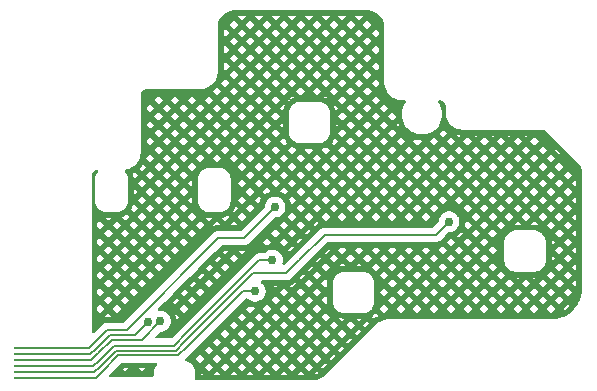
<source format=gbr>
%TF.GenerationSoftware,KiCad,Pcbnew,8.0.2*%
%TF.CreationDate,2024-08-31T13:36:28-07:00*%
%TF.ProjectId,GCU-ADU,4743552d-4144-4552-9e6b-696361645f70,rev?*%
%TF.SameCoordinates,Original*%
%TF.FileFunction,Copper,L2,Bot*%
%TF.FilePolarity,Positive*%
%FSLAX46Y46*%
G04 Gerber Fmt 4.6, Leading zero omitted, Abs format (unit mm)*
G04 Created by KiCad (PCBNEW 8.0.2) date 2024-08-31 13:36:28*
%MOMM*%
%LPD*%
G01*
G04 APERTURE LIST*
G04 Aperture macros list*
%AMRoundRect*
0 Rectangle with rounded corners*
0 $1 Rounding radius*
0 $2 $3 $4 $5 $6 $7 $8 $9 X,Y pos of 4 corners*
0 Add a 4 corners polygon primitive as box body*
4,1,4,$2,$3,$4,$5,$6,$7,$8,$9,$2,$3,0*
0 Add four circle primitives for the rounded corners*
1,1,$1+$1,$2,$3*
1,1,$1+$1,$4,$5*
1,1,$1+$1,$6,$7*
1,1,$1+$1,$8,$9*
0 Add four rect primitives between the rounded corners*
20,1,$1+$1,$2,$3,$4,$5,0*
20,1,$1+$1,$4,$5,$6,$7,0*
20,1,$1+$1,$6,$7,$8,$9,0*
20,1,$1+$1,$8,$9,$2,$3,0*%
G04 Aperture macros list end*
%TA.AperFunction,ConnectorPad*%
%ADD10RoundRect,0.062500X0.937500X-0.062500X0.937500X0.062500X-0.937500X0.062500X-0.937500X-0.062500X0*%
%TD*%
%TA.AperFunction,ViaPad*%
%ADD11C,0.750000*%
%TD*%
%TA.AperFunction,Conductor*%
%ADD12C,0.200000*%
%TD*%
G04 APERTURE END LIST*
D10*
%TO.P,PINS1,1,1*%
%TO.N,X1*%
X77038200Y-78070200D03*
%TO.P,PINS1,2,2*%
%TO.N,X5*%
X77038200Y-78570200D03*
%TO.P,PINS1,3,3*%
%TO.N,X6*%
X77038200Y-79070200D03*
%TO.P,PINS1,4,4*%
%TO.N,X2*%
X77038200Y-79570200D03*
%TO.P,PINS1,5,5*%
%TO.N,X3*%
X77038200Y-80070200D03*
%TO.P,PINS1,6,6*%
%TO.N,X4*%
X77038200Y-80570200D03*
%TD*%
D11*
%TO.N,X4*%
X96443800Y-73228200D03*
%TO.N,X3*%
X112852200Y-67335400D03*
%TO.N,X2*%
X97891600Y-70612000D03*
%TO.N,X6*%
X88417400Y-75768200D03*
%TO.N,X5*%
X87376000Y-75793600D03*
%TO.N,X1*%
X98120200Y-66090800D03*
%TD*%
D12*
%TO.N,X4*%
X95377000Y-73228200D02*
X96443800Y-73228200D01*
X90627200Y-77978000D02*
X95377000Y-73228200D01*
X89941400Y-78663800D02*
X90627200Y-77978000D01*
X84861400Y-78663800D02*
X85801200Y-78663800D01*
X82955000Y-80570200D02*
X83489800Y-80035400D01*
X85801200Y-78663800D02*
X89941400Y-78663800D01*
X83489800Y-80035400D02*
X84861400Y-78663800D01*
X77038200Y-80570200D02*
X82955000Y-80570200D01*
%TO.N,X3*%
X111734600Y-68453000D02*
X112852200Y-67335400D01*
X111531400Y-68453000D02*
X111734600Y-68453000D01*
X102311200Y-68453000D02*
X111531400Y-68453000D01*
X100177600Y-70586600D02*
X102311200Y-68453000D01*
X99060000Y-71704200D02*
X100177600Y-70586600D01*
X98196400Y-71704200D02*
X99060000Y-71704200D01*
X96291400Y-71704200D02*
X98196400Y-71704200D01*
X85699600Y-78257400D02*
X89738200Y-78257400D01*
X84632800Y-78257400D02*
X85699600Y-78257400D01*
X90449400Y-77546200D02*
X96291400Y-71704200D01*
X82820000Y-80070200D02*
X83261200Y-79629000D01*
X83261200Y-79629000D02*
X84632800Y-78257400D01*
X89738200Y-78257400D02*
X90449400Y-77546200D01*
X77038200Y-80070200D02*
X82820000Y-80070200D01*
%TO.N,X2*%
X85039200Y-77825600D02*
X89585800Y-77825600D01*
X89585800Y-77825600D02*
X90703400Y-76708000D01*
X90703400Y-76708000D02*
X96799400Y-70612000D01*
X84480400Y-77825600D02*
X85039200Y-77825600D01*
X83210400Y-79095600D02*
X84480400Y-77825600D01*
X96799400Y-70612000D02*
X97891600Y-70612000D01*
X82735800Y-79570200D02*
X83210400Y-79095600D01*
X77038200Y-79570200D02*
X82735800Y-79570200D01*
%TO.N,X6*%
X86817200Y-77368400D02*
X88417400Y-75768200D01*
X84937600Y-77368400D02*
X86817200Y-77368400D01*
X84277200Y-77368400D02*
X84937600Y-77368400D01*
X82575400Y-79070200D02*
X83159600Y-78486000D01*
X83159600Y-78486000D02*
X84277200Y-77368400D01*
X77038200Y-79070200D02*
X82575400Y-79070200D01*
%TO.N,X5*%
X86258400Y-76911200D02*
X87376000Y-75793600D01*
X84124800Y-76911200D02*
X84582000Y-76911200D01*
X84582000Y-76911200D02*
X86258400Y-76911200D01*
X82956400Y-78079600D02*
X84124800Y-76911200D01*
X82465800Y-78570200D02*
X82956400Y-78079600D01*
X77038200Y-78570200D02*
X82465800Y-78570200D01*
%TO.N,X1*%
X95478600Y-68732400D02*
X98120200Y-66090800D01*
X93319600Y-68732400D02*
X95478600Y-68732400D01*
X83921600Y-76479400D02*
X85572600Y-76479400D01*
X77038200Y-78070200D02*
X82330800Y-78070200D01*
X82330800Y-78070200D02*
X83921600Y-76479400D01*
X85572600Y-76479400D02*
X93319600Y-68732400D01*
%TD*%
%TA.AperFunction,NonConductor*%
G36*
X88073545Y-79283985D02*
G01*
X88119300Y-79336789D01*
X88129244Y-79405947D01*
X88101501Y-79467999D01*
X88025934Y-79558067D01*
X87938407Y-79709688D01*
X87878541Y-79874198D01*
X87848149Y-80046604D01*
X87848149Y-80046608D01*
X87848153Y-80123941D01*
X87848153Y-80351299D01*
X87828468Y-80418338D01*
X87775664Y-80464093D01*
X87724153Y-80475299D01*
X84198498Y-80475299D01*
X84131459Y-80455614D01*
X84085704Y-80402810D01*
X84075760Y-80333652D01*
X84104785Y-80270096D01*
X84110817Y-80263618D01*
X84553467Y-79820968D01*
X85257744Y-79820968D01*
X85414075Y-79977299D01*
X85452549Y-79977299D01*
X85667548Y-79762300D01*
X86613289Y-79762300D01*
X86828288Y-79977299D01*
X86866762Y-79977299D01*
X87081761Y-79762300D01*
X86613289Y-79762300D01*
X85667548Y-79762300D01*
X85316413Y-79762300D01*
X85257744Y-79820968D01*
X84553467Y-79820968D01*
X85073816Y-79300619D01*
X85135139Y-79267134D01*
X85161497Y-79264300D01*
X85722143Y-79264300D01*
X88006506Y-79264300D01*
X88073545Y-79283985D01*
G37*
%TD.AperFunction*%
%TA.AperFunction,NonConductor*%
G36*
X105889415Y-49414746D02*
G01*
X105934835Y-49417994D01*
X106089554Y-49429059D01*
X106107057Y-49431576D01*
X106298788Y-49473284D01*
X106315747Y-49478263D01*
X106499605Y-49546839D01*
X106515679Y-49554180D01*
X106687902Y-49648222D01*
X106702778Y-49657783D01*
X106859844Y-49775361D01*
X106873216Y-49786947D01*
X107011957Y-49925690D01*
X107023543Y-49939062D01*
X107141124Y-50096135D01*
X107150688Y-50111018D01*
X107244719Y-50283225D01*
X107252069Y-50299318D01*
X107320635Y-50483155D01*
X107325619Y-50500130D01*
X107367324Y-50691847D01*
X107369842Y-50709361D01*
X107384174Y-50909789D01*
X107384490Y-50918633D01*
X107384490Y-50989795D01*
X107384491Y-50989808D01*
X107384491Y-55482121D01*
X107384489Y-55482155D01*
X107384489Y-55504249D01*
X107384468Y-55504320D01*
X107384470Y-55662947D01*
X107415021Y-55875401D01*
X107475494Y-56081341D01*
X107564660Y-56276582D01*
X107564666Y-56276591D01*
X107629701Y-56377785D01*
X107680705Y-56457145D01*
X107821264Y-56619356D01*
X107943049Y-56724882D01*
X107983470Y-56759907D01*
X107983479Y-56759914D01*
X108138795Y-56859728D01*
X108164041Y-56875952D01*
X108164047Y-56875954D01*
X108164053Y-56875958D01*
X108359276Y-56965113D01*
X108359280Y-56965114D01*
X108359282Y-56965115D01*
X108565225Y-57025585D01*
X108777677Y-57056131D01*
X108819105Y-57056131D01*
X109083400Y-57056131D01*
X109150439Y-57075816D01*
X109196194Y-57128620D01*
X109206138Y-57197778D01*
X109180348Y-57257443D01*
X109166037Y-57275387D01*
X109038605Y-57496108D01*
X108945489Y-57733361D01*
X108945487Y-57733368D01*
X108888774Y-57981844D01*
X108869729Y-58235994D01*
X108869729Y-58236003D01*
X108888774Y-58490153D01*
X108940875Y-58718424D01*
X108945489Y-58738636D01*
X109038604Y-58975887D01*
X109166038Y-59196611D01*
X109324947Y-59395876D01*
X109511780Y-59569231D01*
X109722363Y-59712804D01*
X109722368Y-59712806D01*
X109722369Y-59712807D01*
X109722370Y-59712808D01*
X109802471Y-59751382D01*
X109951989Y-59823386D01*
X109951990Y-59823386D01*
X109951993Y-59823388D01*
X110195539Y-59898512D01*
X110447562Y-59936499D01*
X110702432Y-59936499D01*
X110918808Y-59903885D01*
X112009708Y-59903885D01*
X112303369Y-60197546D01*
X112531237Y-59969678D01*
X113489715Y-59969678D01*
X113717583Y-60197546D01*
X113857681Y-60057447D01*
X114991697Y-60057447D01*
X115131796Y-60197546D01*
X115271896Y-60057447D01*
X116405911Y-60057447D01*
X116546010Y-60197546D01*
X116686109Y-60057447D01*
X117820124Y-60057447D01*
X117960223Y-60197546D01*
X118100323Y-60057447D01*
X119234338Y-60057447D01*
X119374437Y-60197546D01*
X119514536Y-60057447D01*
X119234338Y-60057447D01*
X118100323Y-60057447D01*
X117820124Y-60057447D01*
X116686109Y-60057447D01*
X116405911Y-60057447D01*
X115271896Y-60057447D01*
X114991697Y-60057447D01*
X113857681Y-60057447D01*
X113867176Y-60047952D01*
X113677584Y-60020759D01*
X113673220Y-60020053D01*
X113664454Y-60018475D01*
X113660128Y-60017617D01*
X113642791Y-60013855D01*
X113638484Y-60012840D01*
X113629857Y-60010643D01*
X113625605Y-60009479D01*
X113489715Y-59969678D01*
X112531237Y-59969678D01*
X112658337Y-59842578D01*
X112350929Y-59535170D01*
X112208591Y-59713656D01*
X112205639Y-59717219D01*
X112199542Y-59724305D01*
X112196445Y-59727771D01*
X112183772Y-59741429D01*
X112180555Y-59744768D01*
X112173941Y-59751382D01*
X112170601Y-59754600D01*
X112009708Y-59903885D01*
X110918808Y-59903885D01*
X110954455Y-59898512D01*
X111198001Y-59823388D01*
X111418463Y-59717219D01*
X111427623Y-59712808D01*
X111427623Y-59712807D01*
X111427631Y-59712804D01*
X111638214Y-59569231D01*
X111825047Y-59395876D01*
X111983956Y-59196611D01*
X112111390Y-58975887D01*
X112204505Y-58738636D01*
X112261219Y-58490156D01*
X112270133Y-58371201D01*
X112280265Y-58236003D01*
X112280265Y-58235994D01*
X112261219Y-57981844D01*
X112253045Y-57946032D01*
X112204505Y-57733362D01*
X112111390Y-57496111D01*
X111983956Y-57275387D01*
X111969645Y-57257442D01*
X111943238Y-57192756D01*
X111955995Y-57124061D01*
X112003866Y-57073167D01*
X112066594Y-57056131D01*
X112069122Y-57056131D01*
X112083039Y-57056914D01*
X112173602Y-57067144D01*
X112200736Y-57073354D01*
X112280112Y-57101206D01*
X112305173Y-57113310D01*
X112376338Y-57158168D01*
X112398065Y-57175556D01*
X112457430Y-57235159D01*
X112474737Y-57256964D01*
X112519304Y-57328301D01*
X112531310Y-57353416D01*
X112558841Y-57432899D01*
X112564942Y-57460060D01*
X112574825Y-57550818D01*
X112575553Y-57564741D01*
X112575294Y-57628974D01*
X112575578Y-57633430D01*
X112575578Y-57988845D01*
X112575311Y-57993038D01*
X112575387Y-58013019D01*
X112575377Y-58013052D01*
X112575379Y-58013052D01*
X112575577Y-58068169D01*
X112575578Y-58068614D01*
X112575578Y-58134415D01*
X112575827Y-58138125D01*
X112575948Y-58171607D01*
X112607146Y-58383456D01*
X112629033Y-58457155D01*
X112659114Y-58558447D01*
X112668105Y-58588720D01*
X112668107Y-58588726D01*
X112757582Y-58783242D01*
X112757589Y-58783254D01*
X112873789Y-58963117D01*
X113014342Y-59124653D01*
X113014344Y-59124655D01*
X113121072Y-59216817D01*
X113176411Y-59264603D01*
X113356702Y-59380121D01*
X113356706Y-59380123D01*
X113551575Y-59468876D01*
X113757071Y-59529063D01*
X113969031Y-59559465D01*
X114076095Y-59559447D01*
X114141988Y-59559447D01*
X120703006Y-59559447D01*
X120762640Y-59559447D01*
X120775117Y-59560076D01*
X120806469Y-59563246D01*
X120856434Y-59568300D01*
X120880876Y-59573295D01*
X120952907Y-59595766D01*
X120975845Y-59605552D01*
X121020616Y-59630244D01*
X121041908Y-59641987D01*
X121062436Y-59656176D01*
X121124911Y-59709400D01*
X121134000Y-59717970D01*
X121178076Y-59763938D01*
X121182757Y-59768196D01*
X123945661Y-62616770D01*
X123953641Y-62625843D01*
X123983649Y-62663514D01*
X124002874Y-62687648D01*
X124015988Y-62707871D01*
X124049543Y-62772650D01*
X124058496Y-62795026D01*
X124078885Y-62865066D01*
X124083341Y-62888755D01*
X124090317Y-62967304D01*
X124090798Y-62979358D01*
X124090250Y-63042001D01*
X124090831Y-63051494D01*
X124090831Y-73008064D01*
X124090830Y-73008082D01*
X124090830Y-73077820D01*
X124090604Y-73085305D01*
X124073063Y-73375358D01*
X124071258Y-73390223D01*
X124019561Y-73672346D01*
X124015978Y-73686886D01*
X123930647Y-73960729D01*
X123925337Y-73974729D01*
X123807623Y-74236285D01*
X123800664Y-74249544D01*
X123746177Y-74339681D01*
X123652282Y-74495005D01*
X123643775Y-74507328D01*
X123466892Y-74733106D01*
X123456963Y-74744315D01*
X123254141Y-74947140D01*
X123242933Y-74957069D01*
X123017154Y-75133957D01*
X123004830Y-75142464D01*
X122759366Y-75290853D01*
X122746108Y-75297811D01*
X122484554Y-75415529D01*
X122470552Y-75420839D01*
X122196722Y-75506167D01*
X122182184Y-75509751D01*
X121900051Y-75561454D01*
X121885186Y-75563259D01*
X121595713Y-75580770D01*
X121588226Y-75580996D01*
X107977959Y-75580996D01*
X107977956Y-75580995D01*
X107926596Y-75580995D01*
X107814249Y-75580995D01*
X107814245Y-75580995D01*
X107590979Y-75606152D01*
X107590967Y-75606154D01*
X107371913Y-75656152D01*
X107371904Y-75656154D01*
X107159827Y-75730364D01*
X107159820Y-75730367D01*
X106957378Y-75827860D01*
X106767127Y-75947406D01*
X106767116Y-75947413D01*
X106591455Y-76087501D01*
X106572923Y-76106034D01*
X106542042Y-76136916D01*
X102335823Y-80343133D01*
X102329861Y-80348715D01*
X102190656Y-80470690D01*
X102177705Y-80480611D01*
X102027095Y-80580986D01*
X102012953Y-80589121D01*
X101850478Y-80668850D01*
X101835390Y-80675059D01*
X101663838Y-80732771D01*
X101648066Y-80736944D01*
X101470434Y-80771633D01*
X101454251Y-80773700D01*
X101269609Y-80785013D01*
X101261452Y-80785244D01*
X101230975Y-80785102D01*
X101199547Y-80784957D01*
X101199545Y-80784957D01*
X101194469Y-80784934D01*
X101189342Y-80785258D01*
X91473153Y-80785258D01*
X91406114Y-80765573D01*
X91360359Y-80712769D01*
X91349153Y-80661258D01*
X91349153Y-80202622D01*
X91349814Y-80191681D01*
X91349795Y-80189831D01*
X91349796Y-80189829D01*
X91349159Y-80127091D01*
X91349153Y-80125833D01*
X91349153Y-80061092D01*
X91348405Y-80050459D01*
X91348338Y-80043477D01*
X91847043Y-80043477D01*
X91847153Y-80046812D01*
X91847153Y-80123911D01*
X91847936Y-80201087D01*
X91847752Y-80209201D01*
X91847153Y-80220018D01*
X91847153Y-80287258D01*
X92090824Y-80287258D01*
X92917935Y-80287258D01*
X93505037Y-80287258D01*
X94332149Y-80287258D01*
X94919251Y-80287258D01*
X95746362Y-80287258D01*
X96333464Y-80287258D01*
X97160576Y-80287258D01*
X97747678Y-80287258D01*
X98574789Y-80287258D01*
X99161892Y-80287258D01*
X99989003Y-80287258D01*
X100576105Y-80287258D01*
X100563794Y-80274947D01*
X101415527Y-80274947D01*
X101528417Y-80252901D01*
X101653232Y-80210913D01*
X101771426Y-80152913D01*
X101822161Y-80119100D01*
X101696768Y-79993707D01*
X101415527Y-80274947D01*
X100563794Y-80274947D01*
X100282554Y-79993707D01*
X99989003Y-80287258D01*
X99161892Y-80287258D01*
X98868340Y-79993706D01*
X98574789Y-80287258D01*
X97747678Y-80287258D01*
X97454127Y-79993707D01*
X97160576Y-80287258D01*
X96333464Y-80287258D01*
X96039913Y-79993707D01*
X95746362Y-80287258D01*
X94919251Y-80287258D01*
X94625700Y-79993707D01*
X94332149Y-80287258D01*
X93505037Y-80287258D01*
X93211486Y-79993707D01*
X92917935Y-80287258D01*
X92090824Y-80287258D01*
X91847043Y-80043477D01*
X91348338Y-80043477D01*
X91348276Y-80036983D01*
X91348276Y-80036980D01*
X91316528Y-79865972D01*
X91314572Y-79860728D01*
X91255755Y-79703014D01*
X91255754Y-79703013D01*
X91255752Y-79703006D01*
X91219724Y-79641568D01*
X92149411Y-79641568D01*
X92504379Y-79996536D01*
X92859347Y-79641568D01*
X93563625Y-79641568D01*
X93918593Y-79996536D01*
X94273561Y-79641568D01*
X94977838Y-79641568D01*
X95332806Y-79996536D01*
X95687775Y-79641568D01*
X96392052Y-79641568D01*
X96747020Y-79996536D01*
X97101988Y-79641568D01*
X97806266Y-79641568D01*
X98161234Y-79996536D01*
X98516202Y-79641568D01*
X99220479Y-79641568D01*
X99575447Y-79996536D01*
X99930415Y-79641568D01*
X100634693Y-79641568D01*
X100989661Y-79996536D01*
X101344629Y-79641568D01*
X102048906Y-79641568D01*
X102191007Y-79783669D01*
X102545975Y-79428701D01*
X102403874Y-79286600D01*
X102048906Y-79641568D01*
X101344629Y-79641568D01*
X100989661Y-79286600D01*
X100634693Y-79641568D01*
X99930415Y-79641568D01*
X99575447Y-79286600D01*
X99220479Y-79641568D01*
X98516202Y-79641568D01*
X98161234Y-79286600D01*
X97806266Y-79641568D01*
X97101988Y-79641568D01*
X96747020Y-79286600D01*
X96392052Y-79641568D01*
X95687775Y-79641568D01*
X95332806Y-79286599D01*
X94977838Y-79641568D01*
X94273561Y-79641568D01*
X93918593Y-79286600D01*
X93563625Y-79641568D01*
X92859347Y-79641568D01*
X92504379Y-79286599D01*
X92149411Y-79641568D01*
X91219724Y-79641568D01*
X91167769Y-79552971D01*
X91055218Y-79420366D01*
X90921477Y-79309169D01*
X90770555Y-79222715D01*
X90770552Y-79222714D01*
X90770547Y-79222711D01*
X90606979Y-79163596D01*
X90606980Y-79163596D01*
X90572911Y-79157628D01*
X90510274Y-79126671D01*
X90474316Y-79066764D01*
X90476455Y-78996927D01*
X90506624Y-78947810D01*
X90519973Y-78934461D01*
X91442304Y-78934461D01*
X91797273Y-79289430D01*
X92152241Y-78934461D01*
X92856517Y-78934461D01*
X93211486Y-79289430D01*
X93566454Y-78934461D01*
X94270731Y-78934461D01*
X94625700Y-79289430D01*
X94980668Y-78934461D01*
X95684944Y-78934461D01*
X96039913Y-79289430D01*
X96394881Y-78934461D01*
X97099158Y-78934461D01*
X97454127Y-79289430D01*
X97809095Y-78934461D01*
X98513371Y-78934461D01*
X98868340Y-79289430D01*
X99223308Y-78934461D01*
X99927585Y-78934461D01*
X100282554Y-79289430D01*
X100637522Y-78934461D01*
X101341799Y-78934461D01*
X101696768Y-79289430D01*
X102051736Y-78934461D01*
X102756012Y-78934461D01*
X102898114Y-79076563D01*
X103253082Y-78721594D01*
X103110980Y-78579493D01*
X102756012Y-78934461D01*
X102051736Y-78934461D01*
X101696768Y-78579493D01*
X101341799Y-78934461D01*
X100637522Y-78934461D01*
X100282554Y-78579493D01*
X99927585Y-78934461D01*
X99223308Y-78934461D01*
X98868340Y-78579493D01*
X98513371Y-78934461D01*
X97809095Y-78934461D01*
X97454127Y-78579493D01*
X97099158Y-78934461D01*
X96394881Y-78934461D01*
X96039913Y-78579493D01*
X95684944Y-78934461D01*
X94980668Y-78934461D01*
X94625700Y-78579493D01*
X94270731Y-78934461D01*
X93566454Y-78934461D01*
X93211486Y-78579493D01*
X92856517Y-78934461D01*
X92152241Y-78934461D01*
X91797273Y-78579493D01*
X91442304Y-78934461D01*
X90519973Y-78934461D01*
X91107720Y-78346716D01*
X91107720Y-78346714D01*
X91117924Y-78336511D01*
X91117927Y-78336506D01*
X91227078Y-78227355D01*
X92149411Y-78227355D01*
X92504379Y-78582323D01*
X92859347Y-78227355D01*
X93563625Y-78227355D01*
X93918593Y-78582323D01*
X94273561Y-78227355D01*
X94977838Y-78227355D01*
X95332806Y-78582323D01*
X95687775Y-78227355D01*
X96392052Y-78227355D01*
X96747020Y-78582323D01*
X97101988Y-78227355D01*
X97806266Y-78227355D01*
X98161234Y-78582323D01*
X98516202Y-78227355D01*
X99220479Y-78227355D01*
X99575447Y-78582323D01*
X99930415Y-78227355D01*
X100634693Y-78227355D01*
X100989661Y-78582323D01*
X101344629Y-78227355D01*
X102048906Y-78227355D01*
X102403874Y-78582323D01*
X102758842Y-78227355D01*
X103463120Y-78227355D01*
X103605221Y-78369456D01*
X103960189Y-78014488D01*
X103818088Y-77872387D01*
X103463120Y-78227355D01*
X102758842Y-78227355D01*
X102403874Y-77872387D01*
X102048906Y-78227355D01*
X101344629Y-78227355D01*
X100989661Y-77872387D01*
X100634693Y-78227355D01*
X99930415Y-78227355D01*
X99575447Y-77872387D01*
X99220479Y-78227355D01*
X98516202Y-78227355D01*
X98161234Y-77872387D01*
X97806266Y-78227355D01*
X97101988Y-78227355D01*
X96747020Y-77872387D01*
X96392052Y-78227355D01*
X95687775Y-78227355D01*
X95332806Y-77872386D01*
X94977838Y-78227355D01*
X94273561Y-78227355D01*
X93918593Y-77872387D01*
X93563625Y-78227355D01*
X92859347Y-78227355D01*
X92504379Y-77872386D01*
X92149411Y-78227355D01*
X91227078Y-78227355D01*
X91934185Y-77520248D01*
X92856518Y-77520248D01*
X93211486Y-77875216D01*
X93566454Y-77520248D01*
X94270732Y-77520248D01*
X94625700Y-77875216D01*
X94980668Y-77520248D01*
X95684945Y-77520248D01*
X96039913Y-77875216D01*
X96394881Y-77520248D01*
X97099159Y-77520248D01*
X97454127Y-77875216D01*
X97809095Y-77520248D01*
X98513372Y-77520248D01*
X98868340Y-77875216D01*
X99223308Y-77520248D01*
X99927586Y-77520248D01*
X100282554Y-77875216D01*
X100637522Y-77520248D01*
X101341800Y-77520248D01*
X101696768Y-77875216D01*
X102051736Y-77520248D01*
X102756013Y-77520248D01*
X103110981Y-77875216D01*
X103465949Y-77520248D01*
X104170227Y-77520248D01*
X104312328Y-77662349D01*
X104667296Y-77307381D01*
X104525195Y-77165280D01*
X104170227Y-77520248D01*
X103465949Y-77520248D01*
X103110981Y-77165280D01*
X102756013Y-77520248D01*
X102051736Y-77520248D01*
X101696768Y-77165280D01*
X101341800Y-77520248D01*
X100637522Y-77520248D01*
X100282554Y-77165280D01*
X99927586Y-77520248D01*
X99223308Y-77520248D01*
X98868340Y-77165279D01*
X98513372Y-77520248D01*
X97809095Y-77520248D01*
X97454127Y-77165280D01*
X97099159Y-77520248D01*
X96394881Y-77520248D01*
X96039913Y-77165280D01*
X95684945Y-77520248D01*
X94980668Y-77520248D01*
X94625700Y-77165280D01*
X94270732Y-77520248D01*
X93566454Y-77520248D01*
X93211486Y-77165280D01*
X92856518Y-77520248D01*
X91934185Y-77520248D01*
X92641293Y-76813141D01*
X93563625Y-76813141D01*
X93918593Y-77168109D01*
X94273561Y-76813141D01*
X94977838Y-76813141D01*
X95332806Y-77168109D01*
X95687775Y-76813141D01*
X96392052Y-76813141D01*
X96747020Y-77168109D01*
X97101988Y-76813141D01*
X97806266Y-76813141D01*
X98161234Y-77168109D01*
X98516202Y-76813141D01*
X99220479Y-76813141D01*
X99575447Y-77168109D01*
X99930415Y-76813141D01*
X100634693Y-76813141D01*
X100989661Y-77168109D01*
X101344629Y-76813141D01*
X102048906Y-76813141D01*
X102403874Y-77168109D01*
X102758842Y-76813141D01*
X103463120Y-76813141D01*
X103818088Y-77168109D01*
X104173056Y-76813141D01*
X104877333Y-76813141D01*
X105019435Y-76955243D01*
X105374403Y-76600274D01*
X105232301Y-76458172D01*
X104877333Y-76813141D01*
X104173056Y-76813141D01*
X103818088Y-76458173D01*
X103463120Y-76813141D01*
X102758842Y-76813141D01*
X102403874Y-76458173D01*
X102048906Y-76813141D01*
X101344629Y-76813141D01*
X100989661Y-76458173D01*
X100634693Y-76813141D01*
X99930415Y-76813141D01*
X99575447Y-76458173D01*
X99220479Y-76813141D01*
X98516202Y-76813141D01*
X98161234Y-76458173D01*
X97806266Y-76813141D01*
X97101988Y-76813141D01*
X96747020Y-76458173D01*
X96392052Y-76813141D01*
X95687775Y-76813141D01*
X95332806Y-76458172D01*
X94977838Y-76813141D01*
X94273561Y-76813141D01*
X93918593Y-76458173D01*
X93563625Y-76813141D01*
X92641293Y-76813141D01*
X93348400Y-76106034D01*
X94270732Y-76106034D01*
X94625700Y-76461002D01*
X94980668Y-76106034D01*
X95684945Y-76106034D01*
X96039913Y-76461002D01*
X96394881Y-76106034D01*
X97099159Y-76106034D01*
X97454127Y-76461002D01*
X97809095Y-76106034D01*
X98513372Y-76106034D01*
X98868340Y-76461002D01*
X99223308Y-76106034D01*
X99927586Y-76106034D01*
X100282554Y-76461002D01*
X100637522Y-76106034D01*
X101341800Y-76106034D01*
X101696768Y-76461002D01*
X102051736Y-76106034D01*
X102756013Y-76106034D01*
X103110981Y-76461002D01*
X103465949Y-76106034D01*
X104170227Y-76106034D01*
X104525195Y-76461002D01*
X104880163Y-76106034D01*
X105584440Y-76106034D01*
X105726542Y-76248136D01*
X106081510Y-75893168D01*
X105939408Y-75751066D01*
X105584440Y-76106034D01*
X104880163Y-76106034D01*
X104525195Y-75751066D01*
X104170227Y-76106034D01*
X103465949Y-76106034D01*
X103110981Y-75751066D01*
X102756013Y-76106034D01*
X102051736Y-76106034D01*
X101696768Y-75751066D01*
X101341800Y-76106034D01*
X100637522Y-76106034D01*
X100282554Y-75751066D01*
X99927586Y-76106034D01*
X99223308Y-76106034D01*
X98868340Y-75751065D01*
X98513372Y-76106034D01*
X97809095Y-76106034D01*
X97454127Y-75751066D01*
X97099159Y-76106034D01*
X96394881Y-76106034D01*
X96039913Y-75751066D01*
X95684945Y-76106034D01*
X94980668Y-76106034D01*
X94625700Y-75751066D01*
X94270732Y-76106034D01*
X93348400Y-76106034D01*
X94055507Y-75398928D01*
X94977838Y-75398928D01*
X95332806Y-75753896D01*
X95687775Y-75398928D01*
X96392052Y-75398928D01*
X96747020Y-75753896D01*
X97101988Y-75398928D01*
X97806266Y-75398928D01*
X98161234Y-75753896D01*
X98516202Y-75398928D01*
X99220479Y-75398928D01*
X99575447Y-75753896D01*
X99930415Y-75398928D01*
X100634693Y-75398928D01*
X100989661Y-75753896D01*
X101344629Y-75398928D01*
X102048906Y-75398928D01*
X102403874Y-75753896D01*
X102653133Y-75504637D01*
X103568829Y-75504637D01*
X103818088Y-75753896D01*
X103997485Y-75574499D01*
X105052904Y-75574499D01*
X105232301Y-75753896D01*
X105411698Y-75574499D01*
X105052904Y-75574499D01*
X103997485Y-75574499D01*
X103926591Y-75574499D01*
X103921182Y-75574381D01*
X103910280Y-75573905D01*
X103904880Y-75573551D01*
X103883224Y-75571656D01*
X103877844Y-75571067D01*
X103867030Y-75569643D01*
X103861686Y-75568820D01*
X103667871Y-75534644D01*
X103662559Y-75533587D01*
X103651903Y-75531224D01*
X103646650Y-75529939D01*
X103625653Y-75524312D01*
X103620465Y-75522799D01*
X103610065Y-75519520D01*
X103604940Y-75517781D01*
X103568829Y-75504637D01*
X102653133Y-75504637D01*
X102758842Y-75398928D01*
X102758841Y-75398927D01*
X106291546Y-75398927D01*
X106453314Y-75560695D01*
X106462090Y-75553698D01*
X106464845Y-75551564D01*
X106470457Y-75547341D01*
X106473267Y-75545287D01*
X106484662Y-75537203D01*
X106487521Y-75535235D01*
X106493343Y-75531345D01*
X106496259Y-75529455D01*
X106698337Y-75402478D01*
X106701313Y-75400666D01*
X106707352Y-75397104D01*
X106710362Y-75395384D01*
X106722590Y-75388625D01*
X106725657Y-75386986D01*
X106731889Y-75383766D01*
X106735007Y-75382210D01*
X106903582Y-75301027D01*
X106658812Y-75056257D01*
X106614372Y-75109668D01*
X106610840Y-75113731D01*
X106603548Y-75121759D01*
X106599848Y-75125659D01*
X106584640Y-75141009D01*
X106580777Y-75144742D01*
X106572818Y-75152108D01*
X106568790Y-75155677D01*
X106419588Y-75282197D01*
X106415413Y-75285584D01*
X106406849Y-75292230D01*
X106402534Y-75295432D01*
X106384906Y-75307927D01*
X106380450Y-75310942D01*
X106377860Y-75312613D01*
X106291546Y-75398927D01*
X102758841Y-75398927D01*
X102403874Y-75043960D01*
X102048906Y-75398928D01*
X101344629Y-75398928D01*
X100989661Y-75043960D01*
X100634693Y-75398928D01*
X99930415Y-75398928D01*
X99575447Y-75043960D01*
X99220479Y-75398928D01*
X98516202Y-75398928D01*
X98161234Y-75043960D01*
X97806266Y-75398928D01*
X97101988Y-75398928D01*
X96747020Y-75043960D01*
X96392052Y-75398928D01*
X95687775Y-75398928D01*
X95332806Y-75043959D01*
X94977838Y-75398928D01*
X94055507Y-75398928D01*
X94762615Y-74691820D01*
X95684944Y-74691820D01*
X96039913Y-75046789D01*
X96394881Y-74691821D01*
X97099159Y-74691821D01*
X97454127Y-75046789D01*
X97809095Y-74691821D01*
X98513372Y-74691821D01*
X98868340Y-75046789D01*
X99223308Y-74691821D01*
X99927586Y-74691821D01*
X100282554Y-75046789D01*
X100637522Y-74691821D01*
X101341800Y-74691821D01*
X101696768Y-75046789D01*
X102051736Y-74691821D01*
X101696768Y-74336853D01*
X101341800Y-74691821D01*
X100637522Y-74691821D01*
X100282554Y-74336853D01*
X99927586Y-74691821D01*
X99223308Y-74691821D01*
X98868340Y-74336852D01*
X98513372Y-74691821D01*
X97809095Y-74691821D01*
X97454127Y-74336853D01*
X97099159Y-74691821D01*
X96394881Y-74691821D01*
X96302302Y-74599242D01*
X96286741Y-74597606D01*
X96280315Y-74596760D01*
X96267387Y-74594713D01*
X96260997Y-74593529D01*
X96055466Y-74549841D01*
X96049154Y-74548326D01*
X96036510Y-74544938D01*
X96030291Y-74543096D01*
X96005478Y-74535035D01*
X95999349Y-74532864D01*
X95987122Y-74528170D01*
X95981128Y-74525688D01*
X95891141Y-74485623D01*
X95684944Y-74691820D01*
X94762615Y-74691820D01*
X95589417Y-73865019D01*
X95650740Y-73831534D01*
X95677098Y-73828700D01*
X95751183Y-73828700D01*
X95818222Y-73848385D01*
X95843333Y-73869728D01*
X95854744Y-73882402D01*
X95854751Y-73882408D01*
X96003634Y-73990578D01*
X96003635Y-73990578D01*
X96003639Y-73990581D01*
X96140753Y-74051628D01*
X96171761Y-74065434D01*
X96171766Y-74065436D01*
X96351781Y-74103700D01*
X96535819Y-74103700D01*
X96715834Y-74065436D01*
X96883961Y-73990581D01*
X96892036Y-73984714D01*
X97806266Y-73984714D01*
X98161234Y-74339682D01*
X98516202Y-73984714D01*
X99220479Y-73984714D01*
X99575447Y-74339682D01*
X99930415Y-73984714D01*
X100634693Y-73984714D01*
X100989661Y-74339682D01*
X101344629Y-73984714D01*
X102048906Y-73984714D01*
X102403873Y-74339681D01*
X102529057Y-74214497D01*
X102527449Y-74196115D01*
X102527095Y-74190713D01*
X102526619Y-74179809D01*
X102526501Y-74174401D01*
X102526501Y-74159516D01*
X102526497Y-74159404D01*
X102526497Y-73752369D01*
X102403874Y-73629746D01*
X102048906Y-73984714D01*
X101344629Y-73984714D01*
X100989661Y-73629746D01*
X100634693Y-73984714D01*
X99930415Y-73984714D01*
X99575447Y-73629746D01*
X99220479Y-73984714D01*
X98516202Y-73984714D01*
X98161234Y-73629746D01*
X97806266Y-73984714D01*
X96892036Y-73984714D01*
X97032850Y-73882407D01*
X97155995Y-73745640D01*
X97248014Y-73586259D01*
X97304885Y-73411229D01*
X97318929Y-73277607D01*
X98513372Y-73277607D01*
X98868340Y-73632575D01*
X99223308Y-73277607D01*
X99927586Y-73277607D01*
X100282554Y-73632575D01*
X100637522Y-73277607D01*
X101341800Y-73277607D01*
X101696768Y-73632575D01*
X102051736Y-73277607D01*
X101696768Y-72922639D01*
X101341800Y-73277607D01*
X100637522Y-73277607D01*
X100282554Y-72922639D01*
X99927586Y-73277607D01*
X99223308Y-73277607D01*
X98868340Y-72922638D01*
X98513372Y-73277607D01*
X97318929Y-73277607D01*
X97324122Y-73228200D01*
X97304885Y-73045171D01*
X97248014Y-72870141D01*
X97209077Y-72802700D01*
X98038465Y-72802700D01*
X98161234Y-72925468D01*
X98284003Y-72802700D01*
X98038465Y-72802700D01*
X97209077Y-72802700D01*
X97178811Y-72750279D01*
X99400258Y-72750279D01*
X99575447Y-72925468D01*
X99930415Y-72570500D01*
X100634692Y-72570500D01*
X100989661Y-72925468D01*
X101344629Y-72570500D01*
X102048905Y-72570500D01*
X102403873Y-72925468D01*
X102526497Y-72802845D01*
X102526497Y-72566898D01*
X102526493Y-72488504D01*
X103024493Y-72488504D01*
X103024493Y-72488505D01*
X103024497Y-72566874D01*
X103024497Y-74150503D01*
X103024501Y-74150560D01*
X103024501Y-74163532D01*
X103054899Y-74335934D01*
X103096836Y-74451156D01*
X103114775Y-74500442D01*
X103142421Y-74548326D01*
X103202307Y-74652054D01*
X103314834Y-74786159D01*
X103370664Y-74833006D01*
X103448941Y-74898689D01*
X103532860Y-74947140D01*
X103595550Y-74983335D01*
X103600551Y-74986222D01*
X103765057Y-75046098D01*
X103937462Y-75076499D01*
X103937464Y-75076499D01*
X104024994Y-75076499D01*
X104090886Y-75076500D01*
X104090890Y-75076499D01*
X105456063Y-75076499D01*
X105466210Y-75077116D01*
X105468487Y-75077094D01*
X105468489Y-75077095D01*
X105531499Y-75076504D01*
X105532662Y-75076499D01*
X105597987Y-75076499D01*
X105607940Y-75075801D01*
X105621384Y-75075683D01*
X105792500Y-75044039D01*
X105947824Y-74986222D01*
X105955580Y-74983335D01*
X105955580Y-74983334D01*
X105955585Y-74983333D01*
X106105744Y-74895386D01*
X106238467Y-74782840D01*
X106314200Y-74691821D01*
X106998654Y-74691821D01*
X107353622Y-75046789D01*
X107708590Y-74691821D01*
X108412867Y-74691821D01*
X108767835Y-75046789D01*
X109122802Y-74691821D01*
X109827081Y-74691821D01*
X110182049Y-75046789D01*
X110537017Y-74691821D01*
X110537016Y-74691820D01*
X111241294Y-74691820D01*
X111596262Y-75046789D01*
X111951231Y-74691821D01*
X112655508Y-74691821D01*
X113010476Y-75046789D01*
X113365444Y-74691821D01*
X114069722Y-74691821D01*
X114424690Y-75046789D01*
X114779658Y-74691821D01*
X115483935Y-74691821D01*
X115838903Y-75046789D01*
X116193871Y-74691821D01*
X116898149Y-74691821D01*
X117253117Y-75046789D01*
X117608085Y-74691821D01*
X118312362Y-74691821D01*
X118667330Y-75046789D01*
X119022298Y-74691821D01*
X119726576Y-74691821D01*
X120081544Y-75046789D01*
X120436512Y-74691821D01*
X121140789Y-74691821D01*
X121495757Y-75046789D01*
X121850724Y-74691821D01*
X122555003Y-74691821D01*
X122642659Y-74779477D01*
X122727833Y-74727988D01*
X122917996Y-74579004D01*
X123035058Y-74461940D01*
X122909971Y-74336853D01*
X122555003Y-74691821D01*
X121850724Y-74691821D01*
X121850725Y-74691820D01*
X121495757Y-74336852D01*
X121140789Y-74691821D01*
X120436512Y-74691821D01*
X120081544Y-74336853D01*
X119726576Y-74691821D01*
X119022298Y-74691821D01*
X118667330Y-74336853D01*
X118312362Y-74691821D01*
X117608085Y-74691821D01*
X117253117Y-74336853D01*
X116898149Y-74691821D01*
X116193871Y-74691821D01*
X115838903Y-74336853D01*
X115483935Y-74691821D01*
X114779658Y-74691821D01*
X114424690Y-74336853D01*
X114069722Y-74691821D01*
X113365444Y-74691821D01*
X113010476Y-74336853D01*
X112655508Y-74691821D01*
X111951231Y-74691821D01*
X111596262Y-74336852D01*
X111241294Y-74691820D01*
X110537016Y-74691820D01*
X110182049Y-74336853D01*
X109827081Y-74691821D01*
X109122802Y-74691821D01*
X109122803Y-74691820D01*
X108767835Y-74336852D01*
X108412867Y-74691821D01*
X107708590Y-74691821D01*
X107353622Y-74336853D01*
X106998654Y-74691821D01*
X106314200Y-74691821D01*
X106349770Y-74649072D01*
X106436311Y-74498100D01*
X106495494Y-74334455D01*
X106525539Y-74163051D01*
X106525497Y-74076042D01*
X106525500Y-74010150D01*
X106525498Y-74010145D01*
X106525499Y-74002575D01*
X106525497Y-74002525D01*
X106525497Y-73984714D01*
X107705761Y-73984714D01*
X108060729Y-74339682D01*
X108415697Y-73984714D01*
X109119974Y-73984714D01*
X109474942Y-74339682D01*
X109829910Y-73984714D01*
X110534188Y-73984714D01*
X110889156Y-74339682D01*
X111244124Y-73984714D01*
X111948401Y-73984714D01*
X112303369Y-74339682D01*
X112658337Y-73984714D01*
X113362615Y-73984714D01*
X113717583Y-74339682D01*
X114072551Y-73984714D01*
X114776828Y-73984714D01*
X115131796Y-74339682D01*
X115486764Y-73984714D01*
X116191042Y-73984714D01*
X116546010Y-74339682D01*
X116900978Y-73984714D01*
X117605255Y-73984714D01*
X117960223Y-74339682D01*
X118315192Y-73984714D01*
X119019469Y-73984714D01*
X119374437Y-74339682D01*
X119729405Y-73984714D01*
X120433683Y-73984714D01*
X120788651Y-74339682D01*
X121143619Y-73984714D01*
X121847896Y-73984714D01*
X122202864Y-74339682D01*
X122557832Y-73984714D01*
X123262110Y-73984714D01*
X123334857Y-74057461D01*
X123362778Y-74011273D01*
X123461922Y-73790979D01*
X123464674Y-73782149D01*
X123262110Y-73984714D01*
X122557832Y-73984714D01*
X122202864Y-73629746D01*
X121847896Y-73984714D01*
X121143619Y-73984714D01*
X120788651Y-73629746D01*
X120433683Y-73984714D01*
X119729405Y-73984714D01*
X119374437Y-73629746D01*
X119019469Y-73984714D01*
X118315192Y-73984714D01*
X117960223Y-73629745D01*
X117605255Y-73984714D01*
X116900978Y-73984714D01*
X116546010Y-73629746D01*
X116191042Y-73984714D01*
X115486764Y-73984714D01*
X115131796Y-73629745D01*
X114776828Y-73984714D01*
X114072551Y-73984714D01*
X113717583Y-73629746D01*
X113362615Y-73984714D01*
X112658337Y-73984714D01*
X112303369Y-73629746D01*
X111948401Y-73984714D01*
X111244124Y-73984714D01*
X110889156Y-73629746D01*
X110534188Y-73984714D01*
X109829910Y-73984714D01*
X109474942Y-73629746D01*
X109119974Y-73984714D01*
X108415697Y-73984714D01*
X108060729Y-73629746D01*
X107705761Y-73984714D01*
X106525497Y-73984714D01*
X106525497Y-73252764D01*
X107023497Y-73252764D01*
X107023497Y-73302450D01*
X107353622Y-73632575D01*
X107708590Y-73277607D01*
X108412867Y-73277607D01*
X108767835Y-73632575D01*
X109122803Y-73277607D01*
X109827081Y-73277607D01*
X110182049Y-73632575D01*
X110537017Y-73277607D01*
X111241294Y-73277607D01*
X111596262Y-73632575D01*
X111951231Y-73277607D01*
X112655508Y-73277607D01*
X113010476Y-73632575D01*
X113365444Y-73277607D01*
X114069722Y-73277607D01*
X114424690Y-73632575D01*
X114779658Y-73277607D01*
X115483935Y-73277607D01*
X115838903Y-73632575D01*
X116193871Y-73277607D01*
X116898149Y-73277607D01*
X117253117Y-73632575D01*
X117608085Y-73277607D01*
X118312362Y-73277607D01*
X118667330Y-73632575D01*
X119022298Y-73277607D01*
X119726576Y-73277607D01*
X120081544Y-73632575D01*
X120436512Y-73277607D01*
X121140789Y-73277607D01*
X121495757Y-73632575D01*
X121850725Y-73277607D01*
X122555003Y-73277607D01*
X122909971Y-73632575D01*
X123264939Y-73277607D01*
X122909971Y-72922639D01*
X122555003Y-73277607D01*
X121850725Y-73277607D01*
X121495757Y-72922638D01*
X121140789Y-73277607D01*
X120436512Y-73277607D01*
X120081544Y-72922639D01*
X119726576Y-73277607D01*
X119022298Y-73277607D01*
X118667330Y-72922639D01*
X118312362Y-73277607D01*
X117608085Y-73277607D01*
X117253117Y-72922639D01*
X116898149Y-73277607D01*
X116193871Y-73277607D01*
X115838903Y-72922639D01*
X115483935Y-73277607D01*
X114779658Y-73277607D01*
X114424690Y-72922639D01*
X114069722Y-73277607D01*
X113365444Y-73277607D01*
X113010476Y-72922639D01*
X112655508Y-73277607D01*
X111951231Y-73277607D01*
X111596262Y-72922638D01*
X111241294Y-73277607D01*
X110537017Y-73277607D01*
X110182049Y-72922639D01*
X109827081Y-73277607D01*
X109122803Y-73277607D01*
X108767835Y-72922638D01*
X108412867Y-73277607D01*
X107708590Y-73277607D01*
X107353622Y-72922639D01*
X107023497Y-73252764D01*
X106525497Y-73252764D01*
X106525497Y-72645062D01*
X106526099Y-72635192D01*
X106525509Y-72570500D01*
X107705760Y-72570500D01*
X108060729Y-72925468D01*
X108415697Y-72570500D01*
X109119973Y-72570500D01*
X109474942Y-72925468D01*
X109829910Y-72570500D01*
X110534187Y-72570500D01*
X110889156Y-72925468D01*
X111244124Y-72570500D01*
X111948400Y-72570500D01*
X112303369Y-72925468D01*
X112658337Y-72570500D01*
X113362614Y-72570500D01*
X113717583Y-72925468D01*
X114072551Y-72570500D01*
X114776827Y-72570500D01*
X115131796Y-72925468D01*
X115486764Y-72570500D01*
X116191041Y-72570500D01*
X116546010Y-72925468D01*
X116900978Y-72570500D01*
X117605255Y-72570500D01*
X117960223Y-72925468D01*
X118315192Y-72570500D01*
X119019468Y-72570500D01*
X119374437Y-72925468D01*
X119729405Y-72570500D01*
X120433682Y-72570500D01*
X120788651Y-72925468D01*
X121143619Y-72570500D01*
X121847895Y-72570500D01*
X122202864Y-72925468D01*
X122557832Y-72570500D01*
X123262109Y-72570500D01*
X123592831Y-72901221D01*
X123592831Y-72239779D01*
X123262109Y-72570500D01*
X122557832Y-72570500D01*
X122202864Y-72215532D01*
X121847895Y-72570500D01*
X121143619Y-72570500D01*
X120788651Y-72215532D01*
X120433682Y-72570500D01*
X119729405Y-72570500D01*
X119374437Y-72215532D01*
X119019468Y-72570500D01*
X118315192Y-72570500D01*
X117960223Y-72215531D01*
X117605255Y-72570500D01*
X116900978Y-72570500D01*
X116546010Y-72215532D01*
X116191041Y-72570500D01*
X115486764Y-72570500D01*
X115131796Y-72215531D01*
X114776827Y-72570500D01*
X114072551Y-72570500D01*
X113717583Y-72215532D01*
X113362614Y-72570500D01*
X112658337Y-72570500D01*
X112303369Y-72215532D01*
X111948400Y-72570500D01*
X111244124Y-72570500D01*
X110889156Y-72215532D01*
X110534187Y-72570500D01*
X109829910Y-72570500D01*
X109474942Y-72215532D01*
X109119973Y-72570500D01*
X108415697Y-72570500D01*
X108060729Y-72215532D01*
X107705760Y-72570500D01*
X106525509Y-72570500D01*
X106525502Y-72569724D01*
X106525497Y-72568593D01*
X106525497Y-72502951D01*
X106524826Y-72493346D01*
X106524710Y-72479860D01*
X106524710Y-72479851D01*
X106493097Y-72308694D01*
X106491611Y-72304701D01*
X106446975Y-72184719D01*
X106432409Y-72145566D01*
X106344468Y-71995365D01*
X106232586Y-71863394D01*
X106998654Y-71863394D01*
X107353622Y-72218362D01*
X107708590Y-71863394D01*
X108412867Y-71863394D01*
X108767835Y-72218362D01*
X109122803Y-71863394D01*
X109827081Y-71863394D01*
X110182049Y-72218362D01*
X110537017Y-71863394D01*
X111241294Y-71863394D01*
X111596262Y-72218362D01*
X111951231Y-71863394D01*
X112655508Y-71863394D01*
X113010476Y-72218362D01*
X113365444Y-71863394D01*
X114069722Y-71863394D01*
X114424690Y-72218362D01*
X114779658Y-71863394D01*
X115483935Y-71863394D01*
X115838903Y-72218362D01*
X116193871Y-71863394D01*
X116898149Y-71863394D01*
X117253117Y-72218362D01*
X117387375Y-72084104D01*
X118533072Y-72084104D01*
X118667330Y-72218362D01*
X118801591Y-72084101D01*
X119947283Y-72084101D01*
X120081544Y-72218362D01*
X120225863Y-72074042D01*
X120201180Y-72078393D01*
X120195830Y-72079216D01*
X120185013Y-72080639D01*
X120179641Y-72081227D01*
X120157979Y-72083121D01*
X120152572Y-72083475D01*
X120141662Y-72083950D01*
X120136244Y-72084067D01*
X120121534Y-72084064D01*
X120120456Y-72084101D01*
X119947283Y-72084101D01*
X118801591Y-72084101D01*
X118619390Y-72084101D01*
X118619358Y-72084102D01*
X118538443Y-72084101D01*
X118533072Y-72084104D01*
X117387375Y-72084104D01*
X117608085Y-71863394D01*
X121140789Y-71863394D01*
X121495757Y-72218362D01*
X121850725Y-71863394D01*
X122555003Y-71863394D01*
X122909971Y-72218362D01*
X123264939Y-71863394D01*
X122909971Y-71508426D01*
X122555003Y-71863394D01*
X121850725Y-71863394D01*
X121495757Y-71508425D01*
X121140789Y-71863394D01*
X117608085Y-71863394D01*
X117253117Y-71508426D01*
X116898149Y-71863394D01*
X116193871Y-71863394D01*
X115838903Y-71508426D01*
X115483935Y-71863394D01*
X114779658Y-71863394D01*
X114424690Y-71508426D01*
X114069722Y-71863394D01*
X113365444Y-71863394D01*
X113010476Y-71508426D01*
X112655508Y-71863394D01*
X111951231Y-71863394D01*
X111596262Y-71508425D01*
X111241294Y-71863394D01*
X110537017Y-71863394D01*
X110182049Y-71508426D01*
X109827081Y-71863394D01*
X109122803Y-71863394D01*
X108767835Y-71508425D01*
X108412867Y-71863394D01*
X107708590Y-71863394D01*
X107353622Y-71508426D01*
X106998654Y-71863394D01*
X106232586Y-71863394D01*
X106231915Y-71862603D01*
X106098131Y-71751266D01*
X106048309Y-71722703D01*
X105947139Y-71664702D01*
X105947134Y-71664700D01*
X105783458Y-71605503D01*
X105783457Y-71605502D01*
X105783452Y-71605501D01*
X105612017Y-71575453D01*
X105524994Y-71575499D01*
X104076358Y-71575499D01*
X104076351Y-71575497D01*
X104024994Y-71575497D01*
X103937459Y-71575497D01*
X103910273Y-71580290D01*
X103765056Y-71605898D01*
X103765051Y-71605899D01*
X103600540Y-71665778D01*
X103448929Y-71753314D01*
X103314816Y-71865853D01*
X103202289Y-71999964D01*
X103114758Y-72151583D01*
X103114757Y-72151586D01*
X103054887Y-72316094D01*
X103024493Y-72488504D01*
X102526493Y-72488504D01*
X102526493Y-72477664D01*
X102526611Y-72472257D01*
X102527086Y-72461361D01*
X102527439Y-72455965D01*
X102529332Y-72434307D01*
X102529921Y-72428926D01*
X102531345Y-72418105D01*
X102532168Y-72412756D01*
X102542498Y-72354156D01*
X102403874Y-72215532D01*
X102048905Y-72570500D01*
X101344629Y-72570500D01*
X100989661Y-72215532D01*
X100634692Y-72570500D01*
X99930415Y-72570500D01*
X99838815Y-72478900D01*
X99769320Y-72548396D01*
X99763392Y-72553948D01*
X99751079Y-72564745D01*
X99744805Y-72569892D01*
X99718921Y-72589751D01*
X99712330Y-72594474D01*
X99698724Y-72603565D01*
X99691832Y-72607851D01*
X99590925Y-72666105D01*
X99590913Y-72666114D01*
X99526670Y-72703207D01*
X99519512Y-72707034D01*
X99504827Y-72714276D01*
X99497436Y-72717625D01*
X99467293Y-72730111D01*
X99459696Y-72732970D01*
X99444197Y-72738231D01*
X99436434Y-72740586D01*
X99400258Y-72750279D01*
X97178811Y-72750279D01*
X97155995Y-72710760D01*
X97032850Y-72573993D01*
X96970946Y-72529017D01*
X96928282Y-72473688D01*
X96922303Y-72404074D01*
X96954909Y-72342279D01*
X97015748Y-72307922D01*
X97043833Y-72304700D01*
X98117343Y-72304700D01*
X98973331Y-72304700D01*
X98973347Y-72304701D01*
X98980943Y-72304701D01*
X99139054Y-72304701D01*
X99139057Y-72304701D01*
X99291785Y-72263777D01*
X99341904Y-72234839D01*
X99428716Y-72184720D01*
X99486677Y-72126759D01*
X100190951Y-72126759D01*
X100282554Y-72218362D01*
X100637522Y-71863394D01*
X101341800Y-71863394D01*
X101696768Y-72218362D01*
X102051736Y-71863394D01*
X101696768Y-71508426D01*
X101341800Y-71863394D01*
X100637522Y-71863394D01*
X100545919Y-71771791D01*
X100190951Y-72126759D01*
X99486677Y-72126759D01*
X99540520Y-72072916D01*
X99540520Y-72072914D01*
X99550728Y-72062707D01*
X99550729Y-72062704D01*
X100193781Y-71419653D01*
X100898059Y-71419653D01*
X100989661Y-71511255D01*
X101344629Y-71156287D01*
X102048906Y-71156287D01*
X102403874Y-71511255D01*
X102758842Y-71156287D01*
X103463120Y-71156287D01*
X103484782Y-71177949D01*
X103544297Y-71156287D01*
X106291547Y-71156287D01*
X106646515Y-71511255D01*
X107001483Y-71156287D01*
X107705761Y-71156287D01*
X108060729Y-71511255D01*
X108415697Y-71156287D01*
X109119974Y-71156287D01*
X109474942Y-71511255D01*
X109829910Y-71156287D01*
X110534188Y-71156287D01*
X110889156Y-71511255D01*
X111244124Y-71156287D01*
X111948401Y-71156287D01*
X112303369Y-71511255D01*
X112658337Y-71156287D01*
X113362615Y-71156287D01*
X113717583Y-71511255D01*
X114072551Y-71156287D01*
X114776828Y-71156287D01*
X115131796Y-71511255D01*
X115486764Y-71156287D01*
X116191042Y-71156287D01*
X116546010Y-71511255D01*
X116900978Y-71156287D01*
X116546010Y-70801319D01*
X116191042Y-71156287D01*
X115486764Y-71156287D01*
X115131796Y-70801318D01*
X114776828Y-71156287D01*
X114072551Y-71156287D01*
X113717583Y-70801319D01*
X113362615Y-71156287D01*
X112658337Y-71156287D01*
X112303369Y-70801319D01*
X111948401Y-71156287D01*
X111244124Y-71156287D01*
X110889156Y-70801319D01*
X110534188Y-71156287D01*
X109829910Y-71156287D01*
X109474942Y-70801319D01*
X109119974Y-71156287D01*
X108415697Y-71156287D01*
X108060729Y-70801319D01*
X107705761Y-71156287D01*
X107001483Y-71156287D01*
X106646515Y-70801319D01*
X106291547Y-71156287D01*
X103544297Y-71156287D01*
X103604931Y-71134218D01*
X103610046Y-71132482D01*
X103620443Y-71129203D01*
X103625639Y-71127688D01*
X103646635Y-71122061D01*
X103651895Y-71120774D01*
X103662553Y-71118411D01*
X103667859Y-71117355D01*
X103861680Y-71083176D01*
X103867028Y-71082353D01*
X103877844Y-71080929D01*
X103883221Y-71080340D01*
X103904878Y-71078445D01*
X103910278Y-71078091D01*
X103921180Y-71077615D01*
X103926497Y-71077499D01*
X104956121Y-71077499D01*
X105508482Y-71077499D01*
X105232301Y-70801318D01*
X104956121Y-71077499D01*
X103926497Y-71077499D01*
X103926589Y-71077497D01*
X104094266Y-71077497D01*
X103818088Y-70801319D01*
X103463120Y-71156287D01*
X102758842Y-71156287D01*
X102403874Y-70801319D01*
X102048906Y-71156287D01*
X101344629Y-71156287D01*
X101253027Y-71064685D01*
X101010258Y-71307455D01*
X100898059Y-71419653D01*
X100193781Y-71419653D01*
X100658119Y-70955316D01*
X100900889Y-70712546D01*
X101605166Y-70712546D01*
X101696768Y-70804148D01*
X102051736Y-70449180D01*
X102756013Y-70449180D01*
X103110981Y-70804148D01*
X103465949Y-70449180D01*
X104170227Y-70449180D01*
X104525195Y-70804148D01*
X104880163Y-70449180D01*
X105584440Y-70449180D01*
X105939408Y-70804148D01*
X106294376Y-70449180D01*
X106998654Y-70449180D01*
X107353622Y-70804148D01*
X107708590Y-70449180D01*
X108412867Y-70449180D01*
X108767835Y-70804148D01*
X109122803Y-70449180D01*
X109827081Y-70449180D01*
X110182049Y-70804148D01*
X110537017Y-70449180D01*
X111241294Y-70449180D01*
X111596262Y-70804148D01*
X111951231Y-70449180D01*
X112655508Y-70449180D01*
X113010476Y-70804148D01*
X113365444Y-70449180D01*
X114069722Y-70449180D01*
X114424690Y-70804148D01*
X114779658Y-70449180D01*
X115483935Y-70449180D01*
X115838903Y-70804148D01*
X116193871Y-70449180D01*
X116898149Y-70449180D01*
X117039355Y-70590386D01*
X117038602Y-70532020D01*
X117536643Y-70532020D01*
X117537447Y-70594262D01*
X117537457Y-70595862D01*
X117537457Y-70658614D01*
X117538370Y-70671356D01*
X117538406Y-70674322D01*
X117538538Y-70685121D01*
X117553987Y-70767225D01*
X117570651Y-70855792D01*
X117628564Y-71010077D01*
X117631682Y-71018383D01*
X117719803Y-71168031D01*
X117719804Y-71168032D01*
X117832381Y-71300263D01*
X117832382Y-71300264D01*
X117962636Y-71408297D01*
X117966056Y-71411133D01*
X118116827Y-71497320D01*
X118280190Y-71556251D01*
X118451261Y-71586163D01*
X118538094Y-71586101D01*
X118603986Y-71586102D01*
X118603990Y-71586101D01*
X120037914Y-71586101D01*
X120103849Y-71586101D01*
X120111759Y-71586101D01*
X120112310Y-71586063D01*
X120125445Y-71586065D01*
X120297850Y-71555679D01*
X120462359Y-71495817D01*
X120613974Y-71408297D01*
X120748087Y-71295778D01*
X120860623Y-71161679D01*
X120863736Y-71156287D01*
X121847896Y-71156287D01*
X122202864Y-71511255D01*
X122557832Y-71156287D01*
X123262110Y-71156287D01*
X123592831Y-71487008D01*
X123592831Y-70825566D01*
X123262110Y-71156287D01*
X122557832Y-71156287D01*
X122202864Y-70801319D01*
X121847896Y-71156287D01*
X120863736Y-71156287D01*
X120948163Y-71010076D01*
X121008046Y-70845574D01*
X121020767Y-70773450D01*
X121526454Y-70773450D01*
X121850725Y-70449180D01*
X122555003Y-70449180D01*
X122909971Y-70804148D01*
X123264939Y-70449180D01*
X122909971Y-70094212D01*
X122555003Y-70449180D01*
X121850725Y-70449180D01*
X121536457Y-70134911D01*
X121536457Y-70504593D01*
X121536460Y-70504696D01*
X121536457Y-70585116D01*
X121536457Y-70674258D01*
X121536454Y-70674322D01*
X121536454Y-70684045D01*
X121536336Y-70689455D01*
X121535860Y-70700355D01*
X121535506Y-70705752D01*
X121533611Y-70727413D01*
X121533022Y-70732794D01*
X121531597Y-70743616D01*
X121530773Y-70748967D01*
X121526454Y-70773450D01*
X121020767Y-70773450D01*
X121023250Y-70759373D01*
X121038454Y-70673174D01*
X121038454Y-70662681D01*
X121038457Y-70662648D01*
X121038457Y-70585096D01*
X121038457Y-70577667D01*
X121038460Y-70519750D01*
X121038458Y-70519745D01*
X121038459Y-70512175D01*
X121038457Y-70512125D01*
X121038457Y-69742073D01*
X121847896Y-69742073D01*
X122202864Y-70097041D01*
X122557832Y-69742073D01*
X123262110Y-69742073D01*
X123592831Y-70072794D01*
X123592831Y-69411352D01*
X123262110Y-69742073D01*
X122557832Y-69742073D01*
X122202864Y-69387105D01*
X121847896Y-69742073D01*
X121038457Y-69742073D01*
X121038457Y-69137006D01*
X121038499Y-69136862D01*
X121038499Y-68998073D01*
X121038499Y-68998069D01*
X121008100Y-68825663D01*
X120958274Y-68688767D01*
X121486987Y-68688767D01*
X121491948Y-68707286D01*
X121493233Y-68712538D01*
X121495593Y-68723185D01*
X121496647Y-68728487D01*
X121530820Y-68922296D01*
X121531642Y-68927636D01*
X121533066Y-68938448D01*
X121533656Y-68943830D01*
X121535551Y-68965484D01*
X121535905Y-68970886D01*
X121536381Y-68981790D01*
X121536499Y-68987198D01*
X121536499Y-69186692D01*
X121536457Y-69186902D01*
X121536457Y-69349235D01*
X121850725Y-69034966D01*
X122555002Y-69034966D01*
X122909971Y-69389935D01*
X123264939Y-69034966D01*
X122909971Y-68679998D01*
X122555002Y-69034966D01*
X121850725Y-69034966D01*
X121495757Y-68679998D01*
X121486987Y-68688767D01*
X120958274Y-68688767D01*
X120948224Y-68661155D01*
X120932952Y-68634703D01*
X120860695Y-68509550D01*
X120860693Y-68509547D01*
X120860691Y-68509544D01*
X120748161Y-68375436D01*
X120691461Y-68327860D01*
X121847896Y-68327860D01*
X122202864Y-68682828D01*
X122557832Y-68327860D01*
X123262110Y-68327860D01*
X123592831Y-68658581D01*
X123592831Y-67997139D01*
X123262110Y-68327860D01*
X122557832Y-68327860D01*
X122202864Y-67972892D01*
X121847896Y-68327860D01*
X120691461Y-68327860D01*
X120614052Y-68262907D01*
X120523974Y-68210900D01*
X120462445Y-68175376D01*
X120462443Y-68175375D01*
X120462441Y-68175374D01*
X120297933Y-68115499D01*
X120125527Y-68085100D01*
X120125526Y-68085100D01*
X120037994Y-68085101D01*
X118607156Y-68085101D01*
X118597451Y-68084508D01*
X118578066Y-68084681D01*
X118578011Y-68084682D01*
X118529047Y-68085097D01*
X118529045Y-68085097D01*
X118529043Y-68085097D01*
X118527996Y-68085101D01*
X118464663Y-68085101D01*
X118455863Y-68085714D01*
X118442021Y-68085831D01*
X118442000Y-68085833D01*
X118270819Y-68117424D01*
X118270808Y-68117427D01*
X118107657Y-68178101D01*
X117957417Y-68266043D01*
X117824621Y-68378606D01*
X117713255Y-68512412D01*
X117713249Y-68512420D01*
X117626675Y-68663420D01*
X117626670Y-68663431D01*
X117567463Y-68827128D01*
X117567460Y-68827140D01*
X117537409Y-68998600D01*
X117537457Y-69085491D01*
X117537457Y-70518264D01*
X117536643Y-70532020D01*
X117038602Y-70532020D01*
X117038479Y-70522521D01*
X117038640Y-70514407D01*
X117039457Y-70498876D01*
X117039457Y-70307872D01*
X116898149Y-70449180D01*
X116193871Y-70449180D01*
X115838903Y-70094212D01*
X115483935Y-70449180D01*
X114779658Y-70449180D01*
X114424690Y-70094212D01*
X114069722Y-70449180D01*
X113365444Y-70449180D01*
X113010476Y-70094212D01*
X112655508Y-70449180D01*
X111951231Y-70449180D01*
X111596262Y-70094211D01*
X111241294Y-70449180D01*
X110537017Y-70449180D01*
X110182049Y-70094212D01*
X109827081Y-70449180D01*
X109122803Y-70449180D01*
X108767835Y-70094211D01*
X108412867Y-70449180D01*
X107708590Y-70449180D01*
X107353622Y-70094212D01*
X106998654Y-70449180D01*
X106294376Y-70449180D01*
X105939408Y-70094212D01*
X105584440Y-70449180D01*
X104880163Y-70449180D01*
X104525195Y-70094212D01*
X104170227Y-70449180D01*
X103465949Y-70449180D01*
X103110981Y-70094212D01*
X102756013Y-70449180D01*
X102051736Y-70449180D01*
X101960134Y-70357578D01*
X101605166Y-70712546D01*
X100900889Y-70712546D01*
X101607995Y-70005440D01*
X102312273Y-70005440D01*
X102403874Y-70097041D01*
X102758842Y-69742073D01*
X103463120Y-69742073D01*
X103818088Y-70097041D01*
X104173056Y-69742073D01*
X104877333Y-69742073D01*
X105232301Y-70097041D01*
X105587270Y-69742073D01*
X106291547Y-69742073D01*
X106646515Y-70097041D01*
X107001483Y-69742073D01*
X107705761Y-69742073D01*
X108060729Y-70097041D01*
X108415697Y-69742073D01*
X109119974Y-69742073D01*
X109474942Y-70097041D01*
X109829910Y-69742073D01*
X110534188Y-69742073D01*
X110889156Y-70097041D01*
X111244124Y-69742073D01*
X111244123Y-69742072D01*
X111948400Y-69742072D01*
X112303369Y-70097041D01*
X112658337Y-69742073D01*
X113362615Y-69742073D01*
X113717583Y-70097041D01*
X114072551Y-69742073D01*
X114776828Y-69742073D01*
X115131796Y-70097041D01*
X115486764Y-69742073D01*
X116191042Y-69742073D01*
X116546010Y-70097041D01*
X116900978Y-69742073D01*
X116546010Y-69387105D01*
X116191042Y-69742073D01*
X115486764Y-69742073D01*
X115131796Y-69387104D01*
X114776828Y-69742073D01*
X114072551Y-69742073D01*
X113717583Y-69387105D01*
X113362615Y-69742073D01*
X112658337Y-69742073D01*
X112307143Y-69390879D01*
X112289281Y-69401191D01*
X111948400Y-69742072D01*
X111244123Y-69742072D01*
X111053551Y-69551500D01*
X110724761Y-69551500D01*
X110534188Y-69742073D01*
X109829910Y-69742073D01*
X109639337Y-69551500D01*
X109310547Y-69551500D01*
X109119974Y-69742073D01*
X108415697Y-69742073D01*
X108225124Y-69551500D01*
X107896334Y-69551500D01*
X107705761Y-69742073D01*
X107001483Y-69742073D01*
X106810910Y-69551500D01*
X106482120Y-69551500D01*
X106291547Y-69742073D01*
X105587270Y-69742073D01*
X105396697Y-69551500D01*
X105067907Y-69551500D01*
X104877333Y-69742073D01*
X104173056Y-69742073D01*
X103982483Y-69551500D01*
X103653693Y-69551500D01*
X103463120Y-69742073D01*
X102758842Y-69742073D01*
X102667241Y-69650472D01*
X102312273Y-70005440D01*
X101607995Y-70005440D01*
X102523616Y-69089819D01*
X102577705Y-69060284D01*
X112680825Y-69060284D01*
X113010476Y-69389935D01*
X113365444Y-69034967D01*
X113365443Y-69034966D01*
X114069721Y-69034966D01*
X114424690Y-69389935D01*
X114779658Y-69034966D01*
X115483934Y-69034966D01*
X115838903Y-69389935D01*
X116193871Y-69034966D01*
X116898148Y-69034966D01*
X117039457Y-69176275D01*
X117039457Y-69085760D01*
X117039404Y-68988029D01*
X117039519Y-68982630D01*
X117039987Y-68971756D01*
X117040336Y-68966373D01*
X117042209Y-68944778D01*
X117042792Y-68939415D01*
X117044202Y-68928632D01*
X117045017Y-68923304D01*
X117052498Y-68880617D01*
X116898148Y-69034966D01*
X116193871Y-69034966D01*
X115838903Y-68679998D01*
X115483934Y-69034966D01*
X114779658Y-69034966D01*
X114424690Y-68679998D01*
X114069721Y-69034966D01*
X113365443Y-69034966D01*
X113035793Y-68705316D01*
X112680825Y-69060284D01*
X102577705Y-69060284D01*
X102584939Y-69056334D01*
X102611297Y-69053500D01*
X111452343Y-69053500D01*
X111647931Y-69053500D01*
X111647947Y-69053501D01*
X111655543Y-69053501D01*
X111813654Y-69053501D01*
X111813657Y-69053501D01*
X111966385Y-69012577D01*
X112050202Y-68964185D01*
X112103316Y-68933520D01*
X112215120Y-68821716D01*
X112215120Y-68821714D01*
X112225324Y-68811511D01*
X112225327Y-68811506D01*
X112516057Y-68520777D01*
X113555532Y-68520777D01*
X113717583Y-68682828D01*
X114072551Y-68327860D01*
X114776828Y-68327860D01*
X115131796Y-68682828D01*
X115486764Y-68327860D01*
X116191042Y-68327860D01*
X116546010Y-68682828D01*
X116900978Y-68327860D01*
X116546010Y-67972892D01*
X116191042Y-68327860D01*
X115486764Y-68327860D01*
X115131796Y-67972891D01*
X114776828Y-68327860D01*
X114072551Y-68327860D01*
X113932716Y-68188025D01*
X113802608Y-68332527D01*
X113798144Y-68337232D01*
X113788886Y-68346491D01*
X113784172Y-68350964D01*
X113764783Y-68368422D01*
X113759844Y-68372641D01*
X113749669Y-68380880D01*
X113744522Y-68384829D01*
X113574523Y-68508341D01*
X113569167Y-68512021D01*
X113558182Y-68519154D01*
X113555532Y-68520777D01*
X112516057Y-68520777D01*
X112789616Y-68247219D01*
X112850939Y-68213734D01*
X112877297Y-68210900D01*
X112944219Y-68210900D01*
X113124234Y-68172636D01*
X113292361Y-68097781D01*
X113441250Y-67989607D01*
X113564395Y-67852840D01*
X113640024Y-67721848D01*
X114170817Y-67721848D01*
X114424690Y-67975721D01*
X114779658Y-67620753D01*
X115483935Y-67620753D01*
X115838903Y-67975721D01*
X116193871Y-67620753D01*
X116898149Y-67620753D01*
X117253117Y-67975721D01*
X117608085Y-67620753D01*
X117586742Y-67599410D01*
X118333704Y-67599410D01*
X118362292Y-67594135D01*
X118367610Y-67593272D01*
X118378387Y-67591764D01*
X118383756Y-67591132D01*
X118405329Y-67589067D01*
X118410697Y-67588671D01*
X118421550Y-67588106D01*
X118426933Y-67587943D01*
X118435535Y-67587869D01*
X118443250Y-67587365D01*
X118451337Y-67587101D01*
X118526360Y-67587101D01*
X118573790Y-67586699D01*
X118606800Y-67586405D01*
X118614913Y-67586598D01*
X118623801Y-67587101D01*
X118988646Y-67587101D01*
X119760228Y-67587101D01*
X120037989Y-67587101D01*
X120136393Y-67587100D01*
X120141802Y-67587218D01*
X120152706Y-67587694D01*
X120158107Y-67588048D01*
X120179763Y-67589943D01*
X120185144Y-67590532D01*
X120195957Y-67591956D01*
X120201299Y-67592779D01*
X120395109Y-67626952D01*
X120400414Y-67628007D01*
X120411060Y-67630367D01*
X120416309Y-67631651D01*
X120423646Y-67633616D01*
X120436510Y-67620753D01*
X121140789Y-67620753D01*
X121495757Y-67975721D01*
X121850725Y-67620753D01*
X122555003Y-67620753D01*
X122909971Y-67975721D01*
X123264939Y-67620753D01*
X122909971Y-67265785D01*
X122555003Y-67620753D01*
X121850725Y-67620753D01*
X121495757Y-67265784D01*
X121140789Y-67620753D01*
X120436510Y-67620753D01*
X120436511Y-67620752D01*
X120081544Y-67265785D01*
X119760228Y-67587101D01*
X118988646Y-67587101D01*
X118667330Y-67265785D01*
X118333704Y-67599410D01*
X117586742Y-67599410D01*
X117253117Y-67265785D01*
X116898149Y-67620753D01*
X116193871Y-67620753D01*
X115838903Y-67265785D01*
X115483935Y-67620753D01*
X114779658Y-67620753D01*
X114424689Y-67265784D01*
X114218958Y-67471515D01*
X114207193Y-67583455D01*
X114206346Y-67589888D01*
X114204299Y-67602815D01*
X114203116Y-67609199D01*
X114197692Y-67634720D01*
X114196178Y-67641028D01*
X114192789Y-67653679D01*
X114190943Y-67659912D01*
X114170817Y-67721848D01*
X113640024Y-67721848D01*
X113656414Y-67693459D01*
X113713285Y-67518429D01*
X113732522Y-67335400D01*
X113713285Y-67152371D01*
X113664703Y-67002851D01*
X113656416Y-66977346D01*
X113656413Y-66977340D01*
X113655934Y-66976510D01*
X113619639Y-66913646D01*
X114776828Y-66913646D01*
X115131796Y-67268614D01*
X115486764Y-66913646D01*
X116191042Y-66913646D01*
X116546010Y-67268614D01*
X116900978Y-66913646D01*
X117605255Y-66913646D01*
X117960223Y-67268614D01*
X118315192Y-66913646D01*
X119019469Y-66913646D01*
X119374437Y-67268614D01*
X119729405Y-66913646D01*
X120433683Y-66913646D01*
X120788651Y-67268614D01*
X121143619Y-66913646D01*
X121847896Y-66913646D01*
X122202864Y-67268614D01*
X122557832Y-66913646D01*
X123262110Y-66913646D01*
X123592831Y-67244367D01*
X123592831Y-66582925D01*
X123262110Y-66913646D01*
X122557832Y-66913646D01*
X122202864Y-66558678D01*
X121847896Y-66913646D01*
X121143619Y-66913646D01*
X120788651Y-66558678D01*
X120433683Y-66913646D01*
X119729405Y-66913646D01*
X119374437Y-66558678D01*
X119019469Y-66913646D01*
X118315192Y-66913646D01*
X117960223Y-66558677D01*
X117605255Y-66913646D01*
X116900978Y-66913646D01*
X116546010Y-66558678D01*
X116191042Y-66913646D01*
X115486764Y-66913646D01*
X115131796Y-66558677D01*
X114776828Y-66913646D01*
X113619639Y-66913646D01*
X113564395Y-66817960D01*
X113441250Y-66681193D01*
X113441248Y-66681191D01*
X113292365Y-66573021D01*
X113292362Y-66573019D01*
X113292361Y-66573019D01*
X113199380Y-66531621D01*
X113124238Y-66498165D01*
X113124233Y-66498163D01*
X112944219Y-66459900D01*
X112760181Y-66459900D01*
X112580166Y-66498163D01*
X112580161Y-66498165D01*
X112412039Y-66573019D01*
X112412034Y-66573021D01*
X112263151Y-66681191D01*
X112263149Y-66681193D01*
X112140004Y-66817961D01*
X112047986Y-66977340D01*
X112047983Y-66977346D01*
X111991116Y-67152367D01*
X111991115Y-67152371D01*
X111972817Y-67326467D01*
X111946232Y-67391081D01*
X111937177Y-67401186D01*
X111522184Y-67816181D01*
X111460861Y-67849666D01*
X111434503Y-67852500D01*
X102390257Y-67852500D01*
X102232143Y-67852500D01*
X102079415Y-67893423D01*
X102079414Y-67893423D01*
X102079412Y-67893424D01*
X102079409Y-67893425D01*
X102029296Y-67922359D01*
X102029295Y-67922360D01*
X101985889Y-67947420D01*
X101942485Y-67972479D01*
X101942482Y-67972481D01*
X101830678Y-68084286D01*
X99808884Y-70106081D01*
X98941143Y-70973821D01*
X98879820Y-71007306D01*
X98810128Y-71002322D01*
X98754195Y-70960450D01*
X98729778Y-70894986D01*
X98735530Y-70847824D01*
X98752685Y-70795029D01*
X98771922Y-70612000D01*
X98752685Y-70428971D01*
X98695814Y-70253941D01*
X98603795Y-70094560D01*
X98480650Y-69957793D01*
X98480648Y-69957791D01*
X98331765Y-69849621D01*
X98331762Y-69849619D01*
X98331761Y-69849619D01*
X98270712Y-69822438D01*
X98163638Y-69774765D01*
X98163633Y-69774763D01*
X98009838Y-69742073D01*
X99220479Y-69742073D01*
X99344546Y-69866140D01*
X99456745Y-69753942D01*
X99699514Y-69511172D01*
X99575447Y-69387105D01*
X99220479Y-69742073D01*
X98009838Y-69742073D01*
X97983619Y-69736500D01*
X97799581Y-69736500D01*
X97619566Y-69774763D01*
X97619561Y-69774765D01*
X97451439Y-69849619D01*
X97451434Y-69849621D01*
X97302551Y-69957791D01*
X97302544Y-69957797D01*
X97291133Y-69970472D01*
X97231647Y-70007121D01*
X97198983Y-70011500D01*
X96886069Y-70011500D01*
X96886053Y-70011499D01*
X96878457Y-70011499D01*
X96720343Y-70011499D01*
X96612987Y-70040265D01*
X96567610Y-70052424D01*
X96567609Y-70052425D01*
X96517496Y-70081359D01*
X96517495Y-70081360D01*
X96495235Y-70094212D01*
X96430685Y-70131479D01*
X96430682Y-70131481D01*
X96318878Y-70243286D01*
X90334684Y-76227481D01*
X89373384Y-77188781D01*
X89312061Y-77222266D01*
X89285703Y-77225100D01*
X88109097Y-77225100D01*
X88042058Y-77205415D01*
X87996303Y-77152611D01*
X87986359Y-77083453D01*
X88015384Y-77019897D01*
X88021416Y-77013419D01*
X88113491Y-76921345D01*
X88354817Y-76680019D01*
X88416140Y-76646534D01*
X88442498Y-76643700D01*
X88509419Y-76643700D01*
X88689434Y-76605436D01*
X88857561Y-76530581D01*
X89006450Y-76422407D01*
X89129595Y-76285640D01*
X89221614Y-76126259D01*
X89278485Y-75951229D01*
X89297722Y-75768200D01*
X89278485Y-75585171D01*
X89238650Y-75462572D01*
X89221616Y-75410146D01*
X89221613Y-75410140D01*
X89220699Y-75408557D01*
X89129595Y-75250760D01*
X89006450Y-75113993D01*
X89006448Y-75113991D01*
X88989213Y-75101469D01*
X89618442Y-75101469D01*
X89659415Y-75172436D01*
X89662511Y-75178138D01*
X89668452Y-75189797D01*
X89671246Y-75195654D01*
X89681859Y-75219488D01*
X89684344Y-75225485D01*
X89689039Y-75237714D01*
X89691208Y-75243840D01*
X89756143Y-75443689D01*
X89757989Y-75449921D01*
X89761378Y-75462572D01*
X89762892Y-75468880D01*
X89768316Y-75494401D01*
X89769499Y-75500785D01*
X89771546Y-75513712D01*
X89772393Y-75520144D01*
X89785452Y-75644395D01*
X90030920Y-75398928D01*
X89675951Y-75043959D01*
X89618442Y-75101469D01*
X88989213Y-75101469D01*
X88857565Y-75005821D01*
X88857562Y-75005819D01*
X88857561Y-75005819D01*
X88796512Y-74978638D01*
X88689438Y-74930965D01*
X88689433Y-74930963D01*
X88509419Y-74892700D01*
X88325381Y-74892700D01*
X88325378Y-74892700D01*
X88319563Y-74893311D01*
X88250833Y-74880740D01*
X88199811Y-74833006D01*
X88182695Y-74765266D01*
X88204920Y-74699025D01*
X88210955Y-74691821D01*
X90028091Y-74691821D01*
X90383059Y-75046789D01*
X90738027Y-74691821D01*
X90383059Y-74336853D01*
X90028091Y-74691821D01*
X88210955Y-74691821D01*
X88218918Y-74682315D01*
X88766613Y-74134620D01*
X89470890Y-74134620D01*
X89675952Y-74339682D01*
X90030920Y-73984714D01*
X90735198Y-73984714D01*
X91090166Y-74339682D01*
X91445134Y-73984714D01*
X91090166Y-73629746D01*
X90735198Y-73984714D01*
X90030920Y-73984714D01*
X89825858Y-73779652D01*
X89470890Y-74134620D01*
X88766613Y-74134620D01*
X89473720Y-73427513D01*
X90177997Y-73427513D01*
X90383059Y-73632575D01*
X90738027Y-73277607D01*
X91442305Y-73277607D01*
X91797273Y-73632575D01*
X92152241Y-73277607D01*
X91797273Y-72922639D01*
X91442305Y-73277607D01*
X90738027Y-73277607D01*
X90532965Y-73072545D01*
X90177997Y-73427513D01*
X89473720Y-73427513D01*
X90180827Y-72720406D01*
X90885103Y-72720406D01*
X91090166Y-72925468D01*
X91445134Y-72570500D01*
X92149410Y-72570500D01*
X92504379Y-72925468D01*
X92859347Y-72570500D01*
X92504379Y-72215531D01*
X92149410Y-72570500D01*
X91445134Y-72570500D01*
X91240072Y-72365438D01*
X90885103Y-72720406D01*
X90180827Y-72720406D01*
X90887933Y-72013300D01*
X91592211Y-72013300D01*
X91797273Y-72218362D01*
X92152241Y-71863394D01*
X92856518Y-71863394D01*
X93211486Y-72218362D01*
X93566454Y-71863394D01*
X93211486Y-71508426D01*
X92856518Y-71863394D01*
X92152241Y-71863394D01*
X91947179Y-71658332D01*
X91592211Y-72013300D01*
X90887933Y-72013300D01*
X91595040Y-71306194D01*
X92299318Y-71306194D01*
X92504379Y-71511255D01*
X92859347Y-71156287D01*
X93563625Y-71156287D01*
X93918593Y-71511255D01*
X94273561Y-71156287D01*
X93918593Y-70801319D01*
X93563625Y-71156287D01*
X92859347Y-71156287D01*
X92654286Y-70951225D01*
X92299318Y-71306194D01*
X91595040Y-71306194D01*
X92302147Y-70599087D01*
X93006425Y-70599087D01*
X93211486Y-70804148D01*
X93566454Y-70449180D01*
X94270732Y-70449180D01*
X94625700Y-70804148D01*
X94980668Y-70449180D01*
X94625700Y-70094212D01*
X94270732Y-70449180D01*
X93566454Y-70449180D01*
X93361393Y-70244119D01*
X93006425Y-70599087D01*
X92302147Y-70599087D01*
X93009255Y-69891980D01*
X93713532Y-69891980D01*
X93918593Y-70097041D01*
X94184734Y-69830900D01*
X95066665Y-69830900D01*
X95332806Y-70097041D01*
X95600487Y-69829360D01*
X95598419Y-69829564D01*
X95582083Y-69830635D01*
X95573971Y-69830901D01*
X95384164Y-69830901D01*
X95384132Y-69830900D01*
X95066665Y-69830900D01*
X94184734Y-69830900D01*
X93774613Y-69830900D01*
X93713532Y-69891980D01*
X93009255Y-69891980D01*
X93375193Y-69526042D01*
X96608082Y-69526042D01*
X96615105Y-69524405D01*
X96631156Y-69521212D01*
X96639161Y-69519890D01*
X96671505Y-69515631D01*
X96679581Y-69514836D01*
X96695917Y-69513765D01*
X96704029Y-69513499D01*
X96873414Y-69513499D01*
X96747020Y-69387105D01*
X96608082Y-69526042D01*
X93375193Y-69526042D01*
X93532016Y-69369219D01*
X93593339Y-69335734D01*
X93619697Y-69332900D01*
X95391931Y-69332900D01*
X95391947Y-69332901D01*
X95399543Y-69332901D01*
X95557654Y-69332901D01*
X95557657Y-69332901D01*
X95710385Y-69291977D01*
X95760504Y-69263039D01*
X95847316Y-69212920D01*
X95959120Y-69101116D01*
X95959120Y-69101114D01*
X95969328Y-69090907D01*
X95969329Y-69090904D01*
X96025267Y-69034966D01*
X97099158Y-69034966D01*
X97394176Y-69329984D01*
X97428929Y-69314512D01*
X97434922Y-69312030D01*
X97447149Y-69307336D01*
X97453278Y-69305165D01*
X97478091Y-69297104D01*
X97484310Y-69295262D01*
X97496954Y-69291874D01*
X97503266Y-69290359D01*
X97567317Y-69276743D01*
X97809094Y-69034966D01*
X98513371Y-69034966D01*
X98868340Y-69389935D01*
X99223308Y-69034966D01*
X99927585Y-69034966D01*
X100051652Y-69159033D01*
X100406620Y-68804064D01*
X100282553Y-68679998D01*
X99927585Y-69034966D01*
X99223308Y-69034966D01*
X98868340Y-68679998D01*
X98513371Y-69034966D01*
X97809094Y-69034966D01*
X97454127Y-68679998D01*
X97099158Y-69034966D01*
X96025267Y-69034966D01*
X96732374Y-68327860D01*
X97806266Y-68327860D01*
X98161234Y-68682828D01*
X98516202Y-68327860D01*
X99220479Y-68327860D01*
X99575447Y-68682828D01*
X99930415Y-68327860D01*
X100634693Y-68327860D01*
X100758759Y-68451926D01*
X101113727Y-68096958D01*
X100989661Y-67972892D01*
X100634693Y-68327860D01*
X99930415Y-68327860D01*
X99575447Y-67972892D01*
X99220479Y-68327860D01*
X98516202Y-68327860D01*
X98161234Y-67972892D01*
X97806266Y-68327860D01*
X96732374Y-68327860D01*
X97439483Y-67620752D01*
X98513371Y-67620752D01*
X98868340Y-67975721D01*
X99223308Y-67620753D01*
X99927586Y-67620753D01*
X100282554Y-67975721D01*
X100637522Y-67620753D01*
X101341800Y-67620753D01*
X101465865Y-67744818D01*
X101478539Y-67732146D01*
X101601878Y-67608808D01*
X101607801Y-67603260D01*
X101620105Y-67592470D01*
X101626374Y-67587325D01*
X101652256Y-67567464D01*
X101658854Y-67562736D01*
X101672467Y-67553640D01*
X101679358Y-67549355D01*
X101780296Y-67491079D01*
X101844540Y-67453987D01*
X101851699Y-67450160D01*
X101866385Y-67442918D01*
X101871557Y-67440574D01*
X101696768Y-67265785D01*
X101341800Y-67620753D01*
X100637522Y-67620753D01*
X100282554Y-67265785D01*
X99927586Y-67620753D01*
X99223308Y-67620753D01*
X98868339Y-67265784D01*
X98513371Y-67620752D01*
X97439483Y-67620752D01*
X98057617Y-67002619D01*
X98118940Y-66969134D01*
X98145298Y-66966300D01*
X98212219Y-66966300D01*
X98392234Y-66928036D01*
X98417569Y-66916756D01*
X99223589Y-66916756D01*
X99575447Y-67268614D01*
X99930415Y-66913646D01*
X100634693Y-66913646D01*
X100989661Y-67268614D01*
X101344629Y-66913646D01*
X102048906Y-66913646D01*
X102403874Y-67268614D01*
X102758842Y-66913646D01*
X103463120Y-66913646D01*
X103818088Y-67268614D01*
X104173056Y-66913646D01*
X104877333Y-66913646D01*
X105232301Y-67268614D01*
X105587270Y-66913646D01*
X106291547Y-66913646D01*
X106646515Y-67268614D01*
X107001483Y-66913646D01*
X107705761Y-66913646D01*
X108060729Y-67268614D01*
X108415697Y-66913646D01*
X109119974Y-66913646D01*
X109474942Y-67268614D01*
X109829910Y-66913646D01*
X110534188Y-66913646D01*
X110889156Y-67268614D01*
X111244124Y-66913646D01*
X110889156Y-66558678D01*
X110534188Y-66913646D01*
X109829910Y-66913646D01*
X109474942Y-66558678D01*
X109119974Y-66913646D01*
X108415697Y-66913646D01*
X108060729Y-66558678D01*
X107705761Y-66913646D01*
X107001483Y-66913646D01*
X106646515Y-66558678D01*
X106291547Y-66913646D01*
X105587270Y-66913646D01*
X105232301Y-66558677D01*
X104877333Y-66913646D01*
X104173056Y-66913646D01*
X103818088Y-66558678D01*
X103463120Y-66913646D01*
X102758842Y-66913646D01*
X102403874Y-66558678D01*
X102048906Y-66913646D01*
X101344629Y-66913646D01*
X100989661Y-66558678D01*
X100634693Y-66913646D01*
X99930415Y-66913646D01*
X99575446Y-66558677D01*
X99240916Y-66893207D01*
X99227613Y-66911517D01*
X99223659Y-66916670D01*
X99223589Y-66916756D01*
X98417569Y-66916756D01*
X98560361Y-66853181D01*
X98709250Y-66745007D01*
X98832395Y-66608240D01*
X98924414Y-66448859D01*
X98981285Y-66273829D01*
X98988357Y-66206539D01*
X99927585Y-66206539D01*
X100282554Y-66561507D01*
X100637522Y-66206539D01*
X101341799Y-66206539D01*
X101696768Y-66561507D01*
X102051736Y-66206539D01*
X102756012Y-66206539D01*
X103110981Y-66561507D01*
X103465949Y-66206539D01*
X104170226Y-66206539D01*
X104525195Y-66561507D01*
X104880163Y-66206539D01*
X105584439Y-66206539D01*
X105939408Y-66561507D01*
X106294376Y-66206539D01*
X106998653Y-66206539D01*
X107353622Y-66561507D01*
X107708590Y-66206539D01*
X108412866Y-66206539D01*
X108767835Y-66561507D01*
X109122803Y-66206539D01*
X109827080Y-66206539D01*
X110182049Y-66561507D01*
X110537017Y-66206539D01*
X111241294Y-66206539D01*
X111596262Y-66561507D01*
X111951231Y-66206539D01*
X114069721Y-66206539D01*
X114424690Y-66561507D01*
X114779658Y-66206539D01*
X115483934Y-66206539D01*
X115838903Y-66561507D01*
X116193871Y-66206539D01*
X116898148Y-66206539D01*
X117253117Y-66561507D01*
X117608085Y-66206539D01*
X118312361Y-66206539D01*
X118667330Y-66561507D01*
X119022298Y-66206539D01*
X119726575Y-66206539D01*
X120081544Y-66561507D01*
X120436512Y-66206539D01*
X121140788Y-66206539D01*
X121495757Y-66561507D01*
X121850725Y-66206539D01*
X122555002Y-66206539D01*
X122909971Y-66561507D01*
X123264939Y-66206539D01*
X122909971Y-65851571D01*
X122555002Y-66206539D01*
X121850725Y-66206539D01*
X121495757Y-65851570D01*
X121140788Y-66206539D01*
X120436512Y-66206539D01*
X120081544Y-65851571D01*
X119726575Y-66206539D01*
X119022298Y-66206539D01*
X118667330Y-65851571D01*
X118312361Y-66206539D01*
X117608085Y-66206539D01*
X117253117Y-65851571D01*
X116898148Y-66206539D01*
X116193871Y-66206539D01*
X115838903Y-65851571D01*
X115483934Y-66206539D01*
X114779658Y-66206539D01*
X114424690Y-65851571D01*
X114069721Y-66206539D01*
X111951231Y-66206539D01*
X111706592Y-65961900D01*
X112900147Y-65961900D01*
X112957267Y-65961900D01*
X112963762Y-65962070D01*
X112976841Y-65962756D01*
X112983312Y-65963266D01*
X113009259Y-65965994D01*
X113015685Y-65966840D01*
X113028613Y-65968887D01*
X113035003Y-65970071D01*
X113154343Y-65995438D01*
X113010475Y-65851570D01*
X112900147Y-65961900D01*
X111706592Y-65961900D01*
X111596262Y-65851570D01*
X111241294Y-66206539D01*
X110537017Y-66206539D01*
X110182049Y-65851571D01*
X109827080Y-66206539D01*
X109122803Y-66206539D01*
X108767835Y-65851570D01*
X108412866Y-66206539D01*
X107708590Y-66206539D01*
X107353622Y-65851571D01*
X106998653Y-66206539D01*
X106294376Y-66206539D01*
X105939408Y-65851571D01*
X105584439Y-66206539D01*
X104880163Y-66206539D01*
X104525195Y-65851571D01*
X104170226Y-66206539D01*
X103465949Y-66206539D01*
X103110981Y-65851571D01*
X102756012Y-66206539D01*
X102051736Y-66206539D01*
X101696768Y-65851571D01*
X101341799Y-66206539D01*
X100637522Y-66206539D01*
X100282554Y-65851571D01*
X99927585Y-66206539D01*
X98988357Y-66206539D01*
X99000522Y-66090800D01*
X98981285Y-65907771D01*
X98941450Y-65785172D01*
X98924416Y-65732746D01*
X98924413Y-65732740D01*
X98889244Y-65671825D01*
X98832395Y-65573360D01*
X98709250Y-65436593D01*
X98709248Y-65436591D01*
X98669848Y-65407965D01*
X99311945Y-65407965D01*
X99362215Y-65495036D01*
X99365311Y-65500738D01*
X99371252Y-65512397D01*
X99374046Y-65518254D01*
X99384659Y-65542088D01*
X99387144Y-65548085D01*
X99391839Y-65560314D01*
X99394008Y-65566440D01*
X99445276Y-65724230D01*
X99575447Y-65854401D01*
X99930415Y-65499433D01*
X100634693Y-65499433D01*
X100989661Y-65854401D01*
X101344629Y-65499433D01*
X102048906Y-65499433D01*
X102403874Y-65854401D01*
X102758842Y-65499433D01*
X103463120Y-65499433D01*
X103818088Y-65854401D01*
X104173056Y-65499433D01*
X104877333Y-65499433D01*
X105232301Y-65854401D01*
X105587270Y-65499433D01*
X106291547Y-65499433D01*
X106646515Y-65854401D01*
X107001483Y-65499433D01*
X107705761Y-65499433D01*
X108060729Y-65854401D01*
X108415697Y-65499433D01*
X109119974Y-65499433D01*
X109474942Y-65854401D01*
X109829910Y-65499433D01*
X110534188Y-65499433D01*
X110889156Y-65854401D01*
X111244124Y-65499433D01*
X111948401Y-65499433D01*
X112303369Y-65854401D01*
X112658337Y-65499433D01*
X113362615Y-65499433D01*
X113717583Y-65854401D01*
X114072551Y-65499433D01*
X114776828Y-65499433D01*
X115131796Y-65854401D01*
X115486764Y-65499433D01*
X116191042Y-65499433D01*
X116546010Y-65854401D01*
X116900978Y-65499433D01*
X117605255Y-65499433D01*
X117960223Y-65854401D01*
X118315192Y-65499433D01*
X119019469Y-65499433D01*
X119374437Y-65854401D01*
X119729405Y-65499433D01*
X120433683Y-65499433D01*
X120788651Y-65854401D01*
X121143619Y-65499433D01*
X121847896Y-65499433D01*
X122202864Y-65854401D01*
X122557832Y-65499433D01*
X123262110Y-65499433D01*
X123592831Y-65830154D01*
X123592831Y-65168712D01*
X123262110Y-65499433D01*
X122557832Y-65499433D01*
X122202864Y-65144465D01*
X121847896Y-65499433D01*
X121143619Y-65499433D01*
X120788651Y-65144465D01*
X120433683Y-65499433D01*
X119729405Y-65499433D01*
X119374437Y-65144465D01*
X119019469Y-65499433D01*
X118315192Y-65499433D01*
X117960223Y-65144464D01*
X117605255Y-65499433D01*
X116900978Y-65499433D01*
X116546010Y-65144465D01*
X116191042Y-65499433D01*
X115486764Y-65499433D01*
X115131796Y-65144464D01*
X114776828Y-65499433D01*
X114072551Y-65499433D01*
X113717583Y-65144465D01*
X113362615Y-65499433D01*
X112658337Y-65499433D01*
X112303369Y-65144465D01*
X111948401Y-65499433D01*
X111244124Y-65499433D01*
X110889156Y-65144465D01*
X110534188Y-65499433D01*
X109829910Y-65499433D01*
X109474942Y-65144465D01*
X109119974Y-65499433D01*
X108415697Y-65499433D01*
X108060729Y-65144465D01*
X107705761Y-65499433D01*
X107001483Y-65499433D01*
X106646515Y-65144465D01*
X106291547Y-65499433D01*
X105587270Y-65499433D01*
X105232301Y-65144464D01*
X104877333Y-65499433D01*
X104173056Y-65499433D01*
X103818088Y-65144465D01*
X103463120Y-65499433D01*
X102758842Y-65499433D01*
X102403874Y-65144465D01*
X102048906Y-65499433D01*
X101344629Y-65499433D01*
X100989661Y-65144465D01*
X100634693Y-65499433D01*
X99930415Y-65499433D01*
X99575446Y-65144464D01*
X99311945Y-65407965D01*
X98669848Y-65407965D01*
X98560365Y-65328421D01*
X98560362Y-65328419D01*
X98560361Y-65328419D01*
X98499312Y-65301238D01*
X98392238Y-65253565D01*
X98392233Y-65253563D01*
X98212219Y-65215300D01*
X98028181Y-65215300D01*
X97848166Y-65253563D01*
X97848161Y-65253565D01*
X97680039Y-65328419D01*
X97680034Y-65328421D01*
X97531151Y-65436591D01*
X97531149Y-65436593D01*
X97408004Y-65573361D01*
X97315986Y-65732740D01*
X97315983Y-65732746D01*
X97264748Y-65890433D01*
X97259115Y-65907771D01*
X97240817Y-66081866D01*
X97214232Y-66146481D01*
X97205177Y-66156585D01*
X95266184Y-68095581D01*
X95204861Y-68129066D01*
X95178503Y-68131900D01*
X93240540Y-68131900D01*
X93199619Y-68142864D01*
X93199619Y-68142865D01*
X93162351Y-68152851D01*
X93087814Y-68172823D01*
X93087809Y-68172826D01*
X92950890Y-68251875D01*
X92950882Y-68251881D01*
X92839078Y-68363686D01*
X85360184Y-75842581D01*
X85298861Y-75876066D01*
X85272503Y-75878900D01*
X84008269Y-75878900D01*
X84008253Y-75878899D01*
X84000657Y-75878899D01*
X83842543Y-75878899D01*
X83776655Y-75896554D01*
X83689816Y-75919822D01*
X83642037Y-75947408D01*
X83642036Y-75947407D01*
X83552887Y-75998877D01*
X83552882Y-75998881D01*
X83441078Y-76110686D01*
X82799191Y-76752572D01*
X82737868Y-76786057D01*
X82668176Y-76781073D01*
X82612243Y-76739201D01*
X82587826Y-76673737D01*
X82587510Y-76664885D01*
X82587511Y-76643700D01*
X82587513Y-76609969D01*
X82587511Y-76609964D01*
X82587512Y-76602395D01*
X82587510Y-76602345D01*
X82587510Y-75398928D01*
X83664130Y-75398928D01*
X83673759Y-75408557D01*
X83729406Y-75393647D01*
X83737304Y-75391805D01*
X83753354Y-75388612D01*
X83761361Y-75387290D01*
X83793705Y-75383031D01*
X83801781Y-75382236D01*
X83818117Y-75381165D01*
X83826229Y-75380899D01*
X84016036Y-75380899D01*
X84016068Y-75380900D01*
X84356038Y-75380900D01*
X85096372Y-75380900D01*
X85117587Y-75380900D01*
X85443919Y-75054567D01*
X85433312Y-75043960D01*
X85096372Y-75380900D01*
X84356038Y-75380900D01*
X84019098Y-75043960D01*
X83664130Y-75398928D01*
X82587510Y-75398928D01*
X82587510Y-74563334D01*
X83085510Y-74563334D01*
X83085510Y-74820308D01*
X83311991Y-75046789D01*
X83666959Y-74691821D01*
X84371237Y-74691821D01*
X84726205Y-75046789D01*
X85081173Y-74691821D01*
X85785450Y-74691821D01*
X85796057Y-74702428D01*
X86151025Y-74347460D01*
X86140418Y-74336852D01*
X85785450Y-74691821D01*
X85081173Y-74691821D01*
X84726205Y-74336853D01*
X84371237Y-74691821D01*
X83666959Y-74691821D01*
X83311991Y-74336853D01*
X83085510Y-74563334D01*
X82587510Y-74563334D01*
X82587510Y-73984714D01*
X83664130Y-73984714D01*
X84019098Y-74339682D01*
X84374066Y-73984714D01*
X85078344Y-73984714D01*
X85433312Y-74339682D01*
X85788280Y-73984714D01*
X86492557Y-73984714D01*
X86503164Y-73995321D01*
X86858132Y-73640353D01*
X86847525Y-73629746D01*
X86492557Y-73984714D01*
X85788280Y-73984714D01*
X85433312Y-73629746D01*
X85078344Y-73984714D01*
X84374066Y-73984714D01*
X84019098Y-73629746D01*
X83664130Y-73984714D01*
X82587510Y-73984714D01*
X82587510Y-73149120D01*
X83085510Y-73149120D01*
X83085510Y-73406094D01*
X83311991Y-73632575D01*
X83666959Y-73277607D01*
X84371237Y-73277607D01*
X84726205Y-73632575D01*
X85081173Y-73277607D01*
X85785450Y-73277607D01*
X86140418Y-73632575D01*
X86495386Y-73277607D01*
X87199664Y-73277607D01*
X87210271Y-73288214D01*
X87565239Y-72933246D01*
X87554632Y-72922639D01*
X87199664Y-73277607D01*
X86495386Y-73277607D01*
X86140418Y-72922638D01*
X85785450Y-73277607D01*
X85081173Y-73277607D01*
X84726205Y-72922639D01*
X84371237Y-73277607D01*
X83666959Y-73277607D01*
X83311991Y-72922639D01*
X83085510Y-73149120D01*
X82587510Y-73149120D01*
X82587510Y-72570500D01*
X83664129Y-72570500D01*
X84019098Y-72925468D01*
X84374066Y-72570500D01*
X85078343Y-72570500D01*
X85433312Y-72925468D01*
X85788280Y-72570500D01*
X86492556Y-72570500D01*
X86847525Y-72925468D01*
X87202493Y-72570500D01*
X87906771Y-72570500D01*
X87917378Y-72581107D01*
X88272346Y-72226139D01*
X88261739Y-72215532D01*
X87906771Y-72570500D01*
X87202493Y-72570500D01*
X86847525Y-72215532D01*
X86492556Y-72570500D01*
X85788280Y-72570500D01*
X85433312Y-72215532D01*
X85078343Y-72570500D01*
X84374066Y-72570500D01*
X84019098Y-72215532D01*
X83664129Y-72570500D01*
X82587510Y-72570500D01*
X82587510Y-71734907D01*
X83085510Y-71734907D01*
X83085510Y-71991881D01*
X83311991Y-72218362D01*
X83666959Y-71863394D01*
X84371237Y-71863394D01*
X84726205Y-72218362D01*
X85081173Y-71863394D01*
X85785450Y-71863394D01*
X86140418Y-72218362D01*
X86495386Y-71863394D01*
X87199664Y-71863394D01*
X87554632Y-72218362D01*
X87909600Y-71863394D01*
X88613877Y-71863394D01*
X88624484Y-71874001D01*
X88979452Y-71519032D01*
X88968845Y-71508425D01*
X88613877Y-71863394D01*
X87909600Y-71863394D01*
X87554632Y-71508426D01*
X87199664Y-71863394D01*
X86495386Y-71863394D01*
X86140418Y-71508425D01*
X85785450Y-71863394D01*
X85081173Y-71863394D01*
X84726205Y-71508426D01*
X84371237Y-71863394D01*
X83666959Y-71863394D01*
X83311991Y-71508426D01*
X83085510Y-71734907D01*
X82587510Y-71734907D01*
X82587510Y-71156287D01*
X83664130Y-71156287D01*
X84019098Y-71511255D01*
X84374066Y-71156287D01*
X85078344Y-71156287D01*
X85433312Y-71511255D01*
X85788280Y-71156287D01*
X86492557Y-71156287D01*
X86847525Y-71511255D01*
X87202493Y-71156287D01*
X87906771Y-71156287D01*
X88261739Y-71511255D01*
X88616707Y-71156287D01*
X89320984Y-71156287D01*
X89331591Y-71166894D01*
X89686559Y-70811926D01*
X89675952Y-70801319D01*
X89320984Y-71156287D01*
X88616707Y-71156287D01*
X88261739Y-70801319D01*
X87906771Y-71156287D01*
X87202493Y-71156287D01*
X86847525Y-70801319D01*
X86492557Y-71156287D01*
X85788280Y-71156287D01*
X85433312Y-70801319D01*
X85078344Y-71156287D01*
X84374066Y-71156287D01*
X84019098Y-70801319D01*
X83664130Y-71156287D01*
X82587510Y-71156287D01*
X82587510Y-70320693D01*
X83085510Y-70320693D01*
X83085510Y-70577667D01*
X83311991Y-70804148D01*
X83666959Y-70449180D01*
X84371237Y-70449180D01*
X84726205Y-70804148D01*
X85081173Y-70449180D01*
X85785450Y-70449180D01*
X86140418Y-70804148D01*
X86495386Y-70449180D01*
X87199664Y-70449180D01*
X87554632Y-70804148D01*
X87909600Y-70449180D01*
X88613877Y-70449180D01*
X88968845Y-70804148D01*
X89323814Y-70449180D01*
X90028091Y-70449180D01*
X90038698Y-70459787D01*
X90393666Y-70104819D01*
X90383059Y-70094212D01*
X90028091Y-70449180D01*
X89323814Y-70449180D01*
X88968845Y-70094211D01*
X88613877Y-70449180D01*
X87909600Y-70449180D01*
X87554632Y-70094212D01*
X87199664Y-70449180D01*
X86495386Y-70449180D01*
X86140418Y-70094211D01*
X85785450Y-70449180D01*
X85081173Y-70449180D01*
X84726205Y-70094212D01*
X84371237Y-70449180D01*
X83666959Y-70449180D01*
X83311991Y-70094212D01*
X83085510Y-70320693D01*
X82587510Y-70320693D01*
X82587510Y-69742073D01*
X83664130Y-69742073D01*
X84019098Y-70097041D01*
X84374066Y-69742073D01*
X85078344Y-69742073D01*
X85433312Y-70097041D01*
X85788280Y-69742073D01*
X86492557Y-69742073D01*
X86847525Y-70097041D01*
X87202493Y-69742073D01*
X87906771Y-69742073D01*
X88261739Y-70097041D01*
X88616707Y-69742073D01*
X89320984Y-69742073D01*
X89675952Y-70097041D01*
X90030920Y-69742073D01*
X90735198Y-69742073D01*
X90745805Y-69752680D01*
X91100773Y-69397712D01*
X91090166Y-69387105D01*
X90735198Y-69742073D01*
X90030920Y-69742073D01*
X89675952Y-69387105D01*
X89320984Y-69742073D01*
X88616707Y-69742073D01*
X88261739Y-69387105D01*
X87906771Y-69742073D01*
X87202493Y-69742073D01*
X86847525Y-69387105D01*
X86492557Y-69742073D01*
X85788280Y-69742073D01*
X85433312Y-69387105D01*
X85078344Y-69742073D01*
X84374066Y-69742073D01*
X84019098Y-69387105D01*
X83664130Y-69742073D01*
X82587510Y-69742073D01*
X82587510Y-68906479D01*
X83085510Y-68906479D01*
X83085510Y-69163454D01*
X83311991Y-69389935D01*
X83666959Y-69034966D01*
X84371236Y-69034966D01*
X84726205Y-69389935D01*
X85081173Y-69034966D01*
X85785449Y-69034966D01*
X86140418Y-69389935D01*
X86495386Y-69034966D01*
X87199663Y-69034966D01*
X87554632Y-69389935D01*
X87909600Y-69034966D01*
X88613877Y-69034966D01*
X88968845Y-69389935D01*
X89323814Y-69034966D01*
X90028090Y-69034966D01*
X90383059Y-69389935D01*
X90738027Y-69034966D01*
X91442304Y-69034966D01*
X91452911Y-69045573D01*
X91807880Y-68690605D01*
X91797273Y-68679998D01*
X91442304Y-69034966D01*
X90738027Y-69034966D01*
X90383059Y-68679998D01*
X90028090Y-69034966D01*
X89323814Y-69034966D01*
X88968845Y-68679998D01*
X88613877Y-69034966D01*
X87909600Y-69034966D01*
X87554632Y-68679998D01*
X87199663Y-69034966D01*
X86495386Y-69034966D01*
X86140418Y-68679998D01*
X85785449Y-69034966D01*
X85081173Y-69034966D01*
X84726205Y-68679998D01*
X84371236Y-69034966D01*
X83666959Y-69034966D01*
X83311990Y-68679998D01*
X83085510Y-68906479D01*
X82587510Y-68906479D01*
X82587510Y-68327860D01*
X83664130Y-68327860D01*
X84019098Y-68682828D01*
X84374066Y-68327860D01*
X85078344Y-68327860D01*
X85433312Y-68682828D01*
X85788280Y-68327860D01*
X86492557Y-68327860D01*
X86847525Y-68682828D01*
X87202493Y-68327860D01*
X87906771Y-68327860D01*
X88261739Y-68682828D01*
X88616707Y-68327860D01*
X89320984Y-68327860D01*
X89675952Y-68682828D01*
X90030920Y-68327860D01*
X90735198Y-68327860D01*
X91090166Y-68682828D01*
X91445134Y-68327860D01*
X92149411Y-68327860D01*
X92160018Y-68338467D01*
X92486938Y-68011547D01*
X92514985Y-67983498D01*
X92504379Y-67972892D01*
X92149411Y-68327860D01*
X91445134Y-68327860D01*
X91090166Y-67972892D01*
X90735198Y-68327860D01*
X90030920Y-68327860D01*
X89675952Y-67972892D01*
X89320984Y-68327860D01*
X88616707Y-68327860D01*
X88261739Y-67972892D01*
X87906771Y-68327860D01*
X87202493Y-68327860D01*
X86847525Y-67972892D01*
X86492557Y-68327860D01*
X85788280Y-68327860D01*
X85433312Y-67972892D01*
X85078344Y-68327860D01*
X84374066Y-68327860D01*
X84019098Y-67972892D01*
X83664130Y-68327860D01*
X82587510Y-68327860D01*
X82587510Y-67492266D01*
X83085510Y-67492266D01*
X83085510Y-67749240D01*
X83311991Y-67975721D01*
X83666959Y-67620753D01*
X84371237Y-67620753D01*
X84726205Y-67975721D01*
X85081173Y-67620753D01*
X85785450Y-67620753D01*
X86140418Y-67975721D01*
X86495386Y-67620753D01*
X87199664Y-67620753D01*
X87554632Y-67975721D01*
X87909600Y-67620753D01*
X88613877Y-67620753D01*
X88968845Y-67975721D01*
X89323814Y-67620753D01*
X90028091Y-67620753D01*
X90383059Y-67975721D01*
X90738027Y-67620753D01*
X91442305Y-67620753D01*
X91797273Y-67975721D01*
X92152241Y-67620753D01*
X92856518Y-67620753D01*
X92934456Y-67698691D01*
X92935409Y-67698368D01*
X92943167Y-67696015D01*
X93070727Y-67661834D01*
X93070731Y-67661833D01*
X93127410Y-67646647D01*
X93135306Y-67644805D01*
X93151356Y-67641612D01*
X93159366Y-67640290D01*
X93191709Y-67636032D01*
X93199782Y-67635237D01*
X93216118Y-67634166D01*
X93224230Y-67633900D01*
X93553307Y-67633900D01*
X93566454Y-67620753D01*
X94270732Y-67620753D01*
X94283879Y-67633900D01*
X94967521Y-67633900D01*
X94980668Y-67620753D01*
X94625700Y-67265785D01*
X94270732Y-67620753D01*
X93566454Y-67620753D01*
X93211486Y-67265785D01*
X92856518Y-67620753D01*
X92152241Y-67620753D01*
X91797273Y-67265785D01*
X91442305Y-67620753D01*
X90738027Y-67620753D01*
X90383059Y-67265785D01*
X90028091Y-67620753D01*
X89323814Y-67620753D01*
X88968845Y-67265784D01*
X88613877Y-67620753D01*
X87909600Y-67620753D01*
X87554632Y-67265785D01*
X87199664Y-67620753D01*
X86495386Y-67620753D01*
X86140418Y-67265784D01*
X85785450Y-67620753D01*
X85081173Y-67620753D01*
X84726205Y-67265785D01*
X84371237Y-67620753D01*
X83666959Y-67620753D01*
X83311991Y-67265785D01*
X83085510Y-67492266D01*
X82587510Y-67492266D01*
X82587510Y-67028539D01*
X83779023Y-67028539D01*
X84019098Y-67268614D01*
X84259173Y-67028539D01*
X83955790Y-67028539D01*
X83955758Y-67028540D01*
X83874487Y-67028539D01*
X83779023Y-67028539D01*
X82587510Y-67028539D01*
X82587510Y-66960058D01*
X85124756Y-66960058D01*
X85433312Y-67268614D01*
X85788280Y-66913646D01*
X86492557Y-66913646D01*
X86847525Y-67268614D01*
X87202493Y-66913646D01*
X87906771Y-66913646D01*
X88261739Y-67268614D01*
X88616707Y-66913646D01*
X89320984Y-66913646D01*
X89675952Y-67268614D01*
X90030920Y-66913646D01*
X90735198Y-66913646D01*
X91090166Y-67268614D01*
X91368580Y-66990200D01*
X92225965Y-66990200D01*
X92504379Y-67268614D01*
X92744455Y-67028539D01*
X92655790Y-67028539D01*
X92655758Y-67028540D01*
X92574487Y-67028539D01*
X92476090Y-67028539D01*
X92470681Y-67028421D01*
X92459779Y-67027945D01*
X92454379Y-67027591D01*
X92432723Y-67025696D01*
X92427342Y-67025107D01*
X92416529Y-67023683D01*
X92411187Y-67022860D01*
X92297712Y-67002851D01*
X93652830Y-67002851D01*
X93918593Y-67268614D01*
X94273561Y-66913646D01*
X94977838Y-66913646D01*
X95332806Y-67268614D01*
X95687775Y-66913646D01*
X95332806Y-66558677D01*
X94977838Y-66913646D01*
X94273561Y-66913646D01*
X94164565Y-66804650D01*
X94025098Y-66883455D01*
X94020281Y-66886038D01*
X94010471Y-66891024D01*
X94005564Y-66893385D01*
X93985602Y-66902451D01*
X93980586Y-66904597D01*
X93970377Y-66908702D01*
X93965269Y-66910626D01*
X93777995Y-66976510D01*
X93772811Y-66978207D01*
X93762283Y-66981398D01*
X93757029Y-66982865D01*
X93735786Y-66988296D01*
X93730462Y-66989533D01*
X93719687Y-66991787D01*
X93714326Y-66992786D01*
X93652830Y-67002851D01*
X92297712Y-67002851D01*
X92225965Y-66990200D01*
X91368580Y-66990200D01*
X91445134Y-66913646D01*
X91090166Y-66558678D01*
X90735198Y-66913646D01*
X90030920Y-66913646D01*
X89675952Y-66558678D01*
X89320984Y-66913646D01*
X88616707Y-66913646D01*
X88261739Y-66558678D01*
X87906771Y-66913646D01*
X87202493Y-66913646D01*
X86847525Y-66558678D01*
X86492557Y-66913646D01*
X85788280Y-66913646D01*
X85591031Y-66716397D01*
X85552094Y-66748558D01*
X85547812Y-66751939D01*
X85539031Y-66758564D01*
X85534608Y-66761751D01*
X85516542Y-66774174D01*
X85511976Y-66777168D01*
X85502638Y-66783001D01*
X85497944Y-66785791D01*
X85325098Y-66883455D01*
X85320281Y-66886038D01*
X85310471Y-66891024D01*
X85305564Y-66893385D01*
X85285602Y-66902451D01*
X85280586Y-66904597D01*
X85270377Y-66908702D01*
X85265269Y-66910626D01*
X85124756Y-66960058D01*
X82587510Y-66960058D01*
X82587510Y-63504755D01*
X82587511Y-63504726D01*
X82587510Y-63496106D01*
X82587512Y-63496103D01*
X82587510Y-63437174D01*
X82588289Y-63423293D01*
X82589728Y-63410518D01*
X82598467Y-63332939D01*
X82604646Y-63305871D01*
X82632360Y-63226665D01*
X82644400Y-63201662D01*
X82689052Y-63130598D01*
X82706350Y-63108906D01*
X82765694Y-63049561D01*
X82787402Y-63032251D01*
X82811870Y-63016875D01*
X82858451Y-62987607D01*
X82883461Y-62975562D01*
X82962675Y-62947844D01*
X82989737Y-62941668D01*
X82993089Y-62941291D01*
X83061909Y-62953345D01*
X83113289Y-63000695D01*
X83130913Y-63068305D01*
X83109186Y-63134711D01*
X83101956Y-63144222D01*
X83051822Y-63203961D01*
X83051821Y-63203963D01*
X82964287Y-63355548D01*
X82964280Y-63355562D01*
X82904398Y-63520031D01*
X82904394Y-63520048D01*
X82873979Y-63692408D01*
X82873977Y-63692425D01*
X82873975Y-63706661D01*
X82873965Y-63706835D01*
X82873965Y-63779962D01*
X82873953Y-63853864D01*
X82873965Y-63854047D01*
X82873965Y-65478676D01*
X82873959Y-65478696D01*
X82873963Y-65617574D01*
X82873964Y-65617580D01*
X82904368Y-65789970D01*
X82904370Y-65789976D01*
X82904371Y-65789981D01*
X82964252Y-65954487D01*
X83042957Y-66090800D01*
X83051790Y-66106098D01*
X83164314Y-66240195D01*
X83164319Y-66240200D01*
X83164322Y-66240203D01*
X83164327Y-66240207D01*
X83164329Y-66240209D01*
X83298426Y-66352727D01*
X83298429Y-66352728D01*
X83298433Y-66352732D01*
X83450045Y-66440263D01*
X83614554Y-66500139D01*
X83786961Y-66530539D01*
X83786963Y-66530539D01*
X83874494Y-66530539D01*
X83940386Y-66530540D01*
X83940390Y-66530539D01*
X84665003Y-66530539D01*
X84666621Y-66530550D01*
X84748783Y-66531622D01*
X84923065Y-66503096D01*
X85089658Y-66444488D01*
X85243412Y-66357611D01*
X85251170Y-66351203D01*
X85930114Y-66351203D01*
X86140418Y-66561507D01*
X86495386Y-66206539D01*
X87199663Y-66206539D01*
X87554632Y-66561507D01*
X87909600Y-66206539D01*
X88613877Y-66206539D01*
X88968845Y-66561507D01*
X89323814Y-66206539D01*
X90028090Y-66206539D01*
X90383059Y-66561507D01*
X90738027Y-66206539D01*
X90383059Y-65851571D01*
X90028090Y-66206539D01*
X89323814Y-66206539D01*
X88968845Y-65851570D01*
X88613877Y-66206539D01*
X87909600Y-66206539D01*
X87554632Y-65851571D01*
X87199663Y-66206539D01*
X86495386Y-66206539D01*
X86140418Y-65851571D01*
X86138922Y-65853066D01*
X86132267Y-65890433D01*
X86131190Y-65895790D01*
X86128785Y-65906528D01*
X86127477Y-65911822D01*
X86121749Y-65932986D01*
X86120208Y-65938218D01*
X86116869Y-65948703D01*
X86115099Y-65953865D01*
X86046592Y-66140198D01*
X86044597Y-66145278D01*
X86040349Y-66155429D01*
X86038132Y-66160416D01*
X86028786Y-66180250D01*
X86026351Y-66185135D01*
X86021227Y-66194873D01*
X86018582Y-66199642D01*
X85930114Y-66351203D01*
X85251170Y-66351203D01*
X85379575Y-66245149D01*
X85493938Y-66110579D01*
X85582965Y-65958060D01*
X85643906Y-65792307D01*
X85674877Y-65618443D01*
X85674890Y-65604515D01*
X85674965Y-65603409D01*
X85674965Y-65528677D01*
X85674972Y-65499433D01*
X86492557Y-65499433D01*
X86847525Y-65854401D01*
X87202493Y-65499433D01*
X87906771Y-65499433D01*
X88261739Y-65854401D01*
X88616707Y-65499433D01*
X89320984Y-65499433D01*
X89675952Y-65854401D01*
X90030920Y-65499433D01*
X90735198Y-65499433D01*
X91090165Y-65854400D01*
X91107065Y-65837499D01*
X91081645Y-65693367D01*
X91080820Y-65688010D01*
X91079396Y-65677191D01*
X91078809Y-65671825D01*
X91076913Y-65650169D01*
X91076558Y-65644765D01*
X91076082Y-65633867D01*
X91075964Y-65628460D01*
X91075957Y-65433935D01*
X91075965Y-65433889D01*
X91075965Y-65158666D01*
X90735198Y-65499433D01*
X90030920Y-65499433D01*
X89675952Y-65144465D01*
X89320984Y-65499433D01*
X88616707Y-65499433D01*
X88261739Y-65144465D01*
X87906771Y-65499433D01*
X87202493Y-65499433D01*
X86847525Y-65144465D01*
X86492557Y-65499433D01*
X85674972Y-65499433D01*
X85674981Y-65464250D01*
X85674980Y-65464246D01*
X85674982Y-65456321D01*
X85674965Y-65456045D01*
X85674965Y-65114747D01*
X86172965Y-65114747D01*
X86495386Y-64792326D01*
X87199664Y-64792326D01*
X87554632Y-65147294D01*
X87909600Y-64792326D01*
X88613877Y-64792326D01*
X88968845Y-65147294D01*
X89323814Y-64792326D01*
X90028091Y-64792326D01*
X90383059Y-65147294D01*
X90738027Y-64792326D01*
X90383059Y-64437358D01*
X90028091Y-64792326D01*
X89323814Y-64792326D01*
X88968845Y-64437357D01*
X88613877Y-64792326D01*
X87909600Y-64792326D01*
X87554632Y-64437358D01*
X87199664Y-64792326D01*
X86495386Y-64792326D01*
X86172965Y-64469904D01*
X86172965Y-65114747D01*
X85674965Y-65114747D01*
X85674965Y-64085219D01*
X86492557Y-64085219D01*
X86847525Y-64440187D01*
X87202493Y-64085219D01*
X87906771Y-64085219D01*
X88261739Y-64440187D01*
X88616707Y-64085219D01*
X89320984Y-64085219D01*
X89675952Y-64440187D01*
X90030920Y-64085219D01*
X90735198Y-64085219D01*
X91075965Y-64425986D01*
X91075965Y-63862501D01*
X91075952Y-63862103D01*
X91075953Y-63853864D01*
X91573953Y-63853864D01*
X91573965Y-63854047D01*
X91573965Y-65478676D01*
X91573959Y-65478696D01*
X91573963Y-65617574D01*
X91573964Y-65617580D01*
X91604368Y-65789970D01*
X91604370Y-65789976D01*
X91604371Y-65789981D01*
X91664252Y-65954487D01*
X91742957Y-66090800D01*
X91751790Y-66106098D01*
X91864314Y-66240195D01*
X91864319Y-66240200D01*
X91864322Y-66240203D01*
X91864327Y-66240207D01*
X91864329Y-66240209D01*
X91998426Y-66352727D01*
X91998429Y-66352728D01*
X91998433Y-66352732D01*
X92150045Y-66440263D01*
X92314554Y-66500139D01*
X92486961Y-66530539D01*
X92486963Y-66530539D01*
X92574494Y-66530539D01*
X92640386Y-66530540D01*
X92640390Y-66530539D01*
X93365003Y-66530539D01*
X93366621Y-66530550D01*
X93448783Y-66531622D01*
X93623065Y-66503096D01*
X93705097Y-66474237D01*
X94538430Y-66474237D01*
X94625700Y-66561507D01*
X94980668Y-66206539D01*
X95684944Y-66206539D01*
X96039913Y-66561507D01*
X96394881Y-66206539D01*
X96039913Y-65851571D01*
X95684944Y-66206539D01*
X94980668Y-66206539D01*
X94791683Y-66017554D01*
X94746592Y-66140198D01*
X94744597Y-66145278D01*
X94740349Y-66155429D01*
X94738132Y-66160416D01*
X94728786Y-66180250D01*
X94726351Y-66185135D01*
X94721227Y-66194873D01*
X94718582Y-66199642D01*
X94618502Y-66371097D01*
X94615644Y-66375755D01*
X94609682Y-66385007D01*
X94606630Y-66389521D01*
X94593955Y-66407412D01*
X94590703Y-66411795D01*
X94583954Y-66420484D01*
X94580513Y-66424719D01*
X94538430Y-66474237D01*
X93705097Y-66474237D01*
X93789658Y-66444488D01*
X93943412Y-66357611D01*
X94079575Y-66245149D01*
X94193938Y-66110579D01*
X94282965Y-65958060D01*
X94343906Y-65792307D01*
X94374877Y-65618443D01*
X94374890Y-65604515D01*
X94374965Y-65603409D01*
X94374965Y-65528677D01*
X94374972Y-65499433D01*
X94977838Y-65499433D01*
X95332806Y-65854401D01*
X95687775Y-65499433D01*
X96392052Y-65499433D01*
X96747019Y-65854400D01*
X96766232Y-65835186D01*
X96768101Y-65823386D01*
X96769284Y-65816999D01*
X96774708Y-65791479D01*
X96776222Y-65785172D01*
X96779611Y-65772521D01*
X96781457Y-65766289D01*
X96846392Y-65566440D01*
X96848561Y-65560314D01*
X96853256Y-65548085D01*
X96855741Y-65542088D01*
X96866354Y-65518254D01*
X96869148Y-65512397D01*
X96875089Y-65500738D01*
X96878185Y-65495036D01*
X96958493Y-65355938D01*
X96747020Y-65144465D01*
X96392052Y-65499433D01*
X95687775Y-65499433D01*
X95332806Y-65144464D01*
X94977838Y-65499433D01*
X94374972Y-65499433D01*
X94374981Y-65464250D01*
X94374980Y-65464246D01*
X94374982Y-65456321D01*
X94374965Y-65456045D01*
X94374965Y-64792326D01*
X95684945Y-64792326D01*
X96039913Y-65147294D01*
X96394881Y-64792326D01*
X97099159Y-64792326D01*
X97297569Y-64990736D01*
X97397877Y-64917859D01*
X97403233Y-64914179D01*
X97414218Y-64907046D01*
X97419752Y-64903654D01*
X97442347Y-64890610D01*
X97448053Y-64887513D01*
X97459714Y-64881572D01*
X97465568Y-64878780D01*
X97657528Y-64793313D01*
X97663522Y-64790830D01*
X97675749Y-64786136D01*
X97681878Y-64783965D01*
X97706691Y-64775904D01*
X97709713Y-64775009D01*
X98530688Y-64775009D01*
X98533709Y-64775904D01*
X98558522Y-64783965D01*
X98564651Y-64786136D01*
X98576878Y-64790830D01*
X98582872Y-64793313D01*
X98774832Y-64878780D01*
X98780686Y-64881572D01*
X98792347Y-64887513D01*
X98798053Y-64890610D01*
X98820648Y-64903654D01*
X98826182Y-64907046D01*
X98837167Y-64914179D01*
X98842523Y-64917859D01*
X98990362Y-65025271D01*
X99223307Y-64792326D01*
X99927586Y-64792326D01*
X100282554Y-65147294D01*
X100637522Y-64792326D01*
X101341800Y-64792326D01*
X101696768Y-65147294D01*
X102051736Y-64792326D01*
X102756013Y-64792326D01*
X103110981Y-65147294D01*
X103465949Y-64792326D01*
X104170227Y-64792326D01*
X104525195Y-65147294D01*
X104880163Y-64792326D01*
X105584440Y-64792326D01*
X105939408Y-65147294D01*
X106294376Y-64792326D01*
X106998654Y-64792326D01*
X107353622Y-65147294D01*
X107708590Y-64792326D01*
X108412867Y-64792326D01*
X108767835Y-65147294D01*
X109122803Y-64792326D01*
X109827081Y-64792326D01*
X110182049Y-65147294D01*
X110537017Y-64792326D01*
X111241294Y-64792326D01*
X111596262Y-65147294D01*
X111951231Y-64792326D01*
X112655508Y-64792326D01*
X113010476Y-65147294D01*
X113365444Y-64792326D01*
X114069722Y-64792326D01*
X114424690Y-65147294D01*
X114779658Y-64792326D01*
X115483935Y-64792326D01*
X115838903Y-65147294D01*
X116193871Y-64792326D01*
X116898149Y-64792326D01*
X117253117Y-65147294D01*
X117608085Y-64792326D01*
X118312362Y-64792326D01*
X118667330Y-65147294D01*
X119022298Y-64792326D01*
X119726576Y-64792326D01*
X120081544Y-65147294D01*
X120436512Y-64792326D01*
X121140789Y-64792326D01*
X121495757Y-65147294D01*
X121850725Y-64792326D01*
X122555003Y-64792326D01*
X122909971Y-65147294D01*
X123264939Y-64792326D01*
X122909971Y-64437358D01*
X122555003Y-64792326D01*
X121850725Y-64792326D01*
X121495757Y-64437357D01*
X121140789Y-64792326D01*
X120436512Y-64792326D01*
X120081544Y-64437358D01*
X119726576Y-64792326D01*
X119022298Y-64792326D01*
X118667330Y-64437358D01*
X118312362Y-64792326D01*
X117608085Y-64792326D01*
X117253117Y-64437358D01*
X116898149Y-64792326D01*
X116193871Y-64792326D01*
X115838903Y-64437358D01*
X115483935Y-64792326D01*
X114779658Y-64792326D01*
X114424690Y-64437358D01*
X114069722Y-64792326D01*
X113365444Y-64792326D01*
X113010476Y-64437358D01*
X112655508Y-64792326D01*
X111951231Y-64792326D01*
X111596262Y-64437357D01*
X111241294Y-64792326D01*
X110537017Y-64792326D01*
X110182049Y-64437358D01*
X109827081Y-64792326D01*
X109122803Y-64792326D01*
X108767835Y-64437357D01*
X108412867Y-64792326D01*
X107708590Y-64792326D01*
X107353622Y-64437358D01*
X106998654Y-64792326D01*
X106294376Y-64792326D01*
X105939408Y-64437358D01*
X105584440Y-64792326D01*
X104880163Y-64792326D01*
X104525195Y-64437358D01*
X104170227Y-64792326D01*
X103465949Y-64792326D01*
X103110981Y-64437358D01*
X102756013Y-64792326D01*
X102051736Y-64792326D01*
X101696768Y-64437358D01*
X101341800Y-64792326D01*
X100637522Y-64792326D01*
X100282554Y-64437358D01*
X99927586Y-64792326D01*
X99223307Y-64792326D01*
X99223308Y-64792325D01*
X98868340Y-64437357D01*
X98530688Y-64775009D01*
X97709713Y-64775009D01*
X97712910Y-64774062D01*
X97725554Y-64770674D01*
X97731866Y-64769159D01*
X97776450Y-64759681D01*
X97454127Y-64437358D01*
X97099159Y-64792326D01*
X96394881Y-64792326D01*
X96039913Y-64437358D01*
X95684945Y-64792326D01*
X94374965Y-64792326D01*
X94374965Y-64085219D01*
X94977838Y-64085219D01*
X95332806Y-64440187D01*
X95687775Y-64085219D01*
X96392052Y-64085219D01*
X96747020Y-64440187D01*
X97101988Y-64085219D01*
X97806266Y-64085219D01*
X98161234Y-64440187D01*
X98516202Y-64085219D01*
X99220479Y-64085219D01*
X99575447Y-64440187D01*
X99930415Y-64085219D01*
X100634693Y-64085219D01*
X100989661Y-64440187D01*
X101344629Y-64085219D01*
X102048906Y-64085219D01*
X102403874Y-64440187D01*
X102758842Y-64085219D01*
X103463120Y-64085219D01*
X103818088Y-64440187D01*
X104173056Y-64085219D01*
X104877333Y-64085219D01*
X105232301Y-64440187D01*
X105587270Y-64085219D01*
X106291547Y-64085219D01*
X106646515Y-64440187D01*
X107001483Y-64085219D01*
X107705761Y-64085219D01*
X108060729Y-64440187D01*
X108415697Y-64085219D01*
X109119974Y-64085219D01*
X109474942Y-64440187D01*
X109829910Y-64085219D01*
X110534188Y-64085219D01*
X110889156Y-64440187D01*
X111244124Y-64085219D01*
X111948401Y-64085219D01*
X112303369Y-64440187D01*
X112658337Y-64085219D01*
X113362615Y-64085219D01*
X113717583Y-64440187D01*
X114072551Y-64085219D01*
X114776828Y-64085219D01*
X115131796Y-64440187D01*
X115486764Y-64085219D01*
X116191042Y-64085219D01*
X116546010Y-64440187D01*
X116900978Y-64085219D01*
X117605255Y-64085219D01*
X117960223Y-64440187D01*
X118315192Y-64085219D01*
X119019469Y-64085219D01*
X119374437Y-64440187D01*
X119729405Y-64085219D01*
X120433683Y-64085219D01*
X120788651Y-64440187D01*
X121143619Y-64085219D01*
X121847896Y-64085219D01*
X122202864Y-64440187D01*
X122557832Y-64085219D01*
X123262110Y-64085219D01*
X123592831Y-64415940D01*
X123592831Y-63754498D01*
X123262110Y-64085219D01*
X122557832Y-64085219D01*
X122202864Y-63730251D01*
X121847896Y-64085219D01*
X121143619Y-64085219D01*
X120788651Y-63730251D01*
X120433683Y-64085219D01*
X119729405Y-64085219D01*
X119374437Y-63730251D01*
X119019469Y-64085219D01*
X118315192Y-64085219D01*
X117960223Y-63730250D01*
X117605255Y-64085219D01*
X116900978Y-64085219D01*
X116546010Y-63730251D01*
X116191042Y-64085219D01*
X115486764Y-64085219D01*
X115131796Y-63730250D01*
X114776828Y-64085219D01*
X114072551Y-64085219D01*
X113717583Y-63730251D01*
X113362615Y-64085219D01*
X112658337Y-64085219D01*
X112303369Y-63730251D01*
X111948401Y-64085219D01*
X111244124Y-64085219D01*
X110889156Y-63730251D01*
X110534188Y-64085219D01*
X109829910Y-64085219D01*
X109474942Y-63730251D01*
X109119974Y-64085219D01*
X108415697Y-64085219D01*
X108060729Y-63730251D01*
X107705761Y-64085219D01*
X107001483Y-64085219D01*
X106646515Y-63730251D01*
X106291547Y-64085219D01*
X105587270Y-64085219D01*
X105232301Y-63730250D01*
X104877333Y-64085219D01*
X104173056Y-64085219D01*
X103818088Y-63730251D01*
X103463120Y-64085219D01*
X102758842Y-64085219D01*
X102403874Y-63730251D01*
X102048906Y-64085219D01*
X101344629Y-64085219D01*
X100989661Y-63730251D01*
X100634693Y-64085219D01*
X99930415Y-64085219D01*
X99575447Y-63730251D01*
X99220479Y-64085219D01*
X98516202Y-64085219D01*
X98161234Y-63730251D01*
X97806266Y-64085219D01*
X97101988Y-64085219D01*
X96747020Y-63730251D01*
X96392052Y-64085219D01*
X95687775Y-64085219D01*
X95332806Y-63730250D01*
X94977838Y-64085219D01*
X94374965Y-64085219D01*
X94374965Y-63783284D01*
X94374968Y-63782435D01*
X94375228Y-63744452D01*
X94375537Y-63699325D01*
X94346116Y-63525939D01*
X94291670Y-63373685D01*
X94286902Y-63360351D01*
X94286901Y-63360350D01*
X94286899Y-63360343D01*
X94199704Y-63207617D01*
X94153134Y-63151660D01*
X94127895Y-63121334D01*
X94723890Y-63121334D01*
X94724791Y-63122912D01*
X94727378Y-63127683D01*
X94732389Y-63137427D01*
X94734770Y-63142318D01*
X94743896Y-63162158D01*
X94746058Y-63167143D01*
X94750199Y-63177295D01*
X94752142Y-63182375D01*
X94818712Y-63368535D01*
X94820428Y-63373685D01*
X94823663Y-63384156D01*
X94825154Y-63389389D01*
X94830679Y-63410518D01*
X94831938Y-63415804D01*
X94834244Y-63426521D01*
X94835272Y-63431861D01*
X94848566Y-63510213D01*
X94980668Y-63378112D01*
X95684945Y-63378112D01*
X96039913Y-63733080D01*
X96394881Y-63378112D01*
X97099159Y-63378112D01*
X97454127Y-63733080D01*
X97809095Y-63378112D01*
X98513372Y-63378112D01*
X98868340Y-63733080D01*
X99223308Y-63378112D01*
X99927586Y-63378112D01*
X100282554Y-63733080D01*
X100637522Y-63378112D01*
X101341800Y-63378112D01*
X101696768Y-63733080D01*
X102051736Y-63378112D01*
X102756013Y-63378112D01*
X103110981Y-63733080D01*
X103465949Y-63378112D01*
X104170227Y-63378112D01*
X104525195Y-63733080D01*
X104880163Y-63378112D01*
X105584440Y-63378112D01*
X105939408Y-63733080D01*
X106294376Y-63378112D01*
X106998654Y-63378112D01*
X107353622Y-63733080D01*
X107708590Y-63378112D01*
X108412867Y-63378112D01*
X108767835Y-63733080D01*
X109122803Y-63378112D01*
X109827081Y-63378112D01*
X110182049Y-63733080D01*
X110537017Y-63378112D01*
X111241294Y-63378112D01*
X111596262Y-63733080D01*
X111951231Y-63378112D01*
X112655508Y-63378112D01*
X113010476Y-63733080D01*
X113365444Y-63378112D01*
X114069722Y-63378112D01*
X114424690Y-63733080D01*
X114779658Y-63378112D01*
X115483935Y-63378112D01*
X115838903Y-63733080D01*
X116193871Y-63378112D01*
X116898149Y-63378112D01*
X117253117Y-63733080D01*
X117608085Y-63378112D01*
X118312362Y-63378112D01*
X118667330Y-63733080D01*
X119022298Y-63378112D01*
X119726576Y-63378112D01*
X120081544Y-63733080D01*
X120436512Y-63378112D01*
X121140789Y-63378112D01*
X121495757Y-63733080D01*
X121850725Y-63378112D01*
X122555003Y-63378112D01*
X122909971Y-63733080D01*
X123264939Y-63378112D01*
X122909971Y-63023144D01*
X122555003Y-63378112D01*
X121850725Y-63378112D01*
X121495757Y-63023143D01*
X121140789Y-63378112D01*
X120436512Y-63378112D01*
X120081544Y-63023144D01*
X119726576Y-63378112D01*
X119022298Y-63378112D01*
X118667330Y-63023144D01*
X118312362Y-63378112D01*
X117608085Y-63378112D01*
X117253117Y-63023144D01*
X116898149Y-63378112D01*
X116193871Y-63378112D01*
X115838903Y-63023144D01*
X115483935Y-63378112D01*
X114779658Y-63378112D01*
X114424690Y-63023144D01*
X114069722Y-63378112D01*
X113365444Y-63378112D01*
X113010476Y-63023144D01*
X112655508Y-63378112D01*
X111951231Y-63378112D01*
X111596262Y-63023143D01*
X111241294Y-63378112D01*
X110537017Y-63378112D01*
X110182049Y-63023144D01*
X109827081Y-63378112D01*
X109122803Y-63378112D01*
X108767835Y-63023143D01*
X108412867Y-63378112D01*
X107708590Y-63378112D01*
X107353622Y-63023144D01*
X106998654Y-63378112D01*
X106294376Y-63378112D01*
X105939408Y-63023144D01*
X105584440Y-63378112D01*
X104880163Y-63378112D01*
X104525195Y-63023144D01*
X104170227Y-63378112D01*
X103465949Y-63378112D01*
X103110981Y-63023144D01*
X102756013Y-63378112D01*
X102051736Y-63378112D01*
X101696768Y-63023144D01*
X101341800Y-63378112D01*
X100637522Y-63378112D01*
X100282554Y-63023144D01*
X99927586Y-63378112D01*
X99223308Y-63378112D01*
X98868340Y-63023143D01*
X98513372Y-63378112D01*
X97809095Y-63378112D01*
X97454127Y-63023144D01*
X97099159Y-63378112D01*
X96394881Y-63378112D01*
X96039913Y-63023144D01*
X95684945Y-63378112D01*
X94980668Y-63378112D01*
X94723890Y-63121334D01*
X94127895Y-63121334D01*
X94087205Y-63072442D01*
X93952850Y-62958966D01*
X93800757Y-62870666D01*
X93635593Y-62810250D01*
X93462421Y-62779572D01*
X93462423Y-62779572D01*
X93448544Y-62779567D01*
X93448107Y-62779539D01*
X93440389Y-62779539D01*
X92648349Y-62779539D01*
X92648256Y-62779533D01*
X92574445Y-62779538D01*
X92574430Y-62779539D01*
X92500964Y-62779539D01*
X92500493Y-62779568D01*
X92486923Y-62779569D01*
X92486907Y-62779570D01*
X92486902Y-62779570D01*
X92486899Y-62779571D01*
X92314525Y-62809973D01*
X92314517Y-62809975D01*
X92150038Y-62869843D01*
X92150028Y-62869848D01*
X91998443Y-62957366D01*
X91998435Y-62957371D01*
X91864347Y-63069876D01*
X91751822Y-63203961D01*
X91751821Y-63203963D01*
X91664287Y-63355548D01*
X91664280Y-63355562D01*
X91604398Y-63520031D01*
X91604394Y-63520048D01*
X91573979Y-63692408D01*
X91573977Y-63692425D01*
X91573975Y-63706661D01*
X91573965Y-63706835D01*
X91573965Y-63779962D01*
X91573953Y-63853864D01*
X91075953Y-63853864D01*
X91075965Y-63779922D01*
X91075965Y-63744452D01*
X90735198Y-64085219D01*
X90030920Y-64085219D01*
X89675952Y-63730251D01*
X89320984Y-64085219D01*
X88616707Y-64085219D01*
X88261739Y-63730251D01*
X87906771Y-64085219D01*
X87202493Y-64085219D01*
X86847525Y-63730251D01*
X86492557Y-64085219D01*
X85674965Y-64085219D01*
X85674965Y-63783284D01*
X85674968Y-63782435D01*
X85675228Y-63744452D01*
X85675537Y-63699325D01*
X85646116Y-63525939D01*
X85591670Y-63373685D01*
X85586902Y-63360351D01*
X85586901Y-63360350D01*
X85586899Y-63360343D01*
X85524069Y-63250293D01*
X86076429Y-63250293D01*
X86118712Y-63368535D01*
X86120428Y-63373685D01*
X86123663Y-63384156D01*
X86125154Y-63389389D01*
X86130679Y-63410518D01*
X86131938Y-63415804D01*
X86134244Y-63426521D01*
X86135272Y-63431861D01*
X86168342Y-63626754D01*
X86169132Y-63632120D01*
X86170488Y-63642970D01*
X86171043Y-63648365D01*
X86172797Y-63670082D01*
X86173114Y-63675484D01*
X86173518Y-63686411D01*
X86173600Y-63691841D01*
X86173544Y-63699953D01*
X86495385Y-63378112D01*
X87199664Y-63378112D01*
X87554632Y-63733080D01*
X87909600Y-63378112D01*
X88613877Y-63378112D01*
X88968845Y-63733080D01*
X89323814Y-63378112D01*
X90028091Y-63378112D01*
X90383059Y-63733080D01*
X90738027Y-63378112D01*
X90383059Y-63023144D01*
X90028091Y-63378112D01*
X89323814Y-63378112D01*
X88968845Y-63023143D01*
X88613877Y-63378112D01*
X87909600Y-63378112D01*
X87554632Y-63023144D01*
X87199664Y-63378112D01*
X86495385Y-63378112D01*
X86495386Y-63378111D01*
X86268935Y-63151660D01*
X86233750Y-63174272D01*
X86229980Y-63176600D01*
X86222307Y-63181152D01*
X86218469Y-63183338D01*
X86202861Y-63191861D01*
X86198931Y-63193917D01*
X86190945Y-63197914D01*
X86186954Y-63199823D01*
X86076429Y-63250293D01*
X85524069Y-63250293D01*
X85499704Y-63207617D01*
X85499702Y-63207614D01*
X85420641Y-63112617D01*
X85392886Y-63048496D01*
X85404204Y-62979549D01*
X85451001Y-62927666D01*
X85498303Y-62910558D01*
X85570820Y-62900134D01*
X85570825Y-62900132D01*
X85570828Y-62900132D01*
X85756173Y-62845716D01*
X86667267Y-62845716D01*
X86847525Y-63025974D01*
X87202493Y-62671005D01*
X87906770Y-62671005D01*
X88261739Y-63025974D01*
X88616707Y-62671005D01*
X89320983Y-62671005D01*
X89675952Y-63025974D01*
X90030920Y-62671005D01*
X90735197Y-62671005D01*
X91090166Y-63025974D01*
X91445134Y-62671005D01*
X94977838Y-62671005D01*
X95332806Y-63025974D01*
X95687775Y-62671005D01*
X96392051Y-62671005D01*
X96747020Y-63025974D01*
X97101988Y-62671005D01*
X97806265Y-62671005D01*
X98161234Y-63025974D01*
X98516202Y-62671005D01*
X99220478Y-62671005D01*
X99575447Y-63025974D01*
X99930415Y-62671005D01*
X100634692Y-62671005D01*
X100989661Y-63025974D01*
X101344629Y-62671005D01*
X102048905Y-62671005D01*
X102403874Y-63025974D01*
X102758842Y-62671005D01*
X103463119Y-62671005D01*
X103818088Y-63025974D01*
X104173056Y-62671005D01*
X104877333Y-62671005D01*
X105232301Y-63025974D01*
X105587270Y-62671005D01*
X106291546Y-62671005D01*
X106646515Y-63025974D01*
X107001483Y-62671005D01*
X107705760Y-62671005D01*
X108060729Y-63025974D01*
X108415697Y-62671005D01*
X109119973Y-62671005D01*
X109474942Y-63025974D01*
X109829910Y-62671005D01*
X110534187Y-62671005D01*
X110889156Y-63025974D01*
X111244124Y-62671005D01*
X111948400Y-62671005D01*
X112303369Y-63025974D01*
X112658337Y-62671005D01*
X113362614Y-62671005D01*
X113717583Y-63025974D01*
X114072551Y-62671005D01*
X114776827Y-62671005D01*
X115131796Y-63025974D01*
X115486764Y-62671005D01*
X116191041Y-62671005D01*
X116546010Y-63025974D01*
X116900978Y-62671005D01*
X117605255Y-62671005D01*
X117960223Y-63025974D01*
X118315192Y-62671005D01*
X119019468Y-62671005D01*
X119374437Y-63025974D01*
X119729405Y-62671005D01*
X120433682Y-62671005D01*
X120788651Y-63025974D01*
X121143619Y-62671005D01*
X121847895Y-62671005D01*
X122202864Y-63025974D01*
X122557832Y-62671005D01*
X123262109Y-62671005D01*
X123592585Y-63001481D01*
X123592658Y-62993225D01*
X123590531Y-62969285D01*
X123575489Y-62950402D01*
X123283626Y-62649489D01*
X123262109Y-62671005D01*
X122557832Y-62671005D01*
X122202864Y-62316037D01*
X121847895Y-62671005D01*
X121143619Y-62671005D01*
X120788651Y-62316037D01*
X120433682Y-62671005D01*
X119729405Y-62671005D01*
X119374437Y-62316037D01*
X119019468Y-62671005D01*
X118315192Y-62671005D01*
X117960223Y-62316037D01*
X117605255Y-62671005D01*
X116900978Y-62671005D01*
X116546010Y-62316037D01*
X116191041Y-62671005D01*
X115486764Y-62671005D01*
X115131796Y-62316037D01*
X114776827Y-62671005D01*
X114072551Y-62671005D01*
X113717583Y-62316037D01*
X113362614Y-62671005D01*
X112658337Y-62671005D01*
X112303369Y-62316037D01*
X111948400Y-62671005D01*
X111244124Y-62671005D01*
X110889156Y-62316037D01*
X110534187Y-62671005D01*
X109829910Y-62671005D01*
X109474942Y-62316037D01*
X109119973Y-62671005D01*
X108415697Y-62671005D01*
X108060729Y-62316037D01*
X107705760Y-62671005D01*
X107001483Y-62671005D01*
X106646515Y-62316037D01*
X106291546Y-62671005D01*
X105587270Y-62671005D01*
X105232301Y-62316037D01*
X104877333Y-62671005D01*
X104173056Y-62671005D01*
X103818088Y-62316037D01*
X103463119Y-62671005D01*
X102758842Y-62671005D01*
X102403874Y-62316037D01*
X102048905Y-62671005D01*
X101344629Y-62671005D01*
X100989661Y-62316037D01*
X100634692Y-62671005D01*
X99930415Y-62671005D01*
X99575447Y-62316037D01*
X99220478Y-62671005D01*
X98516202Y-62671005D01*
X98161234Y-62316037D01*
X97806265Y-62671005D01*
X97101988Y-62671005D01*
X96747020Y-62316037D01*
X96392051Y-62671005D01*
X95687775Y-62671005D01*
X95332806Y-62316037D01*
X94977838Y-62671005D01*
X91445134Y-62671005D01*
X91139559Y-62365430D01*
X93869199Y-62365430D01*
X93982091Y-62406726D01*
X93987146Y-62408701D01*
X93997267Y-62412914D01*
X94002246Y-62415116D01*
X94022019Y-62424385D01*
X94026887Y-62426799D01*
X94032064Y-62429508D01*
X93918592Y-62316037D01*
X93869199Y-62365430D01*
X91139559Y-62365430D01*
X91090166Y-62316037D01*
X90735197Y-62671005D01*
X90030920Y-62671005D01*
X89675952Y-62316037D01*
X89320983Y-62671005D01*
X88616707Y-62671005D01*
X88261739Y-62316037D01*
X87906770Y-62671005D01*
X87202493Y-62671005D01*
X86975287Y-62443799D01*
X86869464Y-62608456D01*
X86867000Y-62612143D01*
X86861907Y-62619477D01*
X86859321Y-62623062D01*
X86848664Y-62637297D01*
X86845946Y-62640796D01*
X86840347Y-62647743D01*
X86837512Y-62651135D01*
X86685307Y-62826782D01*
X86682345Y-62830080D01*
X86676257Y-62836618D01*
X86673182Y-62839803D01*
X86667267Y-62845716D01*
X85756173Y-62845716D01*
X85776752Y-62839674D01*
X85776755Y-62839673D01*
X85776756Y-62839672D01*
X85776761Y-62839671D01*
X85972000Y-62750515D01*
X86152563Y-62634480D01*
X86314776Y-62493930D01*
X86455334Y-62331725D01*
X86571378Y-62151167D01*
X86656906Y-61963898D01*
X87199663Y-61963898D01*
X87554632Y-62318867D01*
X87909600Y-61963899D01*
X88613877Y-61963899D01*
X88968845Y-62318867D01*
X89323814Y-61963899D01*
X90028091Y-61963899D01*
X90383059Y-62318867D01*
X90738027Y-61963899D01*
X91442305Y-61963899D01*
X91797273Y-62318867D01*
X92152241Y-61963899D01*
X92856518Y-61963899D01*
X93174158Y-62281539D01*
X93248814Y-62281539D01*
X93566454Y-61963899D01*
X94270732Y-61963899D01*
X94625700Y-62318867D01*
X94980668Y-61963899D01*
X95684945Y-61963899D01*
X96039913Y-62318867D01*
X96394881Y-61963899D01*
X97099159Y-61963899D01*
X97454127Y-62318867D01*
X97809095Y-61963899D01*
X98513372Y-61963899D01*
X98868340Y-62318867D01*
X99223308Y-61963899D01*
X99927586Y-61963899D01*
X100282554Y-62318867D01*
X100637522Y-61963899D01*
X101341800Y-61963899D01*
X101696768Y-62318867D01*
X102051736Y-61963899D01*
X102756013Y-61963899D01*
X103110981Y-62318867D01*
X103465949Y-61963899D01*
X104170227Y-61963899D01*
X104525195Y-62318867D01*
X104880163Y-61963899D01*
X105584440Y-61963899D01*
X105939408Y-62318867D01*
X106294376Y-61963899D01*
X106998654Y-61963899D01*
X107353622Y-62318867D01*
X107708590Y-61963899D01*
X108412867Y-61963899D01*
X108767835Y-62318867D01*
X109122803Y-61963899D01*
X109827081Y-61963899D01*
X110182049Y-62318867D01*
X110537017Y-61963899D01*
X111241294Y-61963899D01*
X111596262Y-62318867D01*
X111951231Y-61963899D01*
X112655508Y-61963899D01*
X113010476Y-62318867D01*
X113365444Y-61963899D01*
X114069722Y-61963899D01*
X114424690Y-62318867D01*
X114779658Y-61963899D01*
X115483935Y-61963899D01*
X115838903Y-62318867D01*
X116193871Y-61963899D01*
X116898149Y-61963899D01*
X117253117Y-62318867D01*
X117608085Y-61963899D01*
X118312362Y-61963899D01*
X118667330Y-62318867D01*
X119022298Y-61963899D01*
X119726576Y-61963899D01*
X120081544Y-62318867D01*
X120436512Y-61963899D01*
X121140789Y-61963899D01*
X121495757Y-62318867D01*
X121850725Y-61963899D01*
X121850724Y-61963898D01*
X122555002Y-61963898D01*
X122909970Y-62318866D01*
X122936863Y-62291973D01*
X122587315Y-61931586D01*
X122555002Y-61963898D01*
X121850724Y-61963898D01*
X121495757Y-61608930D01*
X121140789Y-61963899D01*
X120436512Y-61963899D01*
X120081544Y-61608931D01*
X119726576Y-61963899D01*
X119022298Y-61963899D01*
X118667330Y-61608931D01*
X118312362Y-61963899D01*
X117608085Y-61963899D01*
X117253117Y-61608931D01*
X116898149Y-61963899D01*
X116193871Y-61963899D01*
X115838903Y-61608931D01*
X115483935Y-61963899D01*
X114779658Y-61963899D01*
X114424690Y-61608931D01*
X114069722Y-61963899D01*
X113365444Y-61963899D01*
X113010476Y-61608931D01*
X112655508Y-61963899D01*
X111951231Y-61963899D01*
X111596262Y-61608930D01*
X111241294Y-61963899D01*
X110537017Y-61963899D01*
X110182049Y-61608931D01*
X109827081Y-61963899D01*
X109122803Y-61963899D01*
X108767835Y-61608930D01*
X108412867Y-61963899D01*
X107708590Y-61963899D01*
X107353622Y-61608931D01*
X106998654Y-61963899D01*
X106294376Y-61963899D01*
X105939408Y-61608931D01*
X105584440Y-61963899D01*
X104880163Y-61963899D01*
X104525195Y-61608931D01*
X104170227Y-61963899D01*
X103465949Y-61963899D01*
X103110981Y-61608931D01*
X102756013Y-61963899D01*
X102051736Y-61963899D01*
X101696768Y-61608931D01*
X101341800Y-61963899D01*
X100637522Y-61963899D01*
X100282554Y-61608931D01*
X99927586Y-61963899D01*
X99223308Y-61963899D01*
X98868340Y-61608930D01*
X98513372Y-61963899D01*
X97809095Y-61963899D01*
X97454127Y-61608931D01*
X97099159Y-61963899D01*
X96394881Y-61963899D01*
X96039913Y-61608931D01*
X95684945Y-61963899D01*
X94980668Y-61963899D01*
X94625700Y-61608931D01*
X94270732Y-61963899D01*
X93566454Y-61963899D01*
X93211486Y-61608931D01*
X92856518Y-61963899D01*
X92152241Y-61963899D01*
X91797273Y-61608931D01*
X91442305Y-61963899D01*
X90738027Y-61963899D01*
X90383059Y-61608931D01*
X90028091Y-61963899D01*
X89323814Y-61963899D01*
X88968845Y-61608930D01*
X88613877Y-61963899D01*
X87909600Y-61963899D01*
X87554631Y-61608930D01*
X87199663Y-61963898D01*
X86656906Y-61963898D01*
X86660544Y-61955932D01*
X86721018Y-61749995D01*
X86751568Y-61537548D01*
X86751568Y-61510559D01*
X86751570Y-61510542D01*
X86751570Y-61430211D01*
X86751570Y-61430209D01*
X86751572Y-61364339D01*
X86751570Y-61364334D01*
X86751571Y-61356755D01*
X86751570Y-61356721D01*
X86751570Y-61256792D01*
X87906771Y-61256792D01*
X88261739Y-61611760D01*
X88616707Y-61256792D01*
X89320984Y-61256792D01*
X89675952Y-61611760D01*
X90030920Y-61256792D01*
X90735198Y-61256792D01*
X91090166Y-61611760D01*
X91445134Y-61256792D01*
X92149411Y-61256792D01*
X92504379Y-61611760D01*
X92859347Y-61256792D01*
X93563625Y-61256792D01*
X93918593Y-61611760D01*
X94273561Y-61256792D01*
X94977838Y-61256792D01*
X95332806Y-61611760D01*
X95687775Y-61256792D01*
X96392052Y-61256792D01*
X96747020Y-61611760D01*
X97101988Y-61256792D01*
X97806266Y-61256792D01*
X98161234Y-61611760D01*
X98516202Y-61256792D01*
X98516201Y-61256791D01*
X99220478Y-61256791D01*
X99575447Y-61611760D01*
X99930415Y-61256792D01*
X100634693Y-61256792D01*
X100989661Y-61611760D01*
X101344629Y-61256792D01*
X101344628Y-61256791D01*
X102048905Y-61256791D01*
X102403874Y-61611760D01*
X102758842Y-61256792D01*
X103463120Y-61256792D01*
X103818088Y-61611760D01*
X104173056Y-61256792D01*
X104877333Y-61256792D01*
X105232301Y-61611760D01*
X105587270Y-61256792D01*
X106291547Y-61256792D01*
X106646515Y-61611760D01*
X107001483Y-61256792D01*
X107705761Y-61256792D01*
X108060729Y-61611760D01*
X108415697Y-61256792D01*
X109119974Y-61256792D01*
X109474942Y-61611760D01*
X109829910Y-61256792D01*
X110534188Y-61256792D01*
X110889156Y-61611760D01*
X111244124Y-61256792D01*
X111948401Y-61256792D01*
X112303369Y-61611760D01*
X112658337Y-61256792D01*
X113362615Y-61256792D01*
X113717583Y-61611760D01*
X114072551Y-61256792D01*
X114776828Y-61256792D01*
X115131796Y-61611760D01*
X115486764Y-61256792D01*
X116191042Y-61256792D01*
X116546010Y-61611760D01*
X116900978Y-61256792D01*
X117605255Y-61256792D01*
X117960223Y-61611760D01*
X118315192Y-61256792D01*
X119019469Y-61256792D01*
X119374437Y-61611760D01*
X119729405Y-61256792D01*
X120433683Y-61256792D01*
X120788651Y-61611760D01*
X121143619Y-61256792D01*
X121143618Y-61256791D01*
X121847895Y-61256791D01*
X122202863Y-61611759D01*
X122240551Y-61574071D01*
X121891003Y-61213684D01*
X121847895Y-61256791D01*
X121143618Y-61256791D01*
X120788651Y-60901824D01*
X120433683Y-61256792D01*
X119729405Y-61256792D01*
X119374437Y-60901824D01*
X119019469Y-61256792D01*
X118315192Y-61256792D01*
X117960223Y-60901823D01*
X117605255Y-61256792D01*
X116900978Y-61256792D01*
X116546010Y-60901824D01*
X116191042Y-61256792D01*
X115486764Y-61256792D01*
X115131796Y-60901823D01*
X114776828Y-61256792D01*
X114072551Y-61256792D01*
X113717583Y-60901824D01*
X113362615Y-61256792D01*
X112658337Y-61256792D01*
X112303369Y-60901824D01*
X111948401Y-61256792D01*
X111244124Y-61256792D01*
X110889156Y-60901824D01*
X110534188Y-61256792D01*
X109829910Y-61256792D01*
X109474942Y-60901824D01*
X109119974Y-61256792D01*
X108415697Y-61256792D01*
X108060729Y-60901824D01*
X107705761Y-61256792D01*
X107001483Y-61256792D01*
X106646515Y-60901824D01*
X106291547Y-61256792D01*
X105587270Y-61256792D01*
X105232301Y-60901823D01*
X104877333Y-61256792D01*
X104173056Y-61256792D01*
X103818088Y-60901824D01*
X103463120Y-61256792D01*
X102758842Y-61256792D01*
X102514582Y-61012532D01*
X102462818Y-61043197D01*
X102458153Y-61045826D01*
X102448640Y-61050920D01*
X102443871Y-61053343D01*
X102424496Y-61062666D01*
X102419633Y-61064879D01*
X102409716Y-61069135D01*
X102404747Y-61071141D01*
X102222690Y-61140119D01*
X102217641Y-61141908D01*
X102207397Y-61145291D01*
X102202292Y-61146856D01*
X102181605Y-61152713D01*
X102176421Y-61154061D01*
X102165919Y-61156550D01*
X102160684Y-61157672D01*
X102145020Y-61160676D01*
X102048905Y-61256791D01*
X101344628Y-61256791D01*
X101290562Y-61202725D01*
X100688760Y-61202725D01*
X100634693Y-61256792D01*
X99930415Y-61256792D01*
X99794903Y-61121280D01*
X99677912Y-61078701D01*
X99672870Y-61076741D01*
X99662783Y-61072563D01*
X99657819Y-61070378D01*
X99638118Y-61061189D01*
X99633275Y-61058801D01*
X99623605Y-61053767D01*
X99618864Y-61051166D01*
X99496658Y-60980611D01*
X99220478Y-61256791D01*
X98516201Y-61256791D01*
X98161234Y-60901824D01*
X97806266Y-61256792D01*
X97101988Y-61256792D01*
X96747020Y-60901824D01*
X96392052Y-61256792D01*
X95687775Y-61256792D01*
X95332806Y-60901823D01*
X94977838Y-61256792D01*
X94273561Y-61256792D01*
X93918593Y-60901824D01*
X93563625Y-61256792D01*
X92859347Y-61256792D01*
X92504379Y-60901823D01*
X92149411Y-61256792D01*
X91445134Y-61256792D01*
X91090166Y-60901824D01*
X90735198Y-61256792D01*
X90030920Y-61256792D01*
X89675952Y-60901824D01*
X89320984Y-61256792D01*
X88616707Y-61256792D01*
X88261739Y-60901824D01*
X87906771Y-61256792D01*
X86751570Y-61256792D01*
X86751570Y-60499779D01*
X87249570Y-60499779D01*
X87249570Y-60599591D01*
X87554632Y-60904653D01*
X87909600Y-60549685D01*
X88613877Y-60549685D01*
X88968845Y-60904653D01*
X89323814Y-60549685D01*
X90028091Y-60549685D01*
X90383059Y-60904653D01*
X90738027Y-60549685D01*
X91442305Y-60549685D01*
X91797273Y-60904653D01*
X92152241Y-60549685D01*
X92856518Y-60549685D01*
X93211486Y-60904653D01*
X93566454Y-60549685D01*
X94270732Y-60549685D01*
X94625700Y-60904653D01*
X94980668Y-60549685D01*
X95684945Y-60549685D01*
X96039913Y-60904653D01*
X96394881Y-60549685D01*
X97099159Y-60549685D01*
X97454127Y-60904653D01*
X97809095Y-60549685D01*
X98513372Y-60549685D01*
X98868340Y-60904653D01*
X99121547Y-60651445D01*
X99071732Y-60592081D01*
X99068343Y-60587858D01*
X99061705Y-60579207D01*
X99058512Y-60574852D01*
X99046043Y-60557047D01*
X99043036Y-60552548D01*
X99037171Y-60543343D01*
X99034362Y-60538715D01*
X98935956Y-60368281D01*
X98933355Y-60363539D01*
X98928318Y-60353864D01*
X98925925Y-60349013D01*
X98916738Y-60329314D01*
X98914557Y-60324356D01*
X98910381Y-60314274D01*
X98908422Y-60309236D01*
X98867164Y-60195892D01*
X98513372Y-60549685D01*
X97809095Y-60549685D01*
X97454127Y-60194717D01*
X97099159Y-60549685D01*
X96394881Y-60549685D01*
X96039913Y-60194717D01*
X95684945Y-60549685D01*
X94980668Y-60549685D01*
X94625700Y-60194717D01*
X94270732Y-60549685D01*
X93566454Y-60549685D01*
X93211486Y-60194717D01*
X92856518Y-60549685D01*
X92152241Y-60549685D01*
X91797273Y-60194717D01*
X91442305Y-60549685D01*
X90738027Y-60549685D01*
X90383059Y-60194717D01*
X90028091Y-60549685D01*
X89323814Y-60549685D01*
X88968845Y-60194716D01*
X88613877Y-60549685D01*
X87909600Y-60549685D01*
X87554632Y-60194717D01*
X87249570Y-60499779D01*
X86751570Y-60499779D01*
X86751570Y-59842578D01*
X87906771Y-59842578D01*
X88261739Y-60197546D01*
X88616707Y-59842578D01*
X89320984Y-59842578D01*
X89675952Y-60197546D01*
X90030920Y-59842578D01*
X90735198Y-59842578D01*
X91090166Y-60197546D01*
X91445134Y-59842578D01*
X92149411Y-59842578D01*
X92504379Y-60197546D01*
X92859347Y-59842578D01*
X93563625Y-59842578D01*
X93918593Y-60197546D01*
X94273561Y-59842578D01*
X94977838Y-59842578D01*
X95332806Y-60197546D01*
X95687775Y-59842578D01*
X96392052Y-59842578D01*
X96747020Y-60197546D01*
X97101988Y-59842578D01*
X97806266Y-59842578D01*
X98161234Y-60197546D01*
X98516202Y-59842578D01*
X98161234Y-59487610D01*
X97806266Y-59842578D01*
X97101988Y-59842578D01*
X96747020Y-59487610D01*
X96392052Y-59842578D01*
X95687775Y-59842578D01*
X95332806Y-59487609D01*
X94977838Y-59842578D01*
X94273561Y-59842578D01*
X93918593Y-59487610D01*
X93563625Y-59842578D01*
X92859347Y-59842578D01*
X92504379Y-59487609D01*
X92149411Y-59842578D01*
X91445134Y-59842578D01*
X91090166Y-59487610D01*
X90735198Y-59842578D01*
X90030920Y-59842578D01*
X89675952Y-59487610D01*
X89320984Y-59842578D01*
X88616707Y-59842578D01*
X88261739Y-59487610D01*
X87906771Y-59842578D01*
X86751570Y-59842578D01*
X86751570Y-59085566D01*
X87249570Y-59085566D01*
X87249570Y-59185378D01*
X87554632Y-59490440D01*
X87909600Y-59135472D01*
X88613877Y-59135472D01*
X88968845Y-59490440D01*
X89323814Y-59135472D01*
X90028091Y-59135472D01*
X90383059Y-59490440D01*
X90738027Y-59135472D01*
X91442305Y-59135472D01*
X91797273Y-59490440D01*
X92152241Y-59135472D01*
X92856518Y-59135472D01*
X93211486Y-59490440D01*
X93566454Y-59135472D01*
X94270732Y-59135472D01*
X94625700Y-59490440D01*
X94980668Y-59135472D01*
X95684945Y-59135472D01*
X96039913Y-59490440D01*
X96394881Y-59135472D01*
X97099159Y-59135472D01*
X97454127Y-59490440D01*
X97809095Y-59135472D01*
X98513372Y-59135472D01*
X98784372Y-59406472D01*
X98784372Y-58864472D01*
X98513372Y-59135472D01*
X97809095Y-59135472D01*
X97454127Y-58780504D01*
X97099159Y-59135472D01*
X96394881Y-59135472D01*
X96039913Y-58780504D01*
X95684945Y-59135472D01*
X94980668Y-59135472D01*
X94625700Y-58780504D01*
X94270732Y-59135472D01*
X93566454Y-59135472D01*
X93211486Y-58780504D01*
X92856518Y-59135472D01*
X92152241Y-59135472D01*
X91797273Y-58780504D01*
X91442305Y-59135472D01*
X90738027Y-59135472D01*
X90383059Y-58780504D01*
X90028091Y-59135472D01*
X89323814Y-59135472D01*
X88968845Y-58780503D01*
X88613877Y-59135472D01*
X87909600Y-59135472D01*
X87554632Y-58780504D01*
X87249570Y-59085566D01*
X86751570Y-59085566D01*
X86751570Y-58428365D01*
X87906771Y-58428365D01*
X88261739Y-58783333D01*
X88616707Y-58428365D01*
X89320984Y-58428365D01*
X89675952Y-58783333D01*
X90030920Y-58428365D01*
X90735198Y-58428365D01*
X91090166Y-58783333D01*
X91445134Y-58428365D01*
X92149411Y-58428365D01*
X92504379Y-58783333D01*
X92859347Y-58428365D01*
X93563625Y-58428365D01*
X93918593Y-58783333D01*
X94273561Y-58428365D01*
X94977838Y-58428365D01*
X95332806Y-58783333D01*
X95687775Y-58428365D01*
X96392052Y-58428365D01*
X96747020Y-58783333D01*
X97101988Y-58428365D01*
X97806266Y-58428365D01*
X98161234Y-58783333D01*
X98516202Y-58428365D01*
X98205138Y-58117301D01*
X99282316Y-58117301D01*
X99282316Y-58117305D01*
X99282372Y-58203987D01*
X99282372Y-59778053D01*
X99282377Y-59778134D01*
X99282377Y-59791773D01*
X99282378Y-59791780D01*
X99312781Y-59964166D01*
X99312783Y-59964172D01*
X99312784Y-59964177D01*
X99343279Y-60047952D01*
X99371140Y-60124493D01*
X99372665Y-60128681D01*
X99457118Y-60274950D01*
X99460202Y-60280290D01*
X99551895Y-60389562D01*
X99572732Y-60414393D01*
X99706841Y-60526920D01*
X99858451Y-60614451D01*
X99858453Y-60614451D01*
X99858457Y-60614454D01*
X100012767Y-60670616D01*
X100022958Y-60674325D01*
X100195362Y-60704725D01*
X100195364Y-60704725D01*
X100282894Y-60704725D01*
X100348786Y-60704726D01*
X100348790Y-60704725D01*
X101717563Y-60704725D01*
X101731669Y-60705530D01*
X101733746Y-60705767D01*
X101733748Y-60705768D01*
X101733749Y-60705767D01*
X101733750Y-60705768D01*
X101794313Y-60704743D01*
X101796412Y-60704725D01*
X101857049Y-60704725D01*
X101857055Y-60704725D01*
X101857060Y-60704723D01*
X101858726Y-60704504D01*
X101872945Y-60703457D01*
X101886213Y-60703246D01*
X101909815Y-60698718D01*
X102905046Y-60698718D01*
X103110981Y-60904653D01*
X103465949Y-60549685D01*
X104170227Y-60549685D01*
X104525195Y-60904653D01*
X104880163Y-60549685D01*
X105584440Y-60549685D01*
X105939408Y-60904653D01*
X106294376Y-60549685D01*
X106998654Y-60549685D01*
X107353622Y-60904653D01*
X107708590Y-60549685D01*
X108412867Y-60549685D01*
X108767835Y-60904653D01*
X109122803Y-60549685D01*
X109122802Y-60549684D01*
X109827080Y-60549684D01*
X110182049Y-60904653D01*
X110537017Y-60549685D01*
X110537016Y-60549684D01*
X111241294Y-60549684D01*
X111596262Y-60904653D01*
X111951231Y-60549685D01*
X112655508Y-60549685D01*
X113010476Y-60904653D01*
X113365444Y-60549685D01*
X114069722Y-60549685D01*
X114424690Y-60904653D01*
X114779658Y-60549685D01*
X115483935Y-60549685D01*
X115838903Y-60904653D01*
X116193871Y-60549685D01*
X116898149Y-60549685D01*
X117253117Y-60904653D01*
X117608085Y-60549685D01*
X118312362Y-60549685D01*
X118667330Y-60904653D01*
X119022298Y-60549685D01*
X119726576Y-60549685D01*
X120081544Y-60904653D01*
X120436512Y-60549685D01*
X120436511Y-60549684D01*
X121140788Y-60549684D01*
X121495757Y-60904653D01*
X121544240Y-60856169D01*
X121194691Y-60495782D01*
X121140788Y-60549684D01*
X120436511Y-60549684D01*
X120081544Y-60194717D01*
X119726576Y-60549685D01*
X119022298Y-60549685D01*
X118667330Y-60194717D01*
X118312362Y-60549685D01*
X117608085Y-60549685D01*
X117253117Y-60194717D01*
X116898149Y-60549685D01*
X116193871Y-60549685D01*
X115838903Y-60194717D01*
X115483935Y-60549685D01*
X114779658Y-60549685D01*
X114424690Y-60194717D01*
X114069722Y-60549685D01*
X113365444Y-60549685D01*
X113010476Y-60194717D01*
X112655508Y-60549685D01*
X111951231Y-60549685D01*
X111596262Y-60194716D01*
X111241294Y-60549684D01*
X110537016Y-60549684D01*
X110421223Y-60433891D01*
X110419655Y-60433804D01*
X110401075Y-60432413D01*
X110396445Y-60431979D01*
X110387146Y-60430931D01*
X110382551Y-60430326D01*
X110112109Y-60389562D01*
X110107540Y-60388786D01*
X110098364Y-60387050D01*
X110093832Y-60386104D01*
X110075669Y-60381960D01*
X110071166Y-60380844D01*
X110062121Y-60378421D01*
X110057657Y-60377135D01*
X110013309Y-60363455D01*
X109827080Y-60549684D01*
X109122802Y-60549684D01*
X108767835Y-60194716D01*
X108412867Y-60549685D01*
X107708590Y-60549685D01*
X107353622Y-60194717D01*
X106998654Y-60549685D01*
X106294376Y-60549685D01*
X105939408Y-60194717D01*
X105584440Y-60549685D01*
X104880163Y-60549685D01*
X104525195Y-60194717D01*
X104170227Y-60549685D01*
X103465949Y-60549685D01*
X103175698Y-60259434D01*
X103159922Y-60303264D01*
X103158006Y-60308249D01*
X103153917Y-60318237D01*
X103151778Y-60323156D01*
X103142780Y-60342681D01*
X103140437Y-60347488D01*
X103135503Y-60357083D01*
X103132954Y-60361787D01*
X103036537Y-60530921D01*
X103033786Y-60535515D01*
X103028041Y-60544652D01*
X103025095Y-60549120D01*
X103012875Y-60566812D01*
X103009747Y-60571138D01*
X103003239Y-60579743D01*
X102999915Y-60583947D01*
X102905046Y-60698718D01*
X101909815Y-60698718D01*
X102056298Y-60670616D01*
X102218250Y-60609255D01*
X102367254Y-60520987D01*
X102498883Y-60408437D01*
X102609222Y-60274950D01*
X102694992Y-60124493D01*
X102726045Y-60038220D01*
X102753642Y-59961548D01*
X102753644Y-59961539D01*
X102774416Y-59842578D01*
X103463120Y-59842578D01*
X103818088Y-60197546D01*
X104173056Y-59842578D01*
X104877333Y-59842578D01*
X105232301Y-60197546D01*
X105587270Y-59842578D01*
X106291547Y-59842578D01*
X106646515Y-60197546D01*
X107001483Y-59842578D01*
X107705761Y-59842578D01*
X108060729Y-60197546D01*
X108220055Y-60038220D01*
X109315616Y-60038220D01*
X109474941Y-60197545D01*
X109509468Y-60163018D01*
X109497895Y-60157445D01*
X109493753Y-60155354D01*
X109485481Y-60150982D01*
X109481419Y-60148736D01*
X109465285Y-60139420D01*
X109461315Y-60137028D01*
X109453401Y-60132055D01*
X109449524Y-60129517D01*
X109315616Y-60038220D01*
X108220055Y-60038220D01*
X108415697Y-59842578D01*
X108060729Y-59487610D01*
X107705761Y-59842578D01*
X107001483Y-59842578D01*
X106646515Y-59487610D01*
X106291547Y-59842578D01*
X105587270Y-59842578D01*
X105232301Y-59487609D01*
X104877333Y-59842578D01*
X104173056Y-59842578D01*
X103818088Y-59487610D01*
X103463120Y-59842578D01*
X102774416Y-59842578D01*
X102783434Y-59790935D01*
X102783372Y-59704342D01*
X102783388Y-59638450D01*
X102783387Y-59638446D01*
X102783389Y-59630520D01*
X102783372Y-59630244D01*
X102783372Y-59320049D01*
X103281372Y-59320049D01*
X103465949Y-59135472D01*
X104170227Y-59135472D01*
X104525195Y-59490440D01*
X104880163Y-59135472D01*
X105584440Y-59135472D01*
X105939408Y-59490440D01*
X106294376Y-59135472D01*
X106998654Y-59135472D01*
X107353622Y-59490440D01*
X107708590Y-59135472D01*
X107708589Y-59135471D01*
X108412866Y-59135471D01*
X108754639Y-59477244D01*
X108749320Y-59469442D01*
X108746781Y-59465564D01*
X108741807Y-59457648D01*
X108739414Y-59453676D01*
X108602664Y-59216817D01*
X108600416Y-59212749D01*
X108596045Y-59204477D01*
X108593958Y-59200343D01*
X108585875Y-59183557D01*
X108583944Y-59179347D01*
X108580207Y-59170782D01*
X108578432Y-59166497D01*
X108523022Y-59025316D01*
X108412866Y-59135471D01*
X107708589Y-59135471D01*
X107353622Y-58780504D01*
X106998654Y-59135472D01*
X106294376Y-59135472D01*
X105939408Y-58780504D01*
X105584440Y-59135472D01*
X104880163Y-59135472D01*
X104525195Y-58780504D01*
X104170227Y-59135472D01*
X103465949Y-59135472D01*
X103281372Y-58950895D01*
X103281372Y-59320049D01*
X102783372Y-59320049D01*
X102783372Y-58428365D01*
X103463120Y-58428365D01*
X103818088Y-58783333D01*
X104173056Y-58428365D01*
X104877333Y-58428365D01*
X105232301Y-58783333D01*
X105587270Y-58428365D01*
X106291547Y-58428365D01*
X106646515Y-58783333D01*
X107001483Y-58428365D01*
X107705761Y-58428365D01*
X108060728Y-58783332D01*
X108386905Y-58457155D01*
X108382241Y-58394909D01*
X108060729Y-58073397D01*
X107705761Y-58428365D01*
X107001483Y-58428365D01*
X106646515Y-58073397D01*
X106291547Y-58428365D01*
X105587270Y-58428365D01*
X105232301Y-58073396D01*
X104877333Y-58428365D01*
X104173056Y-58428365D01*
X103818088Y-58073397D01*
X103463120Y-58428365D01*
X102783372Y-58428365D01*
X102783372Y-58273262D01*
X102783974Y-58263392D01*
X102783377Y-58197923D01*
X102783372Y-58196792D01*
X102783372Y-58131164D01*
X102782700Y-58121539D01*
X102782584Y-58108062D01*
X102782584Y-58108053D01*
X102750972Y-57936901D01*
X102690285Y-57773777D01*
X102690283Y-57773773D01*
X102690282Y-57773771D01*
X102602348Y-57623582D01*
X102602347Y-57623580D01*
X102489797Y-57490821D01*
X102402452Y-57418132D01*
X103059137Y-57418132D01*
X103125505Y-57531487D01*
X103128121Y-57536185D01*
X103133193Y-57545779D01*
X103135606Y-57550595D01*
X103144867Y-57570121D01*
X103147066Y-57575029D01*
X103151282Y-57585015D01*
X103153264Y-57590008D01*
X103221487Y-57773385D01*
X103223255Y-57778474D01*
X103226593Y-57788798D01*
X103228135Y-57793944D01*
X103233887Y-57814777D01*
X103235205Y-57819992D01*
X103237635Y-57830560D01*
X103238727Y-57835825D01*
X103256290Y-57930915D01*
X103465947Y-57721258D01*
X104170227Y-57721258D01*
X104525195Y-58076226D01*
X104880163Y-57721258D01*
X105584440Y-57721258D01*
X105939408Y-58076226D01*
X106294376Y-57721258D01*
X106998654Y-57721258D01*
X107353622Y-58076226D01*
X107708590Y-57721258D01*
X107353622Y-57366290D01*
X106998654Y-57721258D01*
X106294376Y-57721258D01*
X105939408Y-57366290D01*
X105584440Y-57721258D01*
X104880163Y-57721258D01*
X104525195Y-57366290D01*
X104170227Y-57721258D01*
X103465947Y-57721258D01*
X103465948Y-57721257D01*
X103110980Y-57366289D01*
X103059137Y-57418132D01*
X102402452Y-57418132D01*
X102356016Y-57379488D01*
X102337930Y-57369119D01*
X102205028Y-57292925D01*
X102205025Y-57292924D01*
X102205024Y-57292923D01*
X102205023Y-57292923D01*
X102156537Y-57275387D01*
X102041351Y-57233727D01*
X101869915Y-57203679D01*
X101782894Y-57203725D01*
X100351104Y-57203725D01*
X100339514Y-57203028D01*
X100338007Y-57203044D01*
X100277150Y-57203699D01*
X100275459Y-57203718D01*
X100274124Y-57203725D01*
X100209621Y-57203725D01*
X100199031Y-57204472D01*
X100185196Y-57204613D01*
X100185183Y-57204614D01*
X100014249Y-57236447D01*
X100014247Y-57236447D01*
X99851363Y-57297284D01*
X99701415Y-57385302D01*
X99701413Y-57385303D01*
X99568885Y-57497869D01*
X99457762Y-57631601D01*
X99457757Y-57631609D01*
X99371370Y-57782498D01*
X99312301Y-57946020D01*
X99312299Y-57946028D01*
X99312298Y-57946032D01*
X99300572Y-58013019D01*
X99282316Y-58117301D01*
X98205138Y-58117301D01*
X98161234Y-58073397D01*
X97806266Y-58428365D01*
X97101988Y-58428365D01*
X96747020Y-58073397D01*
X96392052Y-58428365D01*
X95687775Y-58428365D01*
X95332806Y-58073396D01*
X94977838Y-58428365D01*
X94273561Y-58428365D01*
X93918593Y-58073397D01*
X93563625Y-58428365D01*
X92859347Y-58428365D01*
X92504379Y-58073396D01*
X92149411Y-58428365D01*
X91445134Y-58428365D01*
X91090166Y-58073397D01*
X90735198Y-58428365D01*
X90030920Y-58428365D01*
X89675952Y-58073397D01*
X89320984Y-58428365D01*
X88616707Y-58428365D01*
X88261739Y-58073397D01*
X87906771Y-58428365D01*
X86751570Y-58428365D01*
X86751570Y-57671352D01*
X87249570Y-57671352D01*
X87249570Y-57771164D01*
X87554632Y-58076226D01*
X87909600Y-57721258D01*
X88613877Y-57721258D01*
X88968845Y-58076226D01*
X89323814Y-57721258D01*
X90028091Y-57721258D01*
X90383059Y-58076226D01*
X90738027Y-57721258D01*
X91442305Y-57721258D01*
X91797273Y-58076226D01*
X92152241Y-57721258D01*
X92856518Y-57721258D01*
X93211486Y-58076226D01*
X93566454Y-57721258D01*
X94270732Y-57721258D01*
X94625700Y-58076226D01*
X94980668Y-57721258D01*
X95684945Y-57721258D01*
X96039913Y-58076226D01*
X96394881Y-57721258D01*
X97099159Y-57721258D01*
X97454127Y-58076226D01*
X97809095Y-57721258D01*
X98513372Y-57721258D01*
X98796508Y-58004394D01*
X98823619Y-57849529D01*
X98824658Y-57844267D01*
X98826985Y-57833690D01*
X98828254Y-57828464D01*
X98833803Y-57807599D01*
X98835299Y-57802429D01*
X98838537Y-57792084D01*
X98840251Y-57786997D01*
X98906659Y-57603155D01*
X98908594Y-57598143D01*
X98912714Y-57588119D01*
X98914864Y-57583193D01*
X98923928Y-57563601D01*
X98926294Y-57558765D01*
X98931265Y-57549140D01*
X98933827Y-57544432D01*
X98974842Y-57472791D01*
X98868340Y-57366289D01*
X98513372Y-57721258D01*
X97809095Y-57721258D01*
X97454127Y-57366290D01*
X97099159Y-57721258D01*
X96394881Y-57721258D01*
X96039913Y-57366290D01*
X95684945Y-57721258D01*
X94980668Y-57721258D01*
X94625700Y-57366290D01*
X94270732Y-57721258D01*
X93566454Y-57721258D01*
X93211486Y-57366290D01*
X92856518Y-57721258D01*
X92152241Y-57721258D01*
X91797273Y-57366290D01*
X91442305Y-57721258D01*
X90738027Y-57721258D01*
X90383059Y-57366290D01*
X90028091Y-57721258D01*
X89323814Y-57721258D01*
X88968845Y-57366289D01*
X88613877Y-57721258D01*
X87909600Y-57721258D01*
X87554632Y-57366290D01*
X87249570Y-57671352D01*
X86751570Y-57671352D01*
X86751570Y-57014151D01*
X87906771Y-57014151D01*
X88261739Y-57369119D01*
X88616707Y-57014151D01*
X89320984Y-57014151D01*
X89675952Y-57369119D01*
X90030920Y-57014151D01*
X90735198Y-57014151D01*
X91090166Y-57369119D01*
X91445134Y-57014151D01*
X92149411Y-57014151D01*
X92504379Y-57369119D01*
X92859347Y-57014151D01*
X93563625Y-57014151D01*
X93918593Y-57369119D01*
X94273561Y-57014151D01*
X94977838Y-57014151D01*
X95332806Y-57369119D01*
X95687775Y-57014151D01*
X96392052Y-57014151D01*
X96747020Y-57369119D01*
X97101988Y-57014151D01*
X97806266Y-57014151D01*
X98161234Y-57369119D01*
X98516202Y-57014151D01*
X99220479Y-57014151D01*
X99288746Y-57082418D01*
X99387244Y-56998757D01*
X99391412Y-56995369D01*
X99399961Y-56988723D01*
X99404268Y-56985522D01*
X99421869Y-56973022D01*
X99426322Y-56970003D01*
X99435425Y-56964115D01*
X99439999Y-56961295D01*
X99608569Y-56862346D01*
X99613259Y-56859728D01*
X99622826Y-56854656D01*
X99627624Y-56852244D01*
X99647118Y-56842967D01*
X99652019Y-56840764D01*
X99662003Y-56836533D01*
X99667000Y-56834542D01*
X99728016Y-56811752D01*
X99704764Y-56788500D01*
X102274555Y-56788500D01*
X102384559Y-56828286D01*
X102389577Y-56830225D01*
X102399605Y-56834352D01*
X102404531Y-56836506D01*
X102424142Y-56845590D01*
X102428973Y-56847956D01*
X102438611Y-56852939D01*
X102443335Y-56855513D01*
X102613080Y-56952828D01*
X102617686Y-56955603D01*
X102626857Y-56961403D01*
X102631346Y-56964380D01*
X102649091Y-56976713D01*
X102653435Y-56979874D01*
X102662061Y-56986441D01*
X102666268Y-56989790D01*
X102730089Y-57042902D01*
X102758840Y-57014151D01*
X103463120Y-57014151D01*
X103818088Y-57369119D01*
X104173056Y-57014151D01*
X104877333Y-57014151D01*
X105232301Y-57369119D01*
X105587270Y-57014151D01*
X106291547Y-57014151D01*
X106646515Y-57369119D01*
X107001483Y-57014151D01*
X106646515Y-56659183D01*
X106291547Y-57014151D01*
X105587270Y-57014151D01*
X105232301Y-56659182D01*
X104877333Y-57014151D01*
X104173056Y-57014151D01*
X103818088Y-56659183D01*
X103463120Y-57014151D01*
X102758840Y-57014151D01*
X102758841Y-57014150D01*
X102403873Y-56659182D01*
X102274555Y-56788500D01*
X99704764Y-56788500D01*
X99575447Y-56659183D01*
X99220479Y-57014151D01*
X98516202Y-57014151D01*
X98161234Y-56659183D01*
X97806266Y-57014151D01*
X97101988Y-57014151D01*
X96747020Y-56659183D01*
X96392052Y-57014151D01*
X95687775Y-57014151D01*
X95332806Y-56659182D01*
X94977838Y-57014151D01*
X94273561Y-57014151D01*
X93918593Y-56659183D01*
X93563625Y-57014151D01*
X92859347Y-57014151D01*
X92504379Y-56659182D01*
X92149411Y-57014151D01*
X91445134Y-57014151D01*
X91090166Y-56659183D01*
X90735198Y-57014151D01*
X90030920Y-57014151D01*
X89675952Y-56659183D01*
X89320984Y-57014151D01*
X88616707Y-57014151D01*
X88261739Y-56659183D01*
X87906771Y-57014151D01*
X86751570Y-57014151D01*
X86751570Y-56681555D01*
X86751571Y-56681526D01*
X86751570Y-56672906D01*
X86751572Y-56672903D01*
X86751570Y-56613994D01*
X86752354Y-56600070D01*
X86759015Y-56541129D01*
X86762596Y-56509431D01*
X86768811Y-56482291D01*
X86796697Y-56402859D01*
X86808816Y-56377785D01*
X86853437Y-56307044D01*
X92856517Y-56307044D01*
X93211486Y-56662013D01*
X93566454Y-56307044D01*
X94270731Y-56307044D01*
X94625700Y-56662013D01*
X94980668Y-56307044D01*
X95684944Y-56307044D01*
X96039913Y-56662013D01*
X96394881Y-56307044D01*
X97099158Y-56307044D01*
X97454127Y-56662013D01*
X97809095Y-56307044D01*
X98513371Y-56307044D01*
X98868340Y-56662013D01*
X99223308Y-56307044D01*
X99927585Y-56307044D01*
X100282553Y-56662012D01*
X100637521Y-56307044D01*
X101341799Y-56307044D01*
X101696768Y-56662013D01*
X102051736Y-56307044D01*
X102756012Y-56307044D01*
X103110981Y-56662013D01*
X103465949Y-56307044D01*
X104170226Y-56307044D01*
X104525195Y-56662013D01*
X104880163Y-56307044D01*
X105584439Y-56307044D01*
X105939408Y-56662013D01*
X106294376Y-56307044D01*
X105939408Y-55952076D01*
X105584439Y-56307044D01*
X104880163Y-56307044D01*
X104525195Y-55952076D01*
X104170226Y-56307044D01*
X103465949Y-56307044D01*
X103110981Y-55952076D01*
X102756012Y-56307044D01*
X102051736Y-56307044D01*
X101696768Y-55952076D01*
X101341799Y-56307044D01*
X100637521Y-56307044D01*
X100282554Y-55952076D01*
X99927585Y-56307044D01*
X99223308Y-56307044D01*
X98868340Y-55952076D01*
X98513371Y-56307044D01*
X97809095Y-56307044D01*
X97454127Y-55952076D01*
X97099158Y-56307044D01*
X96394881Y-56307044D01*
X96039913Y-55952076D01*
X95684944Y-56307044D01*
X94980668Y-56307044D01*
X94625700Y-55952076D01*
X94270731Y-56307044D01*
X93566454Y-56307044D01*
X93226104Y-55966695D01*
X93196851Y-56000587D01*
X93193908Y-56003876D01*
X93187853Y-56010406D01*
X93184790Y-56013593D01*
X93172276Y-56026159D01*
X93169104Y-56029232D01*
X93162605Y-56035309D01*
X93159333Y-56038263D01*
X92984511Y-56190454D01*
X92981129Y-56193293D01*
X92974210Y-56198896D01*
X92970733Y-56201611D01*
X92956562Y-56212275D01*
X92952984Y-56214869D01*
X92945686Y-56219964D01*
X92942021Y-56222426D01*
X92939518Y-56224043D01*
X92856517Y-56307044D01*
X86853437Y-56307044D01*
X86853724Y-56306589D01*
X86871135Y-56284849D01*
X86930811Y-56225463D01*
X86952619Y-56208171D01*
X87024051Y-56163599D01*
X87049170Y-56151610D01*
X87128751Y-56124106D01*
X87155916Y-56118026D01*
X87246383Y-56108249D01*
X87260309Y-56107533D01*
X87319437Y-56107823D01*
X87319440Y-56107821D01*
X87324360Y-56107846D01*
X87329758Y-56107506D01*
X91690148Y-56107506D01*
X91694835Y-56107803D01*
X91700166Y-56107780D01*
X91700169Y-56107781D01*
X91764292Y-56107509D01*
X91764881Y-56107507D01*
X91765405Y-56107506D01*
X91835142Y-56107506D01*
X91839955Y-56107179D01*
X91873086Y-56107046D01*
X92057986Y-56079734D01*
X92084837Y-56075768D01*
X92084838Y-56075767D01*
X92084842Y-56075767D01*
X92290015Y-56014750D01*
X92484450Y-55925230D01*
X92664212Y-55809020D01*
X92825659Y-55668473D01*
X92884816Y-55599938D01*
X93563625Y-55599938D01*
X93918593Y-55954906D01*
X94273561Y-55599938D01*
X94977838Y-55599938D01*
X95332806Y-55954906D01*
X95687775Y-55599938D01*
X96392052Y-55599938D01*
X96747020Y-55954906D01*
X97101988Y-55599938D01*
X97806266Y-55599938D01*
X98161234Y-55954906D01*
X98516202Y-55599938D01*
X99220479Y-55599938D01*
X99575447Y-55954906D01*
X99930415Y-55599938D01*
X100634693Y-55599938D01*
X100989661Y-55954906D01*
X101344629Y-55599938D01*
X102048906Y-55599938D01*
X102403874Y-55954906D01*
X102758842Y-55599938D01*
X103463120Y-55599938D01*
X103818088Y-55954906D01*
X104173056Y-55599938D01*
X104877333Y-55599938D01*
X105232301Y-55954906D01*
X105587270Y-55599938D01*
X106291547Y-55599938D01*
X106646514Y-55954905D01*
X106888855Y-55712564D01*
X106888769Y-55711757D01*
X106888375Y-55707355D01*
X106887106Y-55689617D01*
X106886869Y-55685200D01*
X106886550Y-55676280D01*
X106886471Y-55671850D01*
X106886467Y-55484922D01*
X106646515Y-55244970D01*
X106291547Y-55599938D01*
X105587270Y-55599938D01*
X105232301Y-55244969D01*
X104877333Y-55599938D01*
X104173056Y-55599938D01*
X103818088Y-55244970D01*
X103463120Y-55599938D01*
X102758842Y-55599938D01*
X102403874Y-55244970D01*
X102048906Y-55599938D01*
X101344629Y-55599938D01*
X100989661Y-55244970D01*
X100634693Y-55599938D01*
X99930415Y-55599938D01*
X99575447Y-55244970D01*
X99220479Y-55599938D01*
X98516202Y-55599938D01*
X98161234Y-55244970D01*
X97806266Y-55599938D01*
X97101988Y-55599938D01*
X96747020Y-55244970D01*
X96392052Y-55599938D01*
X95687775Y-55599938D01*
X95332806Y-55244969D01*
X94977838Y-55599938D01*
X94273561Y-55599938D01*
X93918593Y-55244970D01*
X93563625Y-55599938D01*
X92884816Y-55599938D01*
X92965525Y-55506434D01*
X93080975Y-55326184D01*
X93169674Y-55131372D01*
X93229825Y-54925944D01*
X93234574Y-54892831D01*
X94270732Y-54892831D01*
X94625700Y-55247799D01*
X94980668Y-54892831D01*
X95684945Y-54892831D01*
X96039913Y-55247799D01*
X96394881Y-54892831D01*
X97099159Y-54892831D01*
X97454127Y-55247799D01*
X97809095Y-54892831D01*
X98513372Y-54892831D01*
X98868340Y-55247799D01*
X99223308Y-54892831D01*
X99927586Y-54892831D01*
X100282554Y-55247799D01*
X100637522Y-54892831D01*
X101341800Y-54892831D01*
X101696768Y-55247799D01*
X102051736Y-54892831D01*
X102756013Y-54892831D01*
X103110981Y-55247799D01*
X103465949Y-54892831D01*
X104170227Y-54892831D01*
X104525195Y-55247799D01*
X104880163Y-54892831D01*
X105584440Y-54892831D01*
X105939408Y-55247799D01*
X106294376Y-54892831D01*
X105939408Y-54537863D01*
X105584440Y-54892831D01*
X104880163Y-54892831D01*
X104525195Y-54537863D01*
X104170227Y-54892831D01*
X103465949Y-54892831D01*
X103110981Y-54537863D01*
X102756013Y-54892831D01*
X102051736Y-54892831D01*
X101696768Y-54537863D01*
X101341800Y-54892831D01*
X100637522Y-54892831D01*
X100282554Y-54537863D01*
X99927586Y-54892831D01*
X99223308Y-54892831D01*
X98868340Y-54537862D01*
X98513372Y-54892831D01*
X97809095Y-54892831D01*
X97454127Y-54537863D01*
X97099159Y-54892831D01*
X96394881Y-54892831D01*
X96039913Y-54537863D01*
X95684945Y-54892831D01*
X94980668Y-54892831D01*
X94625700Y-54537863D01*
X94270732Y-54892831D01*
X93234574Y-54892831D01*
X93260211Y-54714058D01*
X93260192Y-54607032D01*
X93260194Y-54541139D01*
X93260192Y-54541134D01*
X93260193Y-54533555D01*
X93260192Y-54533521D01*
X93260192Y-53991157D01*
X93758192Y-53991157D01*
X93758192Y-54380291D01*
X93918593Y-54540692D01*
X94273561Y-54185724D01*
X94977838Y-54185724D01*
X95332806Y-54540692D01*
X95687775Y-54185724D01*
X96392052Y-54185724D01*
X96747020Y-54540692D01*
X97101988Y-54185724D01*
X97806266Y-54185724D01*
X98161234Y-54540692D01*
X98516202Y-54185724D01*
X99220479Y-54185724D01*
X99575447Y-54540692D01*
X99930415Y-54185724D01*
X100634693Y-54185724D01*
X100989661Y-54540692D01*
X101344629Y-54185724D01*
X102048906Y-54185724D01*
X102403874Y-54540692D01*
X102758842Y-54185724D01*
X103463120Y-54185724D01*
X103818088Y-54540692D01*
X104173056Y-54185724D01*
X104877333Y-54185724D01*
X105232301Y-54540692D01*
X105587270Y-54185724D01*
X106291547Y-54185724D01*
X106646515Y-54540692D01*
X106886491Y-54300716D01*
X106886491Y-54070732D01*
X106646515Y-53830756D01*
X106291547Y-54185724D01*
X105587270Y-54185724D01*
X105232301Y-53830755D01*
X104877333Y-54185724D01*
X104173056Y-54185724D01*
X103818088Y-53830756D01*
X103463120Y-54185724D01*
X102758842Y-54185724D01*
X102403874Y-53830756D01*
X102048906Y-54185724D01*
X101344629Y-54185724D01*
X100989661Y-53830756D01*
X100634693Y-54185724D01*
X99930415Y-54185724D01*
X99575447Y-53830756D01*
X99220479Y-54185724D01*
X98516202Y-54185724D01*
X98161234Y-53830756D01*
X97806266Y-54185724D01*
X97101988Y-54185724D01*
X96747020Y-53830756D01*
X96392052Y-54185724D01*
X95687775Y-54185724D01*
X95332806Y-53830755D01*
X94977838Y-54185724D01*
X94273561Y-54185724D01*
X93918593Y-53830756D01*
X93758192Y-53991157D01*
X93260192Y-53991157D01*
X93260192Y-53478617D01*
X94270732Y-53478617D01*
X94625700Y-53833585D01*
X94980668Y-53478617D01*
X95684945Y-53478617D01*
X96039913Y-53833585D01*
X96394881Y-53478617D01*
X97099159Y-53478617D01*
X97454127Y-53833585D01*
X97809095Y-53478617D01*
X98513372Y-53478617D01*
X98868340Y-53833585D01*
X99223308Y-53478617D01*
X99927586Y-53478617D01*
X100282554Y-53833585D01*
X100637522Y-53478617D01*
X101341800Y-53478617D01*
X101696768Y-53833585D01*
X102051736Y-53478617D01*
X102756013Y-53478617D01*
X103110981Y-53833585D01*
X103465949Y-53478617D01*
X104170227Y-53478617D01*
X104525195Y-53833585D01*
X104880163Y-53478617D01*
X105584440Y-53478617D01*
X105939408Y-53833585D01*
X106294376Y-53478617D01*
X105939408Y-53123649D01*
X105584440Y-53478617D01*
X104880163Y-53478617D01*
X104525195Y-53123649D01*
X104170227Y-53478617D01*
X103465949Y-53478617D01*
X103110981Y-53123649D01*
X102756013Y-53478617D01*
X102051736Y-53478617D01*
X101696768Y-53123649D01*
X101341800Y-53478617D01*
X100637522Y-53478617D01*
X100282554Y-53123649D01*
X99927586Y-53478617D01*
X99223308Y-53478617D01*
X98868340Y-53123648D01*
X98513372Y-53478617D01*
X97809095Y-53478617D01*
X97454127Y-53123649D01*
X97099159Y-53478617D01*
X96394881Y-53478617D01*
X96039913Y-53123649D01*
X95684945Y-53478617D01*
X94980668Y-53478617D01*
X94625700Y-53123649D01*
X94270732Y-53478617D01*
X93260192Y-53478617D01*
X93260192Y-52576944D01*
X93758192Y-52576944D01*
X93758192Y-52966078D01*
X93918593Y-53126479D01*
X94273561Y-52771511D01*
X94977838Y-52771511D01*
X95332806Y-53126479D01*
X95687775Y-52771511D01*
X96392052Y-52771511D01*
X96747020Y-53126479D01*
X97101988Y-52771511D01*
X97806266Y-52771511D01*
X98161234Y-53126479D01*
X98516202Y-52771511D01*
X99220479Y-52771511D01*
X99575447Y-53126479D01*
X99930415Y-52771511D01*
X100634693Y-52771511D01*
X100989661Y-53126479D01*
X101344629Y-52771511D01*
X102048906Y-52771511D01*
X102403874Y-53126479D01*
X102758842Y-52771511D01*
X103463120Y-52771511D01*
X103818088Y-53126479D01*
X104173056Y-52771511D01*
X104877333Y-52771511D01*
X105232301Y-53126479D01*
X105587270Y-52771511D01*
X106291547Y-52771511D01*
X106646515Y-53126479D01*
X106886491Y-52886503D01*
X106886491Y-52656519D01*
X106646515Y-52416543D01*
X106291547Y-52771511D01*
X105587270Y-52771511D01*
X105232301Y-52416542D01*
X104877333Y-52771511D01*
X104173056Y-52771511D01*
X103818088Y-52416543D01*
X103463120Y-52771511D01*
X102758842Y-52771511D01*
X102403874Y-52416543D01*
X102048906Y-52771511D01*
X101344629Y-52771511D01*
X100989661Y-52416543D01*
X100634693Y-52771511D01*
X99930415Y-52771511D01*
X99575447Y-52416543D01*
X99220479Y-52771511D01*
X98516202Y-52771511D01*
X98161234Y-52416543D01*
X97806266Y-52771511D01*
X97101988Y-52771511D01*
X96747020Y-52416543D01*
X96392052Y-52771511D01*
X95687775Y-52771511D01*
X95332806Y-52416542D01*
X94977838Y-52771511D01*
X94273561Y-52771511D01*
X93918593Y-52416543D01*
X93758192Y-52576944D01*
X93260192Y-52576944D01*
X93260192Y-52064404D01*
X94270732Y-52064404D01*
X94625700Y-52419372D01*
X94980668Y-52064404D01*
X95684945Y-52064404D01*
X96039913Y-52419372D01*
X96394881Y-52064404D01*
X97099159Y-52064404D01*
X97454127Y-52419372D01*
X97809095Y-52064404D01*
X98513372Y-52064404D01*
X98868340Y-52419372D01*
X99223308Y-52064404D01*
X99927586Y-52064404D01*
X100282554Y-52419372D01*
X100637522Y-52064404D01*
X101341800Y-52064404D01*
X101696768Y-52419372D01*
X102051736Y-52064404D01*
X102756013Y-52064404D01*
X103110981Y-52419372D01*
X103465949Y-52064404D01*
X104170227Y-52064404D01*
X104525195Y-52419372D01*
X104880163Y-52064404D01*
X105584440Y-52064404D01*
X105939408Y-52419372D01*
X106294376Y-52064404D01*
X105939408Y-51709436D01*
X105584440Y-52064404D01*
X104880163Y-52064404D01*
X104525195Y-51709436D01*
X104170227Y-52064404D01*
X103465949Y-52064404D01*
X103110981Y-51709436D01*
X102756013Y-52064404D01*
X102051736Y-52064404D01*
X101696768Y-51709436D01*
X101341800Y-52064404D01*
X100637522Y-52064404D01*
X100282554Y-51709436D01*
X99927586Y-52064404D01*
X99223308Y-52064404D01*
X98868340Y-51709435D01*
X98513372Y-52064404D01*
X97809095Y-52064404D01*
X97454127Y-51709436D01*
X97099159Y-52064404D01*
X96394881Y-52064404D01*
X96039913Y-51709436D01*
X95684945Y-52064404D01*
X94980668Y-52064404D01*
X94625700Y-51709436D01*
X94270732Y-52064404D01*
X93260192Y-52064404D01*
X93260192Y-51162730D01*
X93758192Y-51162730D01*
X93758192Y-51551864D01*
X93918593Y-51712265D01*
X94273561Y-51357297D01*
X94977838Y-51357297D01*
X95332806Y-51712265D01*
X95687775Y-51357297D01*
X96392052Y-51357297D01*
X96747020Y-51712265D01*
X97101988Y-51357297D01*
X97806266Y-51357297D01*
X98161234Y-51712265D01*
X98516202Y-51357297D01*
X99220479Y-51357297D01*
X99575447Y-51712265D01*
X99930415Y-51357297D01*
X100634693Y-51357297D01*
X100989661Y-51712265D01*
X101344629Y-51357297D01*
X102048906Y-51357297D01*
X102403874Y-51712265D01*
X102758842Y-51357297D01*
X103463120Y-51357297D01*
X103818088Y-51712265D01*
X104173056Y-51357297D01*
X104877333Y-51357297D01*
X105232301Y-51712265D01*
X105587270Y-51357297D01*
X106291547Y-51357297D01*
X106646515Y-51712265D01*
X106886491Y-51472289D01*
X106886491Y-51242305D01*
X106646515Y-51002329D01*
X106291547Y-51357297D01*
X105587270Y-51357297D01*
X105232301Y-51002328D01*
X104877333Y-51357297D01*
X104173056Y-51357297D01*
X103818088Y-51002329D01*
X103463120Y-51357297D01*
X102758842Y-51357297D01*
X102403874Y-51002329D01*
X102048906Y-51357297D01*
X101344629Y-51357297D01*
X100989661Y-51002329D01*
X100634693Y-51357297D01*
X99930415Y-51357297D01*
X99575447Y-51002329D01*
X99220479Y-51357297D01*
X98516202Y-51357297D01*
X98161234Y-51002329D01*
X97806266Y-51357297D01*
X97101988Y-51357297D01*
X96747020Y-51002329D01*
X96392052Y-51357297D01*
X95687775Y-51357297D01*
X95332806Y-51002328D01*
X94977838Y-51357297D01*
X94273561Y-51357297D01*
X93918593Y-51002329D01*
X93758192Y-51162730D01*
X93260192Y-51162730D01*
X93260192Y-50979811D01*
X93260193Y-50979808D01*
X93260192Y-50918358D01*
X93260509Y-50909493D01*
X93271033Y-50762675D01*
X93274890Y-50708864D01*
X93277417Y-50691328D01*
X93286388Y-50650190D01*
X94270732Y-50650190D01*
X94625700Y-51005158D01*
X94980668Y-50650190D01*
X95684945Y-50650190D01*
X96039913Y-51005158D01*
X96394881Y-50650190D01*
X97099159Y-50650190D01*
X97454127Y-51005158D01*
X97809095Y-50650190D01*
X98513372Y-50650190D01*
X98868340Y-51005158D01*
X99223308Y-50650190D01*
X99927586Y-50650190D01*
X100282554Y-51005158D01*
X100637522Y-50650190D01*
X101341800Y-50650190D01*
X101696768Y-51005158D01*
X102051736Y-50650190D01*
X102756013Y-50650190D01*
X103110981Y-51005158D01*
X103465949Y-50650190D01*
X104170227Y-50650190D01*
X104525195Y-51005158D01*
X104880163Y-50650190D01*
X105584440Y-50650190D01*
X105939408Y-51005158D01*
X106294376Y-50650190D01*
X105939408Y-50295222D01*
X105584440Y-50650190D01*
X104880163Y-50650190D01*
X104525195Y-50295222D01*
X104170227Y-50650190D01*
X103465949Y-50650190D01*
X103110981Y-50295222D01*
X102756013Y-50650190D01*
X102051736Y-50650190D01*
X101696768Y-50295222D01*
X101341800Y-50650190D01*
X100637522Y-50650190D01*
X100282554Y-50295222D01*
X99927586Y-50650190D01*
X99223308Y-50650190D01*
X98868340Y-50295221D01*
X98513372Y-50650190D01*
X97809095Y-50650190D01*
X97454127Y-50295222D01*
X97099159Y-50650190D01*
X96394881Y-50650190D01*
X96039913Y-50295222D01*
X95684945Y-50650190D01*
X94980668Y-50650190D01*
X94625700Y-50295222D01*
X94270732Y-50650190D01*
X93286388Y-50650190D01*
X93319325Y-50499146D01*
X93324327Y-50482155D01*
X93393218Y-50297923D01*
X93400593Y-50281816D01*
X93495065Y-50109289D01*
X93504670Y-50094390D01*
X93525464Y-50066701D01*
X93618296Y-49943083D01*
X94977838Y-49943083D01*
X95332806Y-50298051D01*
X95687775Y-49943083D01*
X96392051Y-49943083D01*
X96747020Y-50298051D01*
X97101988Y-49943083D01*
X97806265Y-49943083D01*
X98161234Y-50298051D01*
X98516202Y-49943083D01*
X99220478Y-49943083D01*
X99575447Y-50298051D01*
X99930415Y-49943083D01*
X100634692Y-49943083D01*
X100989661Y-50298051D01*
X101344629Y-49943083D01*
X102048905Y-49943083D01*
X102403874Y-50298051D01*
X102758842Y-49943083D01*
X103463119Y-49943083D01*
X103818088Y-50298051D01*
X104173056Y-49943083D01*
X104877333Y-49943083D01*
X105232301Y-50298051D01*
X105463652Y-50066701D01*
X106415165Y-50066701D01*
X106646514Y-50298051D01*
X106660059Y-50284506D01*
X106640898Y-50258909D01*
X106539991Y-50158000D01*
X106425755Y-50072484D01*
X106415165Y-50066701D01*
X105463652Y-50066701D01*
X105587270Y-49943083D01*
X105556617Y-49912430D01*
X104907986Y-49912430D01*
X104877333Y-49943083D01*
X104173056Y-49943083D01*
X104142403Y-49912430D01*
X103493773Y-49912430D01*
X103463119Y-49943083D01*
X102758842Y-49943083D01*
X102728189Y-49912430D01*
X102079559Y-49912430D01*
X102048905Y-49943083D01*
X101344629Y-49943083D01*
X101313976Y-49912430D01*
X100665346Y-49912430D01*
X100634692Y-49943083D01*
X99930415Y-49943083D01*
X99899762Y-49912430D01*
X99251132Y-49912430D01*
X99220478Y-49943083D01*
X98516202Y-49943083D01*
X98485549Y-49912430D01*
X97836919Y-49912430D01*
X97806265Y-49943083D01*
X97101988Y-49943083D01*
X97071335Y-49912430D01*
X96422705Y-49912430D01*
X96392051Y-49943083D01*
X95687775Y-49943083D01*
X95657122Y-49912430D01*
X95008491Y-49912430D01*
X94977838Y-49943083D01*
X93618296Y-49943083D01*
X93622780Y-49937112D01*
X93634403Y-49923744D01*
X93773752Y-49784915D01*
X93787155Y-49773348D01*
X93944887Y-49655814D01*
X93959805Y-49646277D01*
X94132688Y-49552446D01*
X94148821Y-49545132D01*
X94333307Y-49476928D01*
X94350324Y-49471987D01*
X94542656Y-49430798D01*
X94560208Y-49428335D01*
X94760559Y-49414724D01*
X94769406Y-49414441D01*
X94831200Y-49414673D01*
X94831200Y-49414672D01*
X94836839Y-49414694D01*
X94840996Y-49414430D01*
X105819106Y-49414430D01*
X105880570Y-49414430D01*
X105889415Y-49414746D01*
G37*
%TD.AperFunction*%
M02*

</source>
